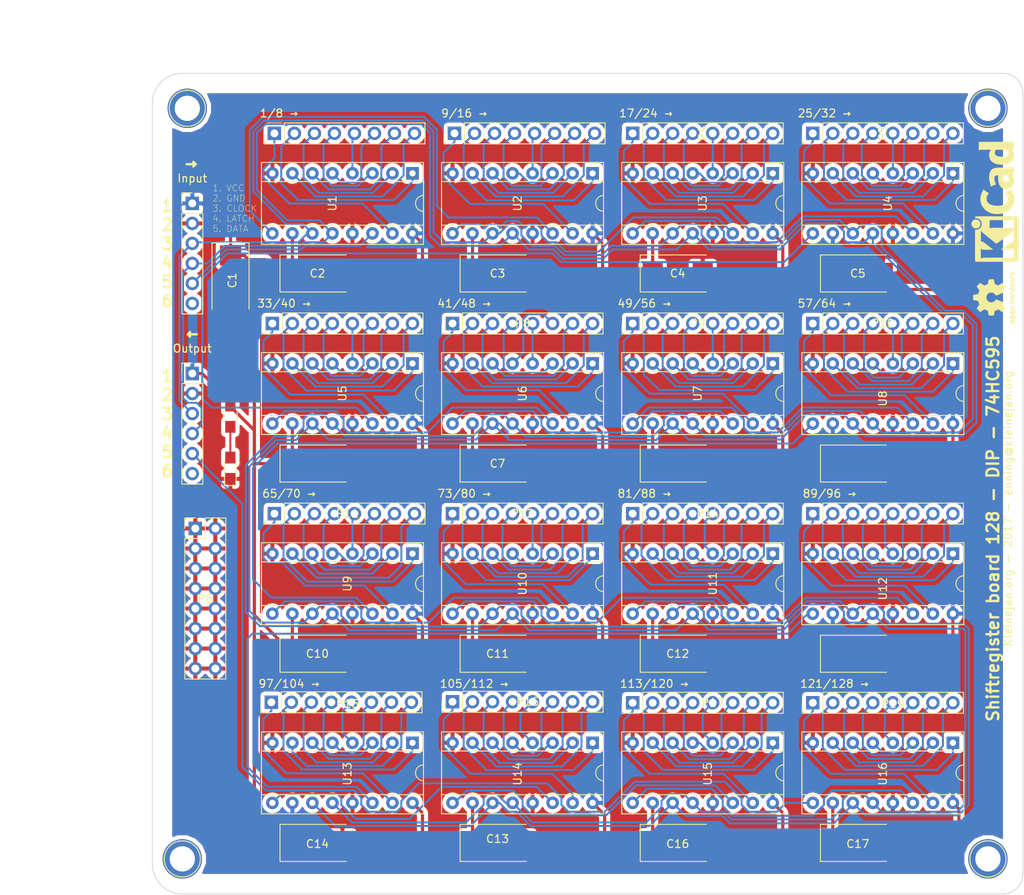
<source format=kicad_pcb>
(kicad_pcb (version 4) (host pcbnew 4.0.4-stable)
  (layers (0 F.Cu signal) (31 B.Cu signal) (34 B.Paste user) (35 F.Paste user) (36 B.SilkS user) (37 F.SilkS user) (38 B.Mask user) (39 F.Mask user) (44 Edge.Cuts user))
  (net 0 "")
  (net 1 VCC)
  (net 2 GND)
  (net 3 "Net-(D1-Pad2)")
  (net 4 LATCH)
  (net 5 CLOCK)
  (net 6 DATA)
  (net 7 Reg1)
  (net 8 Reg2)
  (net 9 Reg3)
  (net 10 Reg4)
  (net 11 Reg5)
  (net 12 Reg6)
  (net 13 Reg7)
  (net 14 Reg8)
  (net 15 Reg9)
  (net 16 Reg10)
  (net 17 Reg11)
  (net 18 Reg12)
  (net 19 Reg13)
  (net 20 Reg14)
  (net 21 Reg15)
  (net 22 Reg16)
  (net 23 Reg17)
  (net 24 Reg18)
  (net 25 Reg19)
  (net 26 Reg20)
  (net 27 Reg21)
  (net 28 Reg22)
  (net 29 Reg23)
  (net 30 Reg24)
  (net 31 Reg25)
  (net 32 Reg26)
  (net 33 Reg27)
  (net 34 Reg28)
  (net 35 Reg29)
  (net 36 Reg30)
  (net 37 Reg31)
  (net 38 Reg32)
  (net 39 Reg33)
  (net 40 Reg34)
  (net 41 Reg35)
  (net 42 Reg36)
  (net 43 Reg37)
  (net 44 Reg38)
  (net 45 Reg39)
  (net 46 Reg40)
  (net 47 Reg41)
  (net 48 Reg42)
  (net 49 Reg43)
  (net 50 Reg44)
  (net 51 Reg45)
  (net 52 Reg46)
  (net 53 Reg47)
  (net 54 Reg48)
  (net 55 Reg49)
  (net 56 Reg50)
  (net 57 Reg51)
  (net 58 Reg52)
  (net 59 Reg53)
  (net 60 Reg54)
  (net 61 Reg55)
  (net 62 Reg56)
  (net 63 Reg57)
  (net 64 Reg58)
  (net 65 Reg59)
  (net 66 Reg60)
  (net 67 Reg61)
  (net 68 Reg62)
  (net 69 Reg63)
  (net 70 Reg64)
  (net 71 Reg65)
  (net 72 Reg66)
  (net 73 Reg67)
  (net 74 Reg68)
  (net 75 Reg69)
  (net 76 Reg70)
  (net 77 Reg71)
  (net 78 Reg72)
  (net 79 Reg73)
  (net 80 Reg74)
  (net 81 Reg75)
  (net 82 Reg76)
  (net 83 Reg77)
  (net 84 Reg78)
  (net 85 Reg79)
  (net 86 Reg80)
  (net 87 Reg81)
  (net 88 Reg82)
  (net 89 Reg83)
  (net 90 Reg84)
  (net 91 Reg85)
  (net 92 Reg86)
  (net 93 Reg87)
  (net 94 Reg88)
  (net 95 Reg89)
  (net 96 Reg90)
  (net 97 Reg91)
  (net 98 Reg92)
  (net 99 Reg93)
  (net 100 Reg94)
  (net 101 Reg95)
  (net 102 Reg96)
  (net 103 Reg97)
  (net 104 Reg98)
  (net 105 Reg99)
  (net 106 Reg100)
  (net 107 Reg101)
  (net 108 Reg102)
  (net 109 Reg103)
  (net 110 Reg104)
  (net 111 Reg105)
  (net 112 Reg106)
  (net 113 Reg107)
  (net 114 Reg108)
  (net 115 Reg109)
  (net 116 Reg110)
  (net 117 Reg111)
  (net 118 Reg112)
  (net 119 Reg113)
  (net 120 Reg114)
  (net 121 Reg115)
  (net 122 Reg116)
  (net 123 Reg117)
  (net 124 Reg118)
  (net 125 Reg119)
  (net 126 Reg120)
  (net 127 outReg16)
  (net 128 outReg1)
  (net 129 outReg2)
  (net 130 outReg3)
  (net 131 outReg4)
  (net 132 outReg5)
  (net 133 outReg6)
  (net 134 outReg7)
  (net 135 outReg8)
  (net 136 outReg9)
  (net 137 outReg10)
  (net 138 outReg11)
  (net 139 outReg12)
  (net 140 outReg13)
  (net 141 outReg14)
  (net 142 outReg15)
  (net 143 Reg121)
  (net 144 Reg122)
  (net 145 Reg123)
  (net 146 Reg124)
  (net 147 Reg125)
  (net 148 Reg126)
  (net 149 Reg127)
  (net 150 Reg128)
  (module Capacitors_Tantalum_SMD:CP_Tantalum_Case-X_EIA-7343-43_Reflow (layer F.Cu) (at 118.745 96.52)
    (fp_text reference C15 hide)
    (fp_text value CP1)
    (pad 1 smd rect (at -3.175 0) (size 2.55 2.7) (layers F.Cu F.Paste F.Mask) (net 1 VCC))
    (pad 2 smd rect (at 3.175 0) (size 2.55 2.7) (layers F.Cu F.Paste F.Mask) (net 2 GND))
  )
  (module Housings_DIP:DIP-16_W7.62mm_Socket (layer F.Cu) (at 85.09 59.69 270)
    (fp_text reference U6 (at 3.81 8.89 270) (layer F.SilkS))
    (fp_text value 74HC595)
    (pad 1 thru_hole rect (at 0 0 270) (size 1.6 1.6) (drill 0.8) (layers *.Cu *.Mask) (net 48 Reg42))
    (pad 9 thru_hole oval (at 7.62 17.78 270) (size 1.6 1.6) (drill 0.8) (layers *.Cu *.Mask) (net 133 outReg6))
    (pad 2 thru_hole oval (at 0 2.54 270) (size 1.6 1.6) (drill 0.8) (layers *.Cu *.Mask) (net 49 Reg43))
    (pad 10 thru_hole oval (at 7.62 15.24 270) (size 1.6 1.6) (drill 0.8) (layers *.Cu *.Mask) (net 1 VCC))
    (pad 3 thru_hole oval (at 0 5.08 270) (size 1.6 1.6) (drill 0.8) (layers *.Cu *.Mask) (net 50 Reg44))
    (pad 11 thru_hole oval (at 7.62 12.7 270) (size 1.6 1.6) (drill 0.8) (layers *.Cu *.Mask) (net 5 CLOCK))
    (pad 4 thru_hole oval (at 0 7.62 270) (size 1.6 1.6) (drill 0.8) (layers *.Cu *.Mask) (net 51 Reg45))
    (pad 12 thru_hole oval (at 7.62 10.16 270) (size 1.6 1.6) (drill 0.8) (layers *.Cu *.Mask) (net 4 LATCH))
    (pad 5 thru_hole oval (at 0 10.16 270) (size 1.6 1.6) (drill 0.8) (layers *.Cu *.Mask) (net 52 Reg46))
    (pad 13 thru_hole oval (at 7.62 7.62 270) (size 1.6 1.6) (drill 0.8) (layers *.Cu *.Mask) (net 2 GND))
    (pad 6 thru_hole oval (at 0 12.7 270) (size 1.6 1.6) (drill 0.8) (layers *.Cu *.Mask) (net 53 Reg47))
    (pad 14 thru_hole oval (at 7.62 5.08 270) (size 1.6 1.6) (drill 0.8) (layers *.Cu *.Mask) (net 132 outReg5))
    (pad 7 thru_hole oval (at 0 15.24 270) (size 1.6 1.6) (drill 0.8) (layers *.Cu *.Mask) (net 54 Reg48))
    (pad 15 thru_hole oval (at 7.62 2.54 270) (size 1.6 1.6) (drill 0.8) (layers *.Cu *.Mask) (net 47 Reg41))
    (pad 8 thru_hole oval (at 0 17.78 270) (size 1.6 1.6) (drill 0.8) (layers *.Cu *.Mask) (net 2 GND))
    (pad 16 thru_hole oval (at 7.62 0 270) (size 1.6 1.6) (drill 0.8) (layers *.Cu *.Mask) (net 1 VCC))
  )
  (module Pin_Headers:Pin_Header_Straight_1x06_Pitch2.54mm (layer F.Cu) (at 34.29 39.37)
    (fp_text reference Input (at 0 -3.175) (layer F.SilkS))
    (fp_text value CONN_01X06)
    (pad 1 thru_hole rect (at 0 0) (size 1.7 1.7) (drill 1) (layers *.Cu *.Mask) (net 1 VCC))
    (pad 2 thru_hole oval (at 0 2.54) (size 1.7 1.7) (drill 1) (layers *.Cu *.Mask) (net 2 GND))
    (pad 3 thru_hole oval (at 0 5.08) (size 1.7 1.7) (drill 1) (layers *.Cu *.Mask) (net 5 CLOCK))
    (pad 4 thru_hole oval (at 0 7.62) (size 1.7 1.7) (drill 1) (layers *.Cu *.Mask) (net 4 LATCH))
    (pad 5 thru_hole oval (at 0 10.16) (size 1.7 1.7) (drill 1) (layers *.Cu *.Mask) (net 6 DATA))
    (pad 6 thru_hole oval (at 0 12.7) (size 1.7 1.7) (drill 1) (layers *.Cu *.Mask))
  )
  (module Pin_Headers:Pin_Header_Straight_1x08_Pitch2.54mm (layer F.Cu) (at 44.45 54.61 90)
    (fp_text reference P7 hide)
    (fp_text value CONN_01X08)
    (pad 1 thru_hole rect (at 0 0 90) (size 1.7 1.7) (drill 1) (layers *.Cu *.Mask) (net 39 Reg33))
    (pad 2 thru_hole oval (at 0 2.54 90) (size 1.7 1.7) (drill 1) (layers *.Cu *.Mask) (net 40 Reg34))
    (pad 3 thru_hole oval (at 0 5.08 90) (size 1.7 1.7) (drill 1) (layers *.Cu *.Mask) (net 41 Reg35))
    (pad 4 thru_hole oval (at 0 7.62 90) (size 1.7 1.7) (drill 1) (layers *.Cu *.Mask) (net 42 Reg36))
    (pad 5 thru_hole oval (at 0 10.16 90) (size 1.7 1.7) (drill 1) (layers *.Cu *.Mask) (net 43 Reg37))
    (pad 6 thru_hole oval (at 0 12.7 90) (size 1.7 1.7) (drill 1) (layers *.Cu *.Mask) (net 44 Reg38))
    (pad 7 thru_hole oval (at 0 15.24 90) (size 1.7 1.7) (drill 1) (layers *.Cu *.Mask) (net 45 Reg39))
    (pad 8 thru_hole oval (at 0 17.78 90) (size 1.7 1.7) (drill 1) (layers *.Cu *.Mask) (net 46 Reg40))
  )
  (module Capacitors_Tantalum_SMD:CP_Tantalum_Case-X_EIA-7343-43_Reflow (layer F.Cu) (at 39.1414 49.149 270)
    (fp_text reference C1 (at 0 -0.2286 270) (layer F.SilkS))
    (fp_text value CP1)
    (pad 1 smd rect (at -3.175 0 270) (size 2.55 2.7) (layers F.Cu F.Paste F.Mask) (net 1 VCC))
    (pad 2 smd rect (at 3.175 0 270) (size 2.55 2.7) (layers F.Cu F.Paste F.Mask) (net 2 GND))
  )
  (module Capacitors_Tantalum_SMD:CP_Tantalum_Case-X_EIA-7343-43_Reflow (layer F.Cu) (at 50.165 48.26)
    (fp_text reference C2 (at 0 0) (layer F.SilkS))
    (fp_text value CP1)
    (pad 1 smd rect (at -3.175 0) (size 2.55 2.7) (layers F.Cu F.Paste F.Mask) (net 1 VCC))
    (pad 2 smd rect (at 3.175 0) (size 2.55 2.7) (layers F.Cu F.Paste F.Mask) (net 2 GND))
  )
  (module Housings_DIP:DIP-16_W7.62mm_Socket (layer F.Cu) (at 85.09 35.56 270)
    (fp_text reference U2 (at 3.81 9.525 270) (layer F.SilkS))
    (fp_text value 74HC595)
    (pad 1 thru_hole rect (at 0 0 270) (size 1.6 1.6) (drill 0.8) (layers *.Cu *.Mask) (net 16 Reg10))
    (pad 9 thru_hole oval (at 7.62 17.78 270) (size 1.6 1.6) (drill 0.8) (layers *.Cu *.Mask) (net 129 outReg2))
    (pad 2 thru_hole oval (at 0 2.54 270) (size 1.6 1.6) (drill 0.8) (layers *.Cu *.Mask) (net 17 Reg11))
    (pad 10 thru_hole oval (at 7.62 15.24 270) (size 1.6 1.6) (drill 0.8) (layers *.Cu *.Mask) (net 1 VCC))
    (pad 3 thru_hole oval (at 0 5.08 270) (size 1.6 1.6) (drill 0.8) (layers *.Cu *.Mask) (net 18 Reg12))
    (pad 11 thru_hole oval (at 7.62 12.7 270) (size 1.6 1.6) (drill 0.8) (layers *.Cu *.Mask) (net 5 CLOCK))
    (pad 4 thru_hole oval (at 0 7.62 270) (size 1.6 1.6) (drill 0.8) (layers *.Cu *.Mask) (net 19 Reg13))
    (pad 12 thru_hole oval (at 7.62 10.16 270) (size 1.6 1.6) (drill 0.8) (layers *.Cu *.Mask) (net 4 LATCH))
    (pad 5 thru_hole oval (at 0 10.16 270) (size 1.6 1.6) (drill 0.8) (layers *.Cu *.Mask) (net 20 Reg14))
    (pad 13 thru_hole oval (at 7.62 7.62 270) (size 1.6 1.6) (drill 0.8) (layers *.Cu *.Mask) (net 2 GND))
    (pad 6 thru_hole oval (at 0 12.7 270) (size 1.6 1.6) (drill 0.8) (layers *.Cu *.Mask) (net 21 Reg15))
    (pad 14 thru_hole oval (at 7.62 5.08 270) (size 1.6 1.6) (drill 0.8) (layers *.Cu *.Mask) (net 128 outReg1))
    (pad 7 thru_hole oval (at 0 15.24 270) (size 1.6 1.6) (drill 0.8) (layers *.Cu *.Mask) (net 22 Reg16))
    (pad 15 thru_hole oval (at 7.62 2.54 270) (size 1.6 1.6) (drill 0.8) (layers *.Cu *.Mask) (net 15 Reg9))
    (pad 8 thru_hole oval (at 0 17.78 270) (size 1.6 1.6) (drill 0.8) (layers *.Cu *.Mask) (net 2 GND))
    (pad 16 thru_hole oval (at 7.62 0 270) (size 1.6 1.6) (drill 0.8) (layers *.Cu *.Mask) (net 1 VCC))
  )
  (module Capacitors_Tantalum_SMD:CP_Tantalum_Case-X_EIA-7343-43_Reflow (layer F.Cu) (at 73.025 48.26)
    (fp_text reference C3 (at 0 0) (layer F.SilkS))
    (fp_text value CP1)
    (pad 1 smd rect (at -3.175 0) (size 2.55 2.7) (layers F.Cu F.Paste F.Mask) (net 1 VCC))
    (pad 2 smd rect (at 3.175 0) (size 2.55 2.7) (layers F.Cu F.Paste F.Mask) (net 2 GND))
  )
  (module Capacitors_Tantalum_SMD:CP_Tantalum_Case-X_EIA-7343-43_Reflow (layer F.Cu) (at 95.885 48.26)
    (fp_text reference C4 (at 0 0) (layer F.SilkS))
    (fp_text value CP1)
    (pad 1 smd rect (at -3.175 0) (size 2.55 2.7) (layers F.Cu F.Paste F.Mask) (net 1 VCC))
    (pad 2 smd rect (at 3.175 0) (size 2.55 2.7) (layers F.Cu F.Paste F.Mask) (net 2 GND))
  )
  (module Capacitors_Tantalum_SMD:CP_Tantalum_Case-X_EIA-7343-43_Reflow (layer F.Cu) (at 118.745 48.26)
    (fp_text reference C5 (at 0 0) (layer F.SilkS))
    (fp_text value CP1)
    (pad 1 smd rect (at -3.175 0) (size 2.55 2.7) (layers F.Cu F.Paste F.Mask) (net 1 VCC))
    (pad 2 smd rect (at 3.175 0) (size 2.55 2.7) (layers F.Cu F.Paste F.Mask) (net 2 GND))
  )
  (module Capacitors_Tantalum_SMD:CP_Tantalum_Case-X_EIA-7343-43_Reflow (layer F.Cu) (at 50.165 72.39)
    (fp_text reference C6 hide)
    (fp_text value CP1)
    (pad 1 smd rect (at -3.175 0) (size 2.55 2.7) (layers F.Cu F.Paste F.Mask) (net 1 VCC))
    (pad 2 smd rect (at 3.175 0) (size 2.55 2.7) (layers F.Cu F.Paste F.Mask) (net 2 GND))
  )
  (module Capacitors_Tantalum_SMD:CP_Tantalum_Case-X_EIA-7343-43_Reflow (layer F.Cu) (at 73.025 72.39)
    (fp_text reference C7 (at 0 0) (layer F.SilkS))
    (fp_text value CP1)
    (pad 1 smd rect (at -3.175 0) (size 2.55 2.7) (layers F.Cu F.Paste F.Mask) (net 1 VCC))
    (pad 2 smd rect (at 3.175 0) (size 2.55 2.7) (layers F.Cu F.Paste F.Mask) (net 2 GND))
  )
  (module Capacitors_Tantalum_SMD:CP_Tantalum_Case-X_EIA-7343-43_Reflow (layer F.Cu) (at 118.745 72.39)
    (fp_text reference C9 hide)
    (fp_text value CP1)
    (pad 1 smd rect (at -3.175 0) (size 2.55 2.7) (layers F.Cu F.Paste F.Mask) (net 1 VCC))
    (pad 2 smd rect (at 3.175 0) (size 2.55 2.7) (layers F.Cu F.Paste F.Mask) (net 2 GND))
  )
  (module Capacitors_Tantalum_SMD:CP_Tantalum_Case-X_EIA-7343-43_Reflow (layer F.Cu) (at 50.165 96.52)
    (fp_text reference C10 (at 0 0) (layer F.SilkS))
    (fp_text value CP1)
    (pad 1 smd rect (at -3.175 0) (size 2.55 2.7) (layers F.Cu F.Paste F.Mask) (net 1 VCC))
    (pad 2 smd rect (at 3.175 0) (size 2.55 2.7) (layers F.Cu F.Paste F.Mask) (net 2 GND))
  )
  (module Capacitors_Tantalum_SMD:CP_Tantalum_Case-X_EIA-7343-43_Reflow (layer F.Cu) (at 73.025 96.52)
    (fp_text reference C11 (at 0 0) (layer F.SilkS))
    (fp_text value CP1)
    (pad 1 smd rect (at -3.175 0) (size 2.55 2.7) (layers F.Cu F.Paste F.Mask) (net 1 VCC))
    (pad 2 smd rect (at 3.175 0) (size 2.55 2.7) (layers F.Cu F.Paste F.Mask) (net 2 GND))
  )
  (module Capacitors_Tantalum_SMD:CP_Tantalum_Case-X_EIA-7343-43_Reflow (layer F.Cu) (at 95.885 96.52)
    (fp_text reference C12 (at 0 0) (layer F.SilkS))
    (fp_text value CP1)
    (pad 1 smd rect (at -3.175 0) (size 2.55 2.7) (layers F.Cu F.Paste F.Mask) (net 1 VCC))
    (pad 2 smd rect (at 3.175 0) (size 2.55 2.7) (layers F.Cu F.Paste F.Mask) (net 2 GND))
  )
  (module Capacitors_Tantalum_SMD:CP_Tantalum_Case-X_EIA-7343-43_Reflow (layer F.Cu) (at 73.025 120.523)
    (fp_text reference C13 (at 0 -0.508) (layer F.SilkS))
    (fp_text value CP1)
    (pad 1 smd rect (at -3.175 0) (size 2.55 2.7) (layers F.Cu F.Paste F.Mask) (net 1 VCC))
    (pad 2 smd rect (at 3.175 0) (size 2.55 2.7) (layers F.Cu F.Paste F.Mask) (net 2 GND))
  )
  (module Capacitors_Tantalum_SMD:CP_Tantalum_Case-X_EIA-7343-43_Reflow (layer F.Cu) (at 50.165 120.523)
    (fp_text reference C14 (at 0 0.127) (layer F.SilkS))
    (fp_text value CP1)
    (pad 1 smd rect (at -3.175 0) (size 2.55 2.7) (layers F.Cu F.Paste F.Mask) (net 1 VCC))
    (pad 2 smd rect (at 3.175 0) (size 2.55 2.7) (layers F.Cu F.Paste F.Mask) (net 2 GND))
  )
  (module Capacitors_Tantalum_SMD:CP_Tantalum_Case-X_EIA-7343-43_Reflow (layer F.Cu) (at 95.885 120.523)
    (fp_text reference C16 (at 0 0.127) (layer F.SilkS))
    (fp_text value CP1)
    (pad 1 smd rect (at -3.175 0) (size 2.55 2.7) (layers F.Cu F.Paste F.Mask) (net 1 VCC))
    (pad 2 smd rect (at 3.175 0) (size 2.55 2.7) (layers F.Cu F.Paste F.Mask) (net 2 GND))
  )
  (module Capacitors_Tantalum_SMD:CP_Tantalum_Case-X_EIA-7343-43_Reflow (layer F.Cu) (at 118.745 120.523)
    (fp_text reference C17 (at 0 0.127) (layer F.SilkS))
    (fp_text value CP1)
    (pad 1 smd rect (at -3.175 0) (size 2.55 2.7) (layers F.Cu F.Paste F.Mask) (net 1 VCC))
    (pad 2 smd rect (at 3.175 0) (size 2.55 2.7) (layers F.Cu F.Paste F.Mask) (net 2 GND))
  )
  (module LEDs:LED_0805_HandSoldering (layer F.Cu) (at 39.116 72.978 90)
    (fp_text reference D1 hide)
    (fp_text value Led_Small)
    (pad 1 smd rect (at -1.35 0 90) (size 1.5 1.3) (layers F.Cu F.Paste F.Mask) (net 2 GND))
    (pad 2 smd rect (at 1.35 0 90) (size 1.5 1.3) (layers F.Cu F.Paste F.Mask) (net 3 "Net-(D1-Pad2)"))
  )
  (module Pin_Headers:Pin_Header_Straight_1x08_Pitch2.54mm (layer F.Cu) (at 44.704 30.48 90)
    (fp_text reference P2 hide)
    (fp_text value CONN_01X08)
    (pad 1 thru_hole rect (at 0 0 90) (size 1.7 1.7) (drill 1) (layers *.Cu *.Mask) (net 7 Reg1))
    (pad 2 thru_hole oval (at 0 2.54 90) (size 1.7 1.7) (drill 1) (layers *.Cu *.Mask) (net 8 Reg2))
    (pad 3 thru_hole oval (at 0 5.08 90) (size 1.7 1.7) (drill 1) (layers *.Cu *.Mask) (net 9 Reg3))
    (pad 4 thru_hole oval (at 0 7.62 90) (size 1.7 1.7) (drill 1) (layers *.Cu *.Mask) (net 10 Reg4))
    (pad 5 thru_hole oval (at 0 10.16 90) (size 1.7 1.7) (drill 1) (layers *.Cu *.Mask) (net 11 Reg5))
    (pad 6 thru_hole oval (at 0 12.7 90) (size 1.7 1.7) (drill 1) (layers *.Cu *.Mask) (net 12 Reg6))
    (pad 7 thru_hole oval (at 0 15.24 90) (size 1.7 1.7) (drill 1) (layers *.Cu *.Mask) (net 13 Reg7))
    (pad 8 thru_hole oval (at 0 17.78 90) (size 1.7 1.7) (drill 1) (layers *.Cu *.Mask) (net 14 Reg8))
  )
  (module Pin_Headers:Pin_Header_Straight_1x08_Pitch2.54mm (layer F.Cu) (at 67.564 30.48 90)
    (fp_text reference P3 hide)
    (fp_text value CONN_01X08)
    (pad 1 thru_hole rect (at 0 0 90) (size 1.7 1.7) (drill 1) (layers *.Cu *.Mask) (net 15 Reg9))
    (pad 2 thru_hole oval (at 0 2.54 90) (size 1.7 1.7) (drill 1) (layers *.Cu *.Mask) (net 16 Reg10))
    (pad 3 thru_hole oval (at 0 5.08 90) (size 1.7 1.7) (drill 1) (layers *.Cu *.Mask) (net 17 Reg11))
    (pad 4 thru_hole oval (at 0 7.62 90) (size 1.7 1.7) (drill 1) (layers *.Cu *.Mask) (net 18 Reg12))
    (pad 5 thru_hole oval (at 0 10.16 90) (size 1.7 1.7) (drill 1) (layers *.Cu *.Mask) (net 19 Reg13))
    (pad 6 thru_hole oval (at 0 12.7 90) (size 1.7 1.7) (drill 1) (layers *.Cu *.Mask) (net 20 Reg14))
    (pad 7 thru_hole oval (at 0 15.24 90) (size 1.7 1.7) (drill 1) (layers *.Cu *.Mask) (net 21 Reg15))
    (pad 8 thru_hole oval (at 0 17.78 90) (size 1.7 1.7) (drill 1) (layers *.Cu *.Mask) (net 22 Reg16))
  )
  (module Pin_Headers:Pin_Header_Straight_1x08_Pitch2.54mm (layer F.Cu) (at 90.17 30.48 90)
    (fp_text reference P4 (at 0 8.89 90) (layer F.SilkS))
    (fp_text value CONN_01X08)
    (pad 1 thru_hole rect (at 0 0 90) (size 1.7 1.7) (drill 1) (layers *.Cu *.Mask) (net 23 Reg17))
    (pad 2 thru_hole oval (at 0 2.54 90) (size 1.7 1.7) (drill 1) (layers *.Cu *.Mask) (net 24 Reg18))
    (pad 3 thru_hole oval (at 0 5.08 90) (size 1.7 1.7) (drill 1) (layers *.Cu *.Mask) (net 25 Reg19))
    (pad 4 thru_hole oval (at 0 7.62 90) (size 1.7 1.7) (drill 1) (layers *.Cu *.Mask) (net 26 Reg20))
    (pad 5 thru_hole oval (at 0 10.16 90) (size 1.7 1.7) (drill 1) (layers *.Cu *.Mask) (net 27 Reg21))
    (pad 6 thru_hole oval (at 0 12.7 90) (size 1.7 1.7) (drill 1) (layers *.Cu *.Mask) (net 28 Reg22))
    (pad 7 thru_hole oval (at 0 15.24 90) (size 1.7 1.7) (drill 1) (layers *.Cu *.Mask) (net 29 Reg23))
    (pad 8 thru_hole oval (at 0 17.78 90) (size 1.7 1.7) (drill 1) (layers *.Cu *.Mask) (net 30 Reg24))
  )
  (module Pin_Headers:Pin_Header_Straight_1x08_Pitch2.54mm (layer F.Cu) (at 113.03 30.48 90)
    (fp_text reference P5 (at 0 8.89 90) (layer F.SilkS))
    (fp_text value CONN_01X08)
    (pad 1 thru_hole rect (at 0 0 90) (size 1.7 1.7) (drill 1) (layers *.Cu *.Mask) (net 31 Reg25))
    (pad 2 thru_hole oval (at 0 2.54 90) (size 1.7 1.7) (drill 1) (layers *.Cu *.Mask) (net 32 Reg26))
    (pad 3 thru_hole oval (at 0 5.08 90) (size 1.7 1.7) (drill 1) (layers *.Cu *.Mask) (net 33 Reg27))
    (pad 4 thru_hole oval (at 0 7.62 90) (size 1.7 1.7) (drill 1) (layers *.Cu *.Mask) (net 34 Reg28))
    (pad 5 thru_hole oval (at 0 10.16 90) (size 1.7 1.7) (drill 1) (layers *.Cu *.Mask) (net 35 Reg29))
    (pad 6 thru_hole oval (at 0 12.7 90) (size 1.7 1.7) (drill 1) (layers *.Cu *.Mask) (net 36 Reg30))
    (pad 7 thru_hole oval (at 0 15.24 90) (size 1.7 1.7) (drill 1) (layers *.Cu *.Mask) (net 37 Reg31))
    (pad 8 thru_hole oval (at 0 17.78 90) (size 1.7 1.7) (drill 1) (layers *.Cu *.Mask) (net 38 Reg32))
  )
  (module Pin_Headers:Pin_Header_Straight_1x08_Pitch2.54mm (layer F.Cu) (at 67.31 54.61 90)
    (fp_text reference P8 (at 0 8.89 180) (layer F.SilkS))
    (fp_text value CONN_01X08)
    (pad 1 thru_hole rect (at 0 0 90) (size 1.7 1.7) (drill 1) (layers *.Cu *.Mask) (net 47 Reg41))
    (pad 2 thru_hole oval (at 0 2.54 90) (size 1.7 1.7) (drill 1) (layers *.Cu *.Mask) (net 48 Reg42))
    (pad 3 thru_hole oval (at 0 5.08 90) (size 1.7 1.7) (drill 1) (layers *.Cu *.Mask) (net 49 Reg43))
    (pad 4 thru_hole oval (at 0 7.62 90) (size 1.7 1.7) (drill 1) (layers *.Cu *.Mask) (net 50 Reg44))
    (pad 5 thru_hole oval (at 0 10.16 90) (size 1.7 1.7) (drill 1) (layers *.Cu *.Mask) (net 51 Reg45))
    (pad 6 thru_hole oval (at 0 12.7 90) (size 1.7 1.7) (drill 1) (layers *.Cu *.Mask) (net 52 Reg46))
    (pad 7 thru_hole oval (at 0 15.24 90) (size 1.7 1.7) (drill 1) (layers *.Cu *.Mask) (net 53 Reg47))
    (pad 8 thru_hole oval (at 0 17.78 90) (size 1.7 1.7) (drill 1) (layers *.Cu *.Mask) (net 54 Reg48))
  )
  (module Pin_Headers:Pin_Header_Straight_1x08_Pitch2.54mm (layer F.Cu) (at 90.17 54.61 90)
    (fp_text reference P9 (at 0 8.255 180) (layer F.SilkS))
    (fp_text value CONN_01X08)
    (pad 1 thru_hole rect (at 0 0 90) (size 1.7 1.7) (drill 1) (layers *.Cu *.Mask) (net 55 Reg49))
    (pad 2 thru_hole oval (at 0 2.54 90) (size 1.7 1.7) (drill 1) (layers *.Cu *.Mask) (net 56 Reg50))
    (pad 3 thru_hole oval (at 0 5.08 90) (size 1.7 1.7) (drill 1) (layers *.Cu *.Mask) (net 57 Reg51))
    (pad 4 thru_hole oval (at 0 7.62 90) (size 1.7 1.7) (drill 1) (layers *.Cu *.Mask) (net 58 Reg52))
    (pad 5 thru_hole oval (at 0 10.16 90) (size 1.7 1.7) (drill 1) (layers *.Cu *.Mask) (net 59 Reg53))
    (pad 6 thru_hole oval (at 0 12.7 90) (size 1.7 1.7) (drill 1) (layers *.Cu *.Mask) (net 60 Reg54))
    (pad 7 thru_hole oval (at 0 15.24 90) (size 1.7 1.7) (drill 1) (layers *.Cu *.Mask) (net 61 Reg55))
    (pad 8 thru_hole oval (at 0 17.78 90) (size 1.7 1.7) (drill 1) (layers *.Cu *.Mask) (net 62 Reg56))
  )
  (module Pin_Headers:Pin_Header_Straight_1x08_Pitch2.54mm (layer F.Cu) (at 113.03 54.61 90)
    (fp_text reference P10 (at 0 8.89 180) (layer F.SilkS))
    (fp_text value CONN_01X08)
    (pad 1 thru_hole rect (at 0 0 90) (size 1.7 1.7) (drill 1) (layers *.Cu *.Mask) (net 63 Reg57))
    (pad 2 thru_hole oval (at 0 2.54 90) (size 1.7 1.7) (drill 1) (layers *.Cu *.Mask) (net 64 Reg58))
    (pad 3 thru_hole oval (at 0 5.08 90) (size 1.7 1.7) (drill 1) (layers *.Cu *.Mask) (net 65 Reg59))
    (pad 4 thru_hole oval (at 0 7.62 90) (size 1.7 1.7) (drill 1) (layers *.Cu *.Mask) (net 66 Reg60))
    (pad 5 thru_hole oval (at 0 10.16 90) (size 1.7 1.7) (drill 1) (layers *.Cu *.Mask) (net 67 Reg61))
    (pad 6 thru_hole oval (at 0 12.7 90) (size 1.7 1.7) (drill 1) (layers *.Cu *.Mask) (net 68 Reg62))
    (pad 7 thru_hole oval (at 0 15.24 90) (size 1.7 1.7) (drill 1) (layers *.Cu *.Mask) (net 69 Reg63))
    (pad 8 thru_hole oval (at 0 17.78 90) (size 1.7 1.7) (drill 1) (layers *.Cu *.Mask) (net 70 Reg64))
  )
  (module Pin_Headers:Pin_Header_Straight_1x08_Pitch2.54mm (layer F.Cu) (at 44.704 78.74 90)
    (fp_text reference P11 (at 0 9.271 180) (layer F.SilkS))
    (fp_text value CONN_01X08)
    (pad 1 thru_hole rect (at 0 0 90) (size 1.7 1.7) (drill 1) (layers *.Cu *.Mask) (net 71 Reg65))
    (pad 2 thru_hole oval (at 0 2.54 90) (size 1.7 1.7) (drill 1) (layers *.Cu *.Mask) (net 72 Reg66))
    (pad 3 thru_hole oval (at 0 5.08 90) (size 1.7 1.7) (drill 1) (layers *.Cu *.Mask) (net 73 Reg67))
    (pad 4 thru_hole oval (at 0 7.62 90) (size 1.7 1.7) (drill 1) (layers *.Cu *.Mask) (net 74 Reg68))
    (pad 5 thru_hole oval (at 0 10.16 90) (size 1.7 1.7) (drill 1) (layers *.Cu *.Mask) (net 75 Reg69))
    (pad 6 thru_hole oval (at 0 12.7 90) (size 1.7 1.7) (drill 1) (layers *.Cu *.Mask) (net 76 Reg70))
    (pad 7 thru_hole oval (at 0 15.24 90) (size 1.7 1.7) (drill 1) (layers *.Cu *.Mask) (net 77 Reg71))
    (pad 8 thru_hole oval (at 0 17.78 90) (size 1.7 1.7) (drill 1) (layers *.Cu *.Mask) (net 78 Reg72))
  )
  (module Pin_Headers:Pin_Header_Straight_1x08_Pitch2.54mm (layer F.Cu) (at 67.31 78.74 90)
    (fp_text reference P12 (at 0 8.89 180) (layer F.SilkS))
    (fp_text value CONN_01X08)
    (pad 1 thru_hole rect (at 0 0 90) (size 1.7 1.7) (drill 1) (layers *.Cu *.Mask) (net 79 Reg73))
    (pad 2 thru_hole oval (at 0 2.54 90) (size 1.7 1.7) (drill 1) (layers *.Cu *.Mask) (net 80 Reg74))
    (pad 3 thru_hole oval (at 0 5.08 90) (size 1.7 1.7) (drill 1) (layers *.Cu *.Mask) (net 81 Reg75))
    (pad 4 thru_hole oval (at 0 7.62 90) (size 1.7 1.7) (drill 1) (layers *.Cu *.Mask) (net 82 Reg76))
    (pad 5 thru_hole oval (at 0 10.16 90) (size 1.7 1.7) (drill 1) (layers *.Cu *.Mask) (net 83 Reg77))
    (pad 6 thru_hole oval (at 0 12.7 90) (size 1.7 1.7) (drill 1) (layers *.Cu *.Mask) (net 84 Reg78))
    (pad 7 thru_hole oval (at 0 15.24 90) (size 1.7 1.7) (drill 1) (layers *.Cu *.Mask) (net 85 Reg79))
    (pad 8 thru_hole oval (at 0 17.78 90) (size 1.7 1.7) (drill 1) (layers *.Cu *.Mask) (net 86 Reg80))
  )
  (module Pin_Headers:Pin_Header_Straight_1x08_Pitch2.54mm (layer F.Cu) (at 113.03 78.74 90)
    (fp_text reference P13 hide)
    (fp_text value CONN_01X08)
    (pad 1 thru_hole rect (at 0 0 90) (size 1.7 1.7) (drill 1) (layers *.Cu *.Mask) (net 95 Reg89))
    (pad 2 thru_hole oval (at 0 2.54 90) (size 1.7 1.7) (drill 1) (layers *.Cu *.Mask) (net 96 Reg90))
    (pad 3 thru_hole oval (at 0 5.08 90) (size 1.7 1.7) (drill 1) (layers *.Cu *.Mask) (net 97 Reg91))
    (pad 4 thru_hole oval (at 0 7.62 90) (size 1.7 1.7) (drill 1) (layers *.Cu *.Mask) (net 98 Reg92))
    (pad 5 thru_hole oval (at 0 10.16 90) (size 1.7 1.7) (drill 1) (layers *.Cu *.Mask) (net 99 Reg93))
    (pad 6 thru_hole oval (at 0 12.7 90) (size 1.7 1.7) (drill 1) (layers *.Cu *.Mask) (net 100 Reg94))
    (pad 7 thru_hole oval (at 0 15.24 90) (size 1.7 1.7) (drill 1) (layers *.Cu *.Mask) (net 101 Reg95))
    (pad 8 thru_hole oval (at 0 17.78 90) (size 1.7 1.7) (drill 1) (layers *.Cu *.Mask) (net 102 Reg96))
  )
  (module Pin_Headers:Pin_Header_Straight_1x08_Pitch2.54mm (layer F.Cu) (at 90.17 78.74 90)
    (fp_text reference P14 (at 0 9.525 180) (layer F.SilkS))
    (fp_text value CONN_01X08)
    (pad 1 thru_hole rect (at 0 0 90) (size 1.7 1.7) (drill 1) (layers *.Cu *.Mask) (net 87 Reg81))
    (pad 2 thru_hole oval (at 0 2.54 90) (size 1.7 1.7) (drill 1) (layers *.Cu *.Mask) (net 88 Reg82))
    (pad 3 thru_hole oval (at 0 5.08 90) (size 1.7 1.7) (drill 1) (layers *.Cu *.Mask) (net 89 Reg83))
    (pad 4 thru_hole oval (at 0 7.62 90) (size 1.7 1.7) (drill 1) (layers *.Cu *.Mask) (net 90 Reg84))
    (pad 5 thru_hole oval (at 0 10.16 90) (size 1.7 1.7) (drill 1) (layers *.Cu *.Mask) (net 91 Reg85))
    (pad 6 thru_hole oval (at 0 12.7 90) (size 1.7 1.7) (drill 1) (layers *.Cu *.Mask) (net 92 Reg86))
    (pad 7 thru_hole oval (at 0 15.24 90) (size 1.7 1.7) (drill 1) (layers *.Cu *.Mask) (net 93 Reg87))
    (pad 8 thru_hole oval (at 0 17.78 90) (size 1.7 1.7) (drill 1) (layers *.Cu *.Mask) (net 94 Reg88))
  )
  (module Pin_Headers:Pin_Header_Straight_1x08_Pitch2.54mm (layer F.Cu) (at 44.323 102.6795 90)
    (fp_text reference P15 (at -0.1905 9.652 180) (layer F.SilkS))
    (fp_text value CONN_01X08)
    (pad 1 thru_hole rect (at 0 0 90) (size 1.7 1.7) (drill 1) (layers *.Cu *.Mask) (net 103 Reg97))
    (pad 2 thru_hole oval (at 0 2.54 90) (size 1.7 1.7) (drill 1) (layers *.Cu *.Mask) (net 104 Reg98))
    (pad 3 thru_hole oval (at 0 5.08 90) (size 1.7 1.7) (drill 1) (layers *.Cu *.Mask) (net 105 Reg99))
    (pad 4 thru_hole oval (at 0 7.62 90) (size 1.7 1.7) (drill 1) (layers *.Cu *.Mask) (net 106 Reg100))
    (pad 5 thru_hole oval (at 0 10.16 90) (size 1.7 1.7) (drill 1) (layers *.Cu *.Mask) (net 107 Reg101))
    (pad 6 thru_hole oval (at 0 12.7 90) (size 1.7 1.7) (drill 1) (layers *.Cu *.Mask) (net 108 Reg102))
    (pad 7 thru_hole oval (at 0 15.24 90) (size 1.7 1.7) (drill 1) (layers *.Cu *.Mask) (net 109 Reg103))
    (pad 8 thru_hole oval (at 0 17.78 90) (size 1.7 1.7) (drill 1) (layers *.Cu *.Mask) (net 110 Reg104))
  )
  (module Pin_Headers:Pin_Header_Straight_1x08_Pitch2.54mm (layer F.Cu) (at 67.31 102.616 90)
    (fp_text reference P16 (at 0 9.525 180) (layer F.SilkS))
    (fp_text value CONN_01X08)
    (pad 1 thru_hole rect (at 0 0 90) (size 1.7 1.7) (drill 1) (layers *.Cu *.Mask) (net 111 Reg105))
    (pad 2 thru_hole oval (at 0 2.54 90) (size 1.7 1.7) (drill 1) (layers *.Cu *.Mask) (net 112 Reg106))
    (pad 3 thru_hole oval (at 0 5.08 90) (size 1.7 1.7) (drill 1) (layers *.Cu *.Mask) (net 113 Reg107))
    (pad 4 thru_hole oval (at 0 7.62 90) (size 1.7 1.7) (drill 1) (layers *.Cu *.Mask) (net 114 Reg108))
    (pad 5 thru_hole oval (at 0 10.16 90) (size 1.7 1.7) (drill 1) (layers *.Cu *.Mask) (net 115 Reg109))
    (pad 6 thru_hole oval (at 0 12.7 90) (size 1.7 1.7) (drill 1) (layers *.Cu *.Mask) (net 116 Reg110))
    (pad 7 thru_hole oval (at 0 15.24 90) (size 1.7 1.7) (drill 1) (layers *.Cu *.Mask) (net 117 Reg111))
    (pad 8 thru_hole oval (at 0 17.78 90) (size 1.7 1.7) (drill 1) (layers *.Cu *.Mask) (net 118 Reg112))
  )
  (module Pin_Headers:Pin_Header_Straight_1x08_Pitch2.54mm (layer F.Cu) (at 90.17 102.743 90)
    (fp_text reference P17 (at 0 10.16 180) (layer F.SilkS))
    (fp_text value CONN_01X08)
    (pad 1 thru_hole rect (at 0 0 90) (size 1.7 1.7) (drill 1) (layers *.Cu *.Mask) (net 119 Reg113))
    (pad 2 thru_hole oval (at 0 2.54 90) (size 1.7 1.7) (drill 1) (layers *.Cu *.Mask) (net 120 Reg114))
    (pad 3 thru_hole oval (at 0 5.08 90) (size 1.7 1.7) (drill 1) (layers *.Cu *.Mask) (net 121 Reg115))
    (pad 4 thru_hole oval (at 0 7.62 90) (size 1.7 1.7) (drill 1) (layers *.Cu *.Mask) (net 122 Reg116))
    (pad 5 thru_hole oval (at 0 10.16 90) (size 1.7 1.7) (drill 1) (layers *.Cu *.Mask) (net 123 Reg117))
    (pad 6 thru_hole oval (at 0 12.7 90) (size 1.7 1.7) (drill 1) (layers *.Cu *.Mask) (net 124 Reg118))
    (pad 7 thru_hole oval (at 0 15.24 90) (size 1.7 1.7) (drill 1) (layers *.Cu *.Mask) (net 125 Reg119))
    (pad 8 thru_hole oval (at 0 17.78 90) (size 1.7 1.7) (drill 1) (layers *.Cu *.Mask) (net 126 Reg120))
  )
  (module Pin_Headers:Pin_Header_Straight_1x06_Pitch2.54mm (layer F.Cu) (at 34.29 60.96)
    (fp_text reference Output (at 0 -3.175) (layer F.SilkS))
    (fp_text value CONN_01X06)
    (pad 1 thru_hole rect (at 0 0) (size 1.7 1.7) (drill 1) (layers *.Cu *.Mask) (net 1 VCC))
    (pad 2 thru_hole oval (at 0 2.54) (size 1.7 1.7) (drill 1) (layers *.Cu *.Mask) (net 2 GND))
    (pad 3 thru_hole oval (at 0 5.08) (size 1.7 1.7) (drill 1) (layers *.Cu *.Mask) (net 5 CLOCK))
    (pad 4 thru_hole oval (at 0 7.62) (size 1.7 1.7) (drill 1) (layers *.Cu *.Mask) (net 4 LATCH))
    (pad 5 thru_hole oval (at 0 10.16) (size 1.7 1.7) (drill 1) (layers *.Cu *.Mask) (net 127 outReg16))
    (pad 6 thru_hole oval (at 0 12.7) (size 1.7 1.7) (drill 1) (layers *.Cu *.Mask))
  )
  (module Resistors_SMD:R_0805_HandSoldering (layer F.Cu) (at 39.116 66.374 270)
    (fp_text reference R1 hide)
    (fp_text value R)
    (pad 1 smd rect (at -1.35 0 270) (size 1.5 1.3) (layers F.Cu F.Paste F.Mask) (net 1 VCC))
    (pad 2 smd rect (at 1.35 0 270) (size 1.5 1.3) (layers F.Cu F.Paste F.Mask) (net 3 "Net-(D1-Pad2)"))
  )
  (module Housings_DIP:DIP-16_W7.62mm_Socket (layer F.Cu) (at 62.23 35.56 270)
    (fp_text reference U1 (at 3.81 10.16 270) (layer F.SilkS))
    (fp_text value 74HC595)
    (pad 1 thru_hole rect (at 0 0 270) (size 1.6 1.6) (drill 0.8) (layers *.Cu *.Mask) (net 8 Reg2))
    (pad 9 thru_hole oval (at 7.62 17.78 270) (size 1.6 1.6) (drill 0.8) (layers *.Cu *.Mask) (net 128 outReg1))
    (pad 2 thru_hole oval (at 0 2.54 270) (size 1.6 1.6) (drill 0.8) (layers *.Cu *.Mask) (net 9 Reg3))
    (pad 10 thru_hole oval (at 7.62 15.24 270) (size 1.6 1.6) (drill 0.8) (layers *.Cu *.Mask) (net 1 VCC))
    (pad 3 thru_hole oval (at 0 5.08 270) (size 1.6 1.6) (drill 0.8) (layers *.Cu *.Mask) (net 10 Reg4))
    (pad 11 thru_hole oval (at 7.62 12.7 270) (size 1.6 1.6) (drill 0.8) (layers *.Cu *.Mask) (net 5 CLOCK))
    (pad 4 thru_hole oval (at 0 7.62 270) (size 1.6 1.6) (drill 0.8) (layers *.Cu *.Mask) (net 11 Reg5))
    (pad 12 thru_hole oval (at 7.62 10.16 270) (size 1.6 1.6) (drill 0.8) (layers *.Cu *.Mask) (net 4 LATCH))
    (pad 5 thru_hole oval (at 0 10.16 270) (size 1.6 1.6) (drill 0.8) (layers *.Cu *.Mask) (net 12 Reg6))
    (pad 13 thru_hole oval (at 7.62 7.62 270) (size 1.6 1.6) (drill 0.8) (layers *.Cu *.Mask) (net 2 GND))
    (pad 6 thru_hole oval (at 0 12.7 270) (size 1.6 1.6) (drill 0.8) (layers *.Cu *.Mask) (net 13 Reg7))
    (pad 14 thru_hole oval (at 7.62 5.08 270) (size 1.6 1.6) (drill 0.8) (layers *.Cu *.Mask) (net 6 DATA))
    (pad 7 thru_hole oval (at 0 15.24 270) (size 1.6 1.6) (drill 0.8) (layers *.Cu *.Mask) (net 14 Reg8))
    (pad 15 thru_hole oval (at 7.62 2.54 270) (size 1.6 1.6) (drill 0.8) (layers *.Cu *.Mask) (net 7 Reg1))
    (pad 8 thru_hole oval (at 0 17.78 270) (size 1.6 1.6) (drill 0.8) (layers *.Cu *.Mask) (net 2 GND))
    (pad 16 thru_hole oval (at 7.62 0 270) (size 1.6 1.6) (drill 0.8) (layers *.Cu *.Mask) (net 1 VCC))
  )
  (module Housings_DIP:DIP-16_W7.62mm_Socket (layer F.Cu) (at 107.95 35.56 270)
    (fp_text reference U3 (at 3.81 8.89 270) (layer F.SilkS))
    (fp_text value 74HC595)
    (pad 1 thru_hole rect (at 0 0 270) (size 1.6 1.6) (drill 0.8) (layers *.Cu *.Mask) (net 24 Reg18))
    (pad 9 thru_hole oval (at 7.62 17.78 270) (size 1.6 1.6) (drill 0.8) (layers *.Cu *.Mask) (net 130 outReg3))
    (pad 2 thru_hole oval (at 0 2.54 270) (size 1.6 1.6) (drill 0.8) (layers *.Cu *.Mask) (net 25 Reg19))
    (pad 10 thru_hole oval (at 7.62 15.24 270) (size 1.6 1.6) (drill 0.8) (layers *.Cu *.Mask) (net 1 VCC))
    (pad 3 thru_hole oval (at 0 5.08 270) (size 1.6 1.6) (drill 0.8) (layers *.Cu *.Mask) (net 26 Reg20))
    (pad 11 thru_hole oval (at 7.62 12.7 270) (size 1.6 1.6) (drill 0.8) (layers *.Cu *.Mask) (net 5 CLOCK))
    (pad 4 thru_hole oval (at 0 7.62 270) (size 1.6 1.6) (drill 0.8) (layers *.Cu *.Mask) (net 27 Reg21))
    (pad 12 thru_hole oval (at 7.62 10.16 270) (size 1.6 1.6) (drill 0.8) (layers *.Cu *.Mask) (net 4 LATCH))
    (pad 5 thru_hole oval (at 0 10.16 270) (size 1.6 1.6) (drill 0.8) (layers *.Cu *.Mask) (net 28 Reg22))
    (pad 13 thru_hole oval (at 7.62 7.62 270) (size 1.6 1.6) (drill 0.8) (layers *.Cu *.Mask) (net 2 GND))
    (pad 6 thru_hole oval (at 0 12.7 270) (size 1.6 1.6) (drill 0.8) (layers *.Cu *.Mask) (net 29 Reg23))
    (pad 14 thru_hole oval (at 7.62 5.08 270) (size 1.6 1.6) (drill 0.8) (layers *.Cu *.Mask) (net 129 outReg2))
    (pad 7 thru_hole oval (at 0 15.24 270) (size 1.6 1.6) (drill 0.8) (layers *.Cu *.Mask) (net 30 Reg24))
    (pad 15 thru_hole oval (at 7.62 2.54 270) (size 1.6 1.6) (drill 0.8) (layers *.Cu *.Mask) (net 23 Reg17))
    (pad 8 thru_hole oval (at 0 17.78 270) (size 1.6 1.6) (drill 0.8) (layers *.Cu *.Mask) (net 2 GND))
    (pad 16 thru_hole oval (at 7.62 0 270) (size 1.6 1.6) (drill 0.8) (layers *.Cu *.Mask) (net 1 VCC))
  )
  (module Housings_DIP:DIP-16_W7.62mm_Socket (layer F.Cu) (at 130.81 35.56 270)
    (fp_text reference U4 (at 3.81 8.255 270) (layer F.SilkS))
    (fp_text value 74HC595)
    (pad 1 thru_hole rect (at 0 0 270) (size 1.6 1.6) (drill 0.8) (layers *.Cu *.Mask) (net 32 Reg26))
    (pad 9 thru_hole oval (at 7.62 17.78 270) (size 1.6 1.6) (drill 0.8) (layers *.Cu *.Mask) (net 131 outReg4))
    (pad 2 thru_hole oval (at 0 2.54 270) (size 1.6 1.6) (drill 0.8) (layers *.Cu *.Mask) (net 33 Reg27))
    (pad 10 thru_hole oval (at 7.62 15.24 270) (size 1.6 1.6) (drill 0.8) (layers *.Cu *.Mask) (net 1 VCC))
    (pad 3 thru_hole oval (at 0 5.08 270) (size 1.6 1.6) (drill 0.8) (layers *.Cu *.Mask) (net 34 Reg28))
    (pad 11 thru_hole oval (at 7.62 12.7 270) (size 1.6 1.6) (drill 0.8) (layers *.Cu *.Mask) (net 5 CLOCK))
    (pad 4 thru_hole oval (at 0 7.62 270) (size 1.6 1.6) (drill 0.8) (layers *.Cu *.Mask) (net 35 Reg29))
    (pad 12 thru_hole oval (at 7.62 10.16 270) (size 1.6 1.6) (drill 0.8) (layers *.Cu *.Mask) (net 4 LATCH))
    (pad 5 thru_hole oval (at 0 10.16 270) (size 1.6 1.6) (drill 0.8) (layers *.Cu *.Mask) (net 36 Reg30))
    (pad 13 thru_hole oval (at 7.62 7.62 270) (size 1.6 1.6) (drill 0.8) (layers *.Cu *.Mask) (net 2 GND))
    (pad 6 thru_hole oval (at 0 12.7 270) (size 1.6 1.6) (drill 0.8) (layers *.Cu *.Mask) (net 37 Reg31))
    (pad 14 thru_hole oval (at 7.62 5.08 270) (size 1.6 1.6) (drill 0.8) (layers *.Cu *.Mask) (net 130 outReg3))
    (pad 7 thru_hole oval (at 0 15.24 270) (size 1.6 1.6) (drill 0.8) (layers *.Cu *.Mask) (net 38 Reg32))
    (pad 15 thru_hole oval (at 7.62 2.54 270) (size 1.6 1.6) (drill 0.8) (layers *.Cu *.Mask) (net 31 Reg25))
    (pad 8 thru_hole oval (at 0 17.78 270) (size 1.6 1.6) (drill 0.8) (layers *.Cu *.Mask) (net 2 GND))
    (pad 16 thru_hole oval (at 7.62 0 270) (size 1.6 1.6) (drill 0.8) (layers *.Cu *.Mask) (net 1 VCC))
  )
  (module Housings_DIP:DIP-16_W7.62mm_Socket (layer F.Cu) (at 62.23 59.69 270)
    (fp_text reference U5 (at 3.81 8.89 270) (layer F.SilkS))
    (fp_text value 74HC595)
    (pad 1 thru_hole rect (at 0 0 270) (size 1.6 1.6) (drill 0.8) (layers *.Cu *.Mask) (net 40 Reg34))
    (pad 9 thru_hole oval (at 7.62 17.78 270) (size 1.6 1.6) (drill 0.8) (layers *.Cu *.Mask) (net 132 outReg5))
    (pad 2 thru_hole oval (at 0 2.54 270) (size 1.6 1.6) (drill 0.8) (layers *.Cu *.Mask) (net 41 Reg35))
    (pad 10 thru_hole oval (at 7.62 15.24 270) (size 1.6 1.6) (drill 0.8) (layers *.Cu *.Mask) (net 1 VCC))
    (pad 3 thru_hole oval (at 0 5.08 270) (size 1.6 1.6) (drill 0.8) (layers *.Cu *.Mask) (net 42 Reg36))
    (pad 11 thru_hole oval (at 7.62 12.7 270) (size 1.6 1.6) (drill 0.8) (layers *.Cu *.Mask) (net 5 CLOCK))
    (pad 4 thru_hole oval (at 0 7.62 270) (size 1.6 1.6) (drill 0.8) (layers *.Cu *.Mask) (net 43 Reg37))
    (pad 12 thru_hole oval (at 7.62 10.16 270) (size 1.6 1.6) (drill 0.8) (layers *.Cu *.Mask) (net 4 LATCH))
    (pad 5 thru_hole oval (at 0 10.16 270) (size 1.6 1.6) (drill 0.8) (layers *.Cu *.Mask) (net 44 Reg38))
    (pad 13 thru_hole oval (at 7.62 7.62 270) (size 1.6 1.6) (drill 0.8) (layers *.Cu *.Mask) (net 2 GND))
    (pad 6 thru_hole oval (at 0 12.7 270) (size 1.6 1.6) (drill 0.8) (layers *.Cu *.Mask) (net 45 Reg39))
    (pad 14 thru_hole oval (at 7.62 5.08 270) (size 1.6 1.6) (drill 0.8) (layers *.Cu *.Mask) (net 131 outReg4))
    (pad 7 thru_hole oval (at 0 15.24 270) (size 1.6 1.6) (drill 0.8) (layers *.Cu *.Mask) (net 46 Reg40))
    (pad 15 thru_hole oval (at 7.62 2.54 270) (size 1.6 1.6) (drill 0.8) (layers *.Cu *.Mask) (net 39 Reg33))
    (pad 8 thru_hole oval (at 0 17.78 270) (size 1.6 1.6) (drill 0.8) (layers *.Cu *.Mask) (net 2 GND))
    (pad 16 thru_hole oval (at 7.62 0 270) (size 1.6 1.6) (drill 0.8) (layers *.Cu *.Mask) (net 1 VCC))
  )
  (module Housings_DIP:DIP-16_W7.62mm_Socket (layer F.Cu) (at 107.95 59.69 270)
    (fp_text reference U7 (at 3.81 9.525 270) (layer F.SilkS))
    (fp_text value 74HC595)
    (pad 1 thru_hole rect (at 0 0 270) (size 1.6 1.6) (drill 0.8) (layers *.Cu *.Mask) (net 56 Reg50))
    (pad 9 thru_hole oval (at 7.62 17.78 270) (size 1.6 1.6) (drill 0.8) (layers *.Cu *.Mask) (net 134 outReg7))
    (pad 2 thru_hole oval (at 0 2.54 270) (size 1.6 1.6) (drill 0.8) (layers *.Cu *.Mask) (net 57 Reg51))
    (pad 10 thru_hole oval (at 7.62 15.24 270) (size 1.6 1.6) (drill 0.8) (layers *.Cu *.Mask) (net 1 VCC))
    (pad 3 thru_hole oval (at 0 5.08 270) (size 1.6 1.6) (drill 0.8) (layers *.Cu *.Mask) (net 58 Reg52))
    (pad 11 thru_hole oval (at 7.62 12.7 270) (size 1.6 1.6) (drill 0.8) (layers *.Cu *.Mask) (net 5 CLOCK))
    (pad 4 thru_hole oval (at 0 7.62 270) (size 1.6 1.6) (drill 0.8) (layers *.Cu *.Mask) (net 59 Reg53))
    (pad 12 thru_hole oval (at 7.62 10.16 270) (size 1.6 1.6) (drill 0.8) (layers *.Cu *.Mask) (net 4 LATCH))
    (pad 5 thru_hole oval (at 0 10.16 270) (size 1.6 1.6) (drill 0.8) (layers *.Cu *.Mask) (net 60 Reg54))
    (pad 13 thru_hole oval (at 7.62 7.62 270) (size 1.6 1.6) (drill 0.8) (layers *.Cu *.Mask) (net 2 GND))
    (pad 6 thru_hole oval (at 0 12.7 270) (size 1.6 1.6) (drill 0.8) (layers *.Cu *.Mask) (net 61 Reg55))
    (pad 14 thru_hole oval (at 7.62 5.08 270) (size 1.6 1.6) (drill 0.8) (layers *.Cu *.Mask) (net 133 outReg6))
    (pad 7 thru_hole oval (at 0 15.24 270) (size 1.6 1.6) (drill 0.8) (layers *.Cu *.Mask) (net 62 Reg56))
    (pad 15 thru_hole oval (at 7.62 2.54 270) (size 1.6 1.6) (drill 0.8) (layers *.Cu *.Mask) (net 55 Reg49))
    (pad 8 thru_hole oval (at 0 17.78 270) (size 1.6 1.6) (drill 0.8) (layers *.Cu *.Mask) (net 2 GND))
    (pad 16 thru_hole oval (at 7.62 0 270) (size 1.6 1.6) (drill 0.8) (layers *.Cu *.Mask) (net 1 VCC))
  )
  (module Housings_DIP:DIP-16_W7.62mm_Socket (layer F.Cu) (at 130.81 59.69 270)
    (fp_text reference U8 (at 4.445 8.89 270) (layer F.SilkS))
    (fp_text value 74HC595)
    (pad 1 thru_hole rect (at 0 0 270) (size 1.6 1.6) (drill 0.8) (layers *.Cu *.Mask) (net 64 Reg58))
    (pad 9 thru_hole oval (at 7.62 17.78 270) (size 1.6 1.6) (drill 0.8) (layers *.Cu *.Mask) (net 135 outReg8))
    (pad 2 thru_hole oval (at 0 2.54 270) (size 1.6 1.6) (drill 0.8) (layers *.Cu *.Mask) (net 65 Reg59))
    (pad 10 thru_hole oval (at 7.62 15.24 270) (size 1.6 1.6) (drill 0.8) (layers *.Cu *.Mask) (net 1 VCC))
    (pad 3 thru_hole oval (at 0 5.08 270) (size 1.6 1.6) (drill 0.8) (layers *.Cu *.Mask) (net 66 Reg60))
    (pad 11 thru_hole oval (at 7.62 12.7 270) (size 1.6 1.6) (drill 0.8) (layers *.Cu *.Mask) (net 5 CLOCK))
    (pad 4 thru_hole oval (at 0 7.62 270) (size 1.6 1.6) (drill 0.8) (layers *.Cu *.Mask) (net 67 Reg61))
    (pad 12 thru_hole oval (at 7.62 10.16 270) (size 1.6 1.6) (drill 0.8) (layers *.Cu *.Mask) (net 4 LATCH))
    (pad 5 thru_hole oval (at 0 10.16 270) (size 1.6 1.6) (drill 0.8) (layers *.Cu *.Mask) (net 68 Reg62))
    (pad 13 thru_hole oval (at 7.62 7.62 270) (size 1.6 1.6) (drill 0.8) (layers *.Cu *.Mask) (net 2 GND))
    (pad 6 thru_hole oval (at 0 12.7 270) (size 1.6 1.6) (drill 0.8) (layers *.Cu *.Mask) (net 69 Reg63))
    (pad 14 thru_hole oval (at 7.62 5.08 270) (size 1.6 1.6) (drill 0.8) (layers *.Cu *.Mask) (net 134 outReg7))
    (pad 7 thru_hole oval (at 0 15.24 270) (size 1.6 1.6) (drill 0.8) (layers *.Cu *.Mask) (net 70 Reg64))
    (pad 15 thru_hole oval (at 7.62 2.54 270) (size 1.6 1.6) (drill 0.8) (layers *.Cu *.Mask) (net 63 Reg57))
    (pad 8 thru_hole oval (at 0 17.78 270) (size 1.6 1.6) (drill 0.8) (layers *.Cu *.Mask) (net 2 GND))
    (pad 16 thru_hole oval (at 7.62 0 270) (size 1.6 1.6) (drill 0.8) (layers *.Cu *.Mask) (net 1 VCC))
  )
  (module Housings_DIP:DIP-16_W7.62mm_Socket (layer F.Cu) (at 62.23 83.82 270)
    (fp_text reference U9 (at 3.81 8.255 270) (layer F.SilkS))
    (fp_text value 74HC595)
    (pad 1 thru_hole rect (at 0 0 270) (size 1.6 1.6) (drill 0.8) (layers *.Cu *.Mask) (net 72 Reg66))
    (pad 9 thru_hole oval (at 7.62 17.78 270) (size 1.6 1.6) (drill 0.8) (layers *.Cu *.Mask) (net 136 outReg9))
    (pad 2 thru_hole oval (at 0 2.54 270) (size 1.6 1.6) (drill 0.8) (layers *.Cu *.Mask) (net 73 Reg67))
    (pad 10 thru_hole oval (at 7.62 15.24 270) (size 1.6 1.6) (drill 0.8) (layers *.Cu *.Mask) (net 1 VCC))
    (pad 3 thru_hole oval (at 0 5.08 270) (size 1.6 1.6) (drill 0.8) (layers *.Cu *.Mask) (net 74 Reg68))
    (pad 11 thru_hole oval (at 7.62 12.7 270) (size 1.6 1.6) (drill 0.8) (layers *.Cu *.Mask) (net 5 CLOCK))
    (pad 4 thru_hole oval (at 0 7.62 270) (size 1.6 1.6) (drill 0.8) (layers *.Cu *.Mask) (net 75 Reg69))
    (pad 12 thru_hole oval (at 7.62 10.16 270) (size 1.6 1.6) (drill 0.8) (layers *.Cu *.Mask) (net 4 LATCH))
    (pad 5 thru_hole oval (at 0 10.16 270) (size 1.6 1.6) (drill 0.8) (layers *.Cu *.Mask) (net 76 Reg70))
    (pad 13 thru_hole oval (at 7.62 7.62 270) (size 1.6 1.6) (drill 0.8) (layers *.Cu *.Mask) (net 2 GND))
    (pad 6 thru_hole oval (at 0 12.7 270) (size 1.6 1.6) (drill 0.8) (layers *.Cu *.Mask) (net 77 Reg71))
    (pad 14 thru_hole oval (at 7.62 5.08 270) (size 1.6 1.6) (drill 0.8) (layers *.Cu *.Mask) (net 135 outReg8))
    (pad 7 thru_hole oval (at 0 15.24 270) (size 1.6 1.6) (drill 0.8) (layers *.Cu *.Mask) (net 78 Reg72))
    (pad 15 thru_hole oval (at 7.62 2.54 270) (size 1.6 1.6) (drill 0.8) (layers *.Cu *.Mask) (net 71 Reg65))
    (pad 8 thru_hole oval (at 0 17.78 270) (size 1.6 1.6) (drill 0.8) (layers *.Cu *.Mask) (net 2 GND))
    (pad 16 thru_hole oval (at 7.62 0 270) (size 1.6 1.6) (drill 0.8) (layers *.Cu *.Mask) (net 1 VCC))
  )
  (module Housings_DIP:DIP-16_W7.62mm_Socket (layer F.Cu) (at 85.09 83.82 270)
    (fp_text reference U10 (at 3.81 8.89 270) (layer F.SilkS))
    (fp_text value 74HC595)
    (pad 1 thru_hole rect (at 0 0 270) (size 1.6 1.6) (drill 0.8) (layers *.Cu *.Mask) (net 80 Reg74))
    (pad 9 thru_hole oval (at 7.62 17.78 270) (size 1.6 1.6) (drill 0.8) (layers *.Cu *.Mask) (net 137 outReg10))
    (pad 2 thru_hole oval (at 0 2.54 270) (size 1.6 1.6) (drill 0.8) (layers *.Cu *.Mask) (net 81 Reg75))
    (pad 10 thru_hole oval (at 7.62 15.24 270) (size 1.6 1.6) (drill 0.8) (layers *.Cu *.Mask) (net 1 VCC))
    (pad 3 thru_hole oval (at 0 5.08 270) (size 1.6 1.6) (drill 0.8) (layers *.Cu *.Mask) (net 82 Reg76))
    (pad 11 thru_hole oval (at 7.62 12.7 270) (size 1.6 1.6) (drill 0.8) (layers *.Cu *.Mask) (net 5 CLOCK))
    (pad 4 thru_hole oval (at 0 7.62 270) (size 1.6 1.6) (drill 0.8) (layers *.Cu *.Mask) (net 83 Reg77))
    (pad 12 thru_hole oval (at 7.62 10.16 270) (size 1.6 1.6) (drill 0.8) (layers *.Cu *.Mask) (net 4 LATCH))
    (pad 5 thru_hole oval (at 0 10.16 270) (size 1.6 1.6) (drill 0.8) (layers *.Cu *.Mask) (net 84 Reg78))
    (pad 13 thru_hole oval (at 7.62 7.62 270) (size 1.6 1.6) (drill 0.8) (layers *.Cu *.Mask) (net 2 GND))
    (pad 6 thru_hole oval (at 0 12.7 270) (size 1.6 1.6) (drill 0.8) (layers *.Cu *.Mask) (net 85 Reg79))
    (pad 14 thru_hole oval (at 7.62 5.08 270) (size 1.6 1.6) (drill 0.8) (layers *.Cu *.Mask) (net 136 outReg9))
    (pad 7 thru_hole oval (at 0 15.24 270) (size 1.6 1.6) (drill 0.8) (layers *.Cu *.Mask) (net 86 Reg80))
    (pad 15 thru_hole oval (at 7.62 2.54 270) (size 1.6 1.6) (drill 0.8) (layers *.Cu *.Mask) (net 79 Reg73))
    (pad 8 thru_hole oval (at 0 17.78 270) (size 1.6 1.6) (drill 0.8) (layers *.Cu *.Mask) (net 2 GND))
    (pad 16 thru_hole oval (at 7.62 0 270) (size 1.6 1.6) (drill 0.8) (layers *.Cu *.Mask) (net 1 VCC))
  )
  (module Housings_DIP:DIP-16_W7.62mm_Socket (layer F.Cu) (at 107.95 83.82 270)
    (fp_text reference U11 (at 3.81 7.62 270) (layer F.SilkS))
    (fp_text value 74HC595)
    (pad 1 thru_hole rect (at 0 0 270) (size 1.6 1.6) (drill 0.8) (layers *.Cu *.Mask) (net 88 Reg82))
    (pad 9 thru_hole oval (at 7.62 17.78 270) (size 1.6 1.6) (drill 0.8) (layers *.Cu *.Mask) (net 138 outReg11))
    (pad 2 thru_hole oval (at 0 2.54 270) (size 1.6 1.6) (drill 0.8) (layers *.Cu *.Mask) (net 89 Reg83))
    (pad 10 thru_hole oval (at 7.62 15.24 270) (size 1.6 1.6) (drill 0.8) (layers *.Cu *.Mask) (net 1 VCC))
    (pad 3 thru_hole oval (at 0 5.08 270) (size 1.6 1.6) (drill 0.8) (layers *.Cu *.Mask) (net 90 Reg84))
    (pad 11 thru_hole oval (at 7.62 12.7 270) (size 1.6 1.6) (drill 0.8) (layers *.Cu *.Mask) (net 5 CLOCK))
    (pad 4 thru_hole oval (at 0 7.62 270) (size 1.6 1.6) (drill 0.8) (layers *.Cu *.Mask) (net 91 Reg85))
    (pad 12 thru_hole oval (at 7.62 10.16 270) (size 1.6 1.6) (drill 0.8) (layers *.Cu *.Mask) (net 4 LATCH))
    (pad 5 thru_hole oval (at 0 10.16 270) (size 1.6 1.6) (drill 0.8) (layers *.Cu *.Mask) (net 92 Reg86))
    (pad 13 thru_hole oval (at 7.62 7.62 270) (size 1.6 1.6) (drill 0.8) (layers *.Cu *.Mask) (net 2 GND))
    (pad 6 thru_hole oval (at 0 12.7 270) (size 1.6 1.6) (drill 0.8) (layers *.Cu *.Mask) (net 93 Reg87))
    (pad 14 thru_hole oval (at 7.62 5.08 270) (size 1.6 1.6) (drill 0.8) (layers *.Cu *.Mask) (net 137 outReg10))
    (pad 7 thru_hole oval (at 0 15.24 270) (size 1.6 1.6) (drill 0.8) (layers *.Cu *.Mask) (net 94 Reg88))
    (pad 15 thru_hole oval (at 7.62 2.54 270) (size 1.6 1.6) (drill 0.8) (layers *.Cu *.Mask) (net 87 Reg81))
    (pad 8 thru_hole oval (at 0 17.78 270) (size 1.6 1.6) (drill 0.8) (layers *.Cu *.Mask) (net 2 GND))
    (pad 16 thru_hole oval (at 7.62 0 270) (size 1.6 1.6) (drill 0.8) (layers *.Cu *.Mask) (net 1 VCC))
  )
  (module Housings_DIP:DIP-16_W7.62mm_Socket (layer F.Cu) (at 130.81 83.82 270)
    (fp_text reference U12 (at 4.445 8.89 270) (layer F.SilkS))
    (fp_text value 74HC595)
    (pad 1 thru_hole rect (at 0 0 270) (size 1.6 1.6) (drill 0.8) (layers *.Cu *.Mask) (net 96 Reg90))
    (pad 9 thru_hole oval (at 7.62 17.78 270) (size 1.6 1.6) (drill 0.8) (layers *.Cu *.Mask) (net 139 outReg12))
    (pad 2 thru_hole oval (at 0 2.54 270) (size 1.6 1.6) (drill 0.8) (layers *.Cu *.Mask) (net 97 Reg91))
    (pad 10 thru_hole oval (at 7.62 15.24 270) (size 1.6 1.6) (drill 0.8) (layers *.Cu *.Mask) (net 1 VCC))
    (pad 3 thru_hole oval (at 0 5.08 270) (size 1.6 1.6) (drill 0.8) (layers *.Cu *.Mask) (net 98 Reg92))
    (pad 11 thru_hole oval (at 7.62 12.7 270) (size 1.6 1.6) (drill 0.8) (layers *.Cu *.Mask) (net 5 CLOCK))
    (pad 4 thru_hole oval (at 0 7.62 270) (size 1.6 1.6) (drill 0.8) (layers *.Cu *.Mask) (net 99 Reg93))
    (pad 12 thru_hole oval (at 7.62 10.16 270) (size 1.6 1.6) (drill 0.8) (layers *.Cu *.Mask) (net 4 LATCH))
    (pad 5 thru_hole oval (at 0 10.16 270) (size 1.6 1.6) (drill 0.8) (layers *.Cu *.Mask) (net 100 Reg94))
    (pad 13 thru_hole oval (at 7.62 7.62 270) (size 1.6 1.6) (drill 0.8) (layers *.Cu *.Mask) (net 2 GND))
    (pad 6 thru_hole oval (at 0 12.7 270) (size 1.6 1.6) (drill 0.8) (layers *.Cu *.Mask) (net 101 Reg95))
    (pad 14 thru_hole oval (at 7.62 5.08 270) (size 1.6 1.6) (drill 0.8) (layers *.Cu *.Mask) (net 138 outReg11))
    (pad 7 thru_hole oval (at 0 15.24 270) (size 1.6 1.6) (drill 0.8) (layers *.Cu *.Mask) (net 102 Reg96))
    (pad 15 thru_hole oval (at 7.62 2.54 270) (size 1.6 1.6) (drill 0.8) (layers *.Cu *.Mask) (net 95 Reg89))
    (pad 8 thru_hole oval (at 0 17.78 270) (size 1.6 1.6) (drill 0.8) (layers *.Cu *.Mask) (net 2 GND))
    (pad 16 thru_hole oval (at 7.62 0 270) (size 1.6 1.6) (drill 0.8) (layers *.Cu *.Mask) (net 1 VCC))
  )
  (module Housings_DIP:DIP-16_W7.62mm_Socket (layer F.Cu) (at 62.23 107.823 270)
    (fp_text reference U13 (at 3.937 8.255 270) (layer F.SilkS))
    (fp_text value 74HC595)
    (pad 1 thru_hole rect (at 0 0 270) (size 1.6 1.6) (drill 0.8) (layers *.Cu *.Mask) (net 104 Reg98))
    (pad 9 thru_hole oval (at 7.62 17.78 270) (size 1.6 1.6) (drill 0.8) (layers *.Cu *.Mask) (net 140 outReg13))
    (pad 2 thru_hole oval (at 0 2.54 270) (size 1.6 1.6) (drill 0.8) (layers *.Cu *.Mask) (net 105 Reg99))
    (pad 10 thru_hole oval (at 7.62 15.24 270) (size 1.6 1.6) (drill 0.8) (layers *.Cu *.Mask) (net 1 VCC))
    (pad 3 thru_hole oval (at 0 5.08 270) (size 1.6 1.6) (drill 0.8) (layers *.Cu *.Mask) (net 106 Reg100))
    (pad 11 thru_hole oval (at 7.62 12.7 270) (size 1.6 1.6) (drill 0.8) (layers *.Cu *.Mask) (net 5 CLOCK))
    (pad 4 thru_hole oval (at 0 7.62 270) (size 1.6 1.6) (drill 0.8) (layers *.Cu *.Mask) (net 107 Reg101))
    (pad 12 thru_hole oval (at 7.62 10.16 270) (size 1.6 1.6) (drill 0.8) (layers *.Cu *.Mask) (net 4 LATCH))
    (pad 5 thru_hole oval (at 0 10.16 270) (size 1.6 1.6) (drill 0.8) (layers *.Cu *.Mask) (net 108 Reg102))
    (pad 13 thru_hole oval (at 7.62 7.62 270) (size 1.6 1.6) (drill 0.8) (layers *.Cu *.Mask) (net 2 GND))
    (pad 6 thru_hole oval (at 0 12.7 270) (size 1.6 1.6) (drill 0.8) (layers *.Cu *.Mask) (net 109 Reg103))
    (pad 14 thru_hole oval (at 7.62 5.08 270) (size 1.6 1.6) (drill 0.8) (layers *.Cu *.Mask) (net 139 outReg12))
    (pad 7 thru_hole oval (at 0 15.24 270) (size 1.6 1.6) (drill 0.8) (layers *.Cu *.Mask) (net 110 Reg104))
    (pad 15 thru_hole oval (at 7.62 2.54 270) (size 1.6 1.6) (drill 0.8) (layers *.Cu *.Mask) (net 103 Reg97))
    (pad 8 thru_hole oval (at 0 17.78 270) (size 1.6 1.6) (drill 0.8) (layers *.Cu *.Mask) (net 2 GND))
    (pad 16 thru_hole oval (at 7.62 0 270) (size 1.6 1.6) (drill 0.8) (layers *.Cu *.Mask) (net 1 VCC))
  )
  (module Housings_DIP:DIP-16_W7.62mm_Socket (layer F.Cu) (at 85.09 107.823 270)
    (fp_text reference U14 (at 3.937 9.525 270) (layer F.SilkS))
    (fp_text value 74HC595)
    (pad 1 thru_hole rect (at 0 0 270) (size 1.6 1.6) (drill 0.8) (layers *.Cu *.Mask) (net 112 Reg106))
    (pad 9 thru_hole oval (at 7.62 17.78 270) (size 1.6 1.6) (drill 0.8) (layers *.Cu *.Mask) (net 141 outReg14))
    (pad 2 thru_hole oval (at 0 2.54 270) (size 1.6 1.6) (drill 0.8) (layers *.Cu *.Mask) (net 113 Reg107))
    (pad 10 thru_hole oval (at 7.62 15.24 270) (size 1.6 1.6) (drill 0.8) (layers *.Cu *.Mask) (net 1 VCC))
    (pad 3 thru_hole oval (at 0 5.08 270) (size 1.6 1.6) (drill 0.8) (layers *.Cu *.Mask) (net 114 Reg108))
    (pad 11 thru_hole oval (at 7.62 12.7 270) (size 1.6 1.6) (drill 0.8) (layers *.Cu *.Mask) (net 5 CLOCK))
    (pad 4 thru_hole oval (at 0 7.62 270) (size 1.6 1.6) (drill 0.8) (layers *.Cu *.Mask) (net 115 Reg109))
    (pad 12 thru_hole oval (at 7.62 10.16 270) (size 1.6 1.6) (drill 0.8) (layers *.Cu *.Mask) (net 4 LATCH))
    (pad 5 thru_hole oval (at 0 10.16 270) (size 1.6 1.6) (drill 0.8) (layers *.Cu *.Mask) (net 116 Reg110))
    (pad 13 thru_hole oval (at 7.62 7.62 270) (size 1.6 1.6) (drill 0.8) (layers *.Cu *.Mask) (net 2 GND))
    (pad 6 thru_hole oval (at 0 12.7 270) (size 1.6 1.6) (drill 0.8) (layers *.Cu *.Mask) (net 117 Reg111))
    (pad 14 thru_hole oval (at 7.62 5.08 270) (size 1.6 1.6) (drill 0.8) (layers *.Cu *.Mask) (net 140 outReg13))
    (pad 7 thru_hole oval (at 0 15.24 270) (size 1.6 1.6) (drill 0.8) (layers *.Cu *.Mask) (net 118 Reg112))
    (pad 15 thru_hole oval (at 7.62 2.54 270) (size 1.6 1.6) (drill 0.8) (layers *.Cu *.Mask) (net 111 Reg105))
    (pad 8 thru_hole oval (at 0 17.78 270) (size 1.6 1.6) (drill 0.8) (layers *.Cu *.Mask) (net 2 GND))
    (pad 16 thru_hole oval (at 7.62 0 270) (size 1.6 1.6) (drill 0.8) (layers *.Cu *.Mask) (net 1 VCC))
  )
  (module Housings_DIP:DIP-16_W7.62mm_Socket (layer F.Cu) (at 107.95 107.823 270)
    (fp_text reference U15 (at 3.937 8.255 270) (layer F.SilkS))
    (fp_text value 74HC595)
    (pad 1 thru_hole rect (at 0 0 270) (size 1.6 1.6) (drill 0.8) (layers *.Cu *.Mask) (net 120 Reg114))
    (pad 9 thru_hole oval (at 7.62 17.78 270) (size 1.6 1.6) (drill 0.8) (layers *.Cu *.Mask) (net 142 outReg15))
    (pad 2 thru_hole oval (at 0 2.54 270) (size 1.6 1.6) (drill 0.8) (layers *.Cu *.Mask) (net 121 Reg115))
    (pad 10 thru_hole oval (at 7.62 15.24 270) (size 1.6 1.6) (drill 0.8) (layers *.Cu *.Mask) (net 1 VCC))
    (pad 3 thru_hole oval (at 0 5.08 270) (size 1.6 1.6) (drill 0.8) (layers *.Cu *.Mask) (net 122 Reg116))
    (pad 11 thru_hole oval (at 7.62 12.7 270) (size 1.6 1.6) (drill 0.8) (layers *.Cu *.Mask) (net 5 CLOCK))
    (pad 4 thru_hole oval (at 0 7.62 270) (size 1.6 1.6) (drill 0.8) (layers *.Cu *.Mask) (net 123 Reg117))
    (pad 12 thru_hole oval (at 7.62 10.16 270) (size 1.6 1.6) (drill 0.8) (layers *.Cu *.Mask) (net 4 LATCH))
    (pad 5 thru_hole oval (at 0 10.16 270) (size 1.6 1.6) (drill 0.8) (layers *.Cu *.Mask) (net 124 Reg118))
    (pad 13 thru_hole oval (at 7.62 7.62 270) (size 1.6 1.6) (drill 0.8) (layers *.Cu *.Mask) (net 2 GND))
    (pad 6 thru_hole oval (at 0 12.7 270) (size 1.6 1.6) (drill 0.8) (layers *.Cu *.Mask) (net 125 Reg119))
    (pad 14 thru_hole oval (at 7.62 5.08 270) (size 1.6 1.6) (drill 0.8) (layers *.Cu *.Mask) (net 141 outReg14))
    (pad 7 thru_hole oval (at 0 15.24 270) (size 1.6 1.6) (drill 0.8) (layers *.Cu *.Mask) (net 126 Reg120))
    (pad 15 thru_hole oval (at 7.62 2.54 270) (size 1.6 1.6) (drill 0.8) (layers *.Cu *.Mask) (net 119 Reg113))
    (pad 8 thru_hole oval (at 0 17.78 270) (size 1.6 1.6) (drill 0.8) (layers *.Cu *.Mask) (net 2 GND))
    (pad 16 thru_hole oval (at 7.62 0 270) (size 1.6 1.6) (drill 0.8) (layers *.Cu *.Mask) (net 1 VCC))
  )
  (module Housings_DIP:DIP-16_W7.62mm_Socket (layer F.Cu) (at 130.81 107.823 270)
    (fp_text reference U16 (at 3.937 8.89 270) (layer F.SilkS))
    (fp_text value 74HC595)
    (pad 1 thru_hole rect (at 0 0 270) (size 1.6 1.6) (drill 0.8) (layers *.Cu *.Mask) (net 144 Reg122))
    (pad 9 thru_hole oval (at 7.62 17.78 270) (size 1.6 1.6) (drill 0.8) (layers *.Cu *.Mask) (net 127 outReg16))
    (pad 2 thru_hole oval (at 0 2.54 270) (size 1.6 1.6) (drill 0.8) (layers *.Cu *.Mask) (net 145 Reg123))
    (pad 10 thru_hole oval (at 7.62 15.24 270) (size 1.6 1.6) (drill 0.8) (layers *.Cu *.Mask) (net 1 VCC))
    (pad 3 thru_hole oval (at 0 5.08 270) (size 1.6 1.6) (drill 0.8) (layers *.Cu *.Mask) (net 146 Reg124))
    (pad 11 thru_hole oval (at 7.62 12.7 270) (size 1.6 1.6) (drill 0.8) (layers *.Cu *.Mask) (net 5 CLOCK))
    (pad 4 thru_hole oval (at 0 7.62 270) (size 1.6 1.6) (drill 0.8) (layers *.Cu *.Mask) (net 147 Reg125))
    (pad 12 thru_hole oval (at 7.62 10.16 270) (size 1.6 1.6) (drill 0.8) (layers *.Cu *.Mask) (net 4 LATCH))
    (pad 5 thru_hole oval (at 0 10.16 270) (size 1.6 1.6) (drill 0.8) (layers *.Cu *.Mask) (net 148 Reg126))
    (pad 13 thru_hole oval (at 7.62 7.62 270) (size 1.6 1.6) (drill 0.8) (layers *.Cu *.Mask) (net 2 GND))
    (pad 6 thru_hole oval (at 0 12.7 270) (size 1.6 1.6) (drill 0.8) (layers *.Cu *.Mask) (net 149 Reg127))
    (pad 14 thru_hole oval (at 7.62 5.08 270) (size 1.6 1.6) (drill 0.8) (layers *.Cu *.Mask) (net 142 outReg15))
    (pad 7 thru_hole oval (at 0 15.24 270) (size 1.6 1.6) (drill 0.8) (layers *.Cu *.Mask) (net 150 Reg128))
    (pad 15 thru_hole oval (at 7.62 2.54 270) (size 1.6 1.6) (drill 0.8) (layers *.Cu *.Mask) (net 143 Reg121))
    (pad 8 thru_hole oval (at 0 17.78 270) (size 1.6 1.6) (drill 0.8) (layers *.Cu *.Mask) (net 2 GND))
    (pad 16 thru_hole oval (at 7.62 0 270) (size 1.6 1.6) (drill 0.8) (layers *.Cu *.Mask) (net 1 VCC))
  )
  (module Pin_Headers:Pin_Header_Straight_1x08_Pitch2.54mm (layer F.Cu) (at 113.03 102.743 90)
    (fp_text reference P19 (at -0.127 10.16 180) (layer F.SilkS))
    (fp_text value CONN_01X08)
    (pad 1 thru_hole rect (at 0 0 90) (size 1.7 1.7) (drill 1) (layers *.Cu *.Mask) (net 143 Reg121))
    (pad 2 thru_hole oval (at 0 2.54 90) (size 1.7 1.7) (drill 1) (layers *.Cu *.Mask) (net 144 Reg122))
    (pad 3 thru_hole oval (at 0 5.08 90) (size 1.7 1.7) (drill 1) (layers *.Cu *.Mask) (net 145 Reg123))
    (pad 4 thru_hole oval (at 0 7.62 90) (size 1.7 1.7) (drill 1) (layers *.Cu *.Mask) (net 146 Reg124))
    (pad 5 thru_hole oval (at 0 10.16 90) (size 1.7 1.7) (drill 1) (layers *.Cu *.Mask) (net 147 Reg125))
    (pad 6 thru_hole oval (at 0 12.7 90) (size 1.7 1.7) (drill 1) (layers *.Cu *.Mask) (net 148 Reg126))
    (pad 7 thru_hole oval (at 0 15.24 90) (size 1.7 1.7) (drill 1) (layers *.Cu *.Mask) (net 149 Reg127))
    (pad 8 thru_hole oval (at 0 17.78 90) (size 1.7 1.7) (drill 1) (layers *.Cu *.Mask) (net 150 Reg128))
  )
  (module Pin_Headers:Pin_Header_Straight_2x08_Pitch2.54mm (layer F.Cu) (at 34.671 80.6196)
    (fp_text reference P6 (at 1.27 8.9154) (layer F.SilkS))
    (fp_text value CONN_02X08)
    (pad 1 thru_hole rect (at 0 0) (size 1.7 1.7) (drill 1) (layers *.Cu *.Mask) (net 2 GND))
    (pad 2 thru_hole oval (at 2.54 0) (size 1.7 1.7) (drill 1) (layers *.Cu *.Mask) (net 2 GND))
    (pad 3 thru_hole oval (at 0 2.54) (size 1.7 1.7) (drill 1) (layers *.Cu *.Mask) (net 2 GND))
    (pad 4 thru_hole oval (at 2.54 2.54) (size 1.7 1.7) (drill 1) (layers *.Cu *.Mask) (net 2 GND))
    (pad 5 thru_hole oval (at 0 5.08) (size 1.7 1.7) (drill 1) (layers *.Cu *.Mask) (net 2 GND))
    (pad 6 thru_hole oval (at 2.54 5.08) (size 1.7 1.7) (drill 1) (layers *.Cu *.Mask) (net 2 GND))
    (pad 7 thru_hole oval (at 0 7.62) (size 1.7 1.7) (drill 1) (layers *.Cu *.Mask) (net 2 GND))
    (pad 8 thru_hole oval (at 2.54 7.62) (size 1.7 1.7) (drill 1) (layers *.Cu *.Mask) (net 2 GND))
    (pad 9 thru_hole oval (at 0 10.16) (size 1.7 1.7) (drill 1) (layers *.Cu *.Mask) (net 2 GND))
    (pad 10 thru_hole oval (at 2.54 10.16) (size 1.7 1.7) (drill 1) (layers *.Cu *.Mask) (net 2 GND))
    (pad 11 thru_hole oval (at 0 12.7) (size 1.7 1.7) (drill 1) (layers *.Cu *.Mask) (net 2 GND))
    (pad 12 thru_hole oval (at 2.54 12.7) (size 1.7 1.7) (drill 1) (layers *.Cu *.Mask) (net 2 GND))
    (pad 13 thru_hole oval (at 0 15.24) (size 1.7 1.7) (drill 1) (layers *.Cu *.Mask) (net 2 GND))
    (pad 14 thru_hole oval (at 2.54 15.24) (size 1.7 1.7) (drill 1) (layers *.Cu *.Mask) (net 2 GND))
    (pad 15 thru_hole oval (at 0 17.78) (size 1.7 1.7) (drill 1) (layers *.Cu *.Mask) (net 2 GND))
    (pad 16 thru_hole oval (at 2.54 17.78) (size 1.7 1.7) (drill 1) (layers *.Cu *.Mask) (net 2 GND))
  )
  (module Connect:1pin (layer F.Cu) (at 33.655 27.305)
    (fp_text reference REF** hide)
    (fp_text value 1pin)
    (pad 1 thru_hole circle (at 0 0) (size 5 5) (drill 3.2) (layers *.Cu *.Mask))
  )
  (module Connect:1pin (layer F.Cu) (at 135.255 27.305)
    (fp_text reference REF** hide)
    (fp_text value 1pin)
    (pad 1 thru_hole circle (at 0 0) (size 5 5) (drill 3.2) (layers *.Cu *.Mask))
  )
  (module Connect:1pin (layer F.Cu) (at 33.02 122.555)
    (fp_text reference REF** hide)
    (fp_text value 1pin)
    (pad 1 thru_hole circle (at 0 0) (size 5 5) (drill 3.2) (layers *.Cu *.Mask))
  )
  (module Connect:1pin (layer F.Cu) (at 135.255 122.555)
    (fp_text reference REF** hide)
    (fp_text value 1pin)
    (pad 1 thru_hole circle (at 0 0) (size 5 5) (drill 3.2) (layers *.Cu *.Mask))
  )
  (module Symbols:OSHW-Logo2_7.3x6mm_SilkScreen (layer F.Cu) (at 136.144 51.308 90)
    (fp_text reference REF*** hide)
    (fp_text value OSHW-Logo2_7.3x6mm_SilkScreen hide)
  )
  (module Capacitors_Tantalum_SMD:CP_Tantalum_Case-X_EIA-7343-43_Reflow (layer F.Cu) (at 95.885 72.39)
    (fp_text reference C8 hide)
    (fp_text value CP1)
    (pad 1 smd rect (at -3.175 0) (size 2.55 2.7) (layers F.Cu F.Paste F.Mask) (net 1 VCC))
    (pad 2 smd rect (at 3.175 0) (size 2.55 2.7) (layers F.Cu F.Paste F.Mask) (net 2 GND))
  )
  (module Symbols:KiCad-Logo_6mm_SilkScreen (layer F.Cu) (at 136.144 39.116 90)
    (fp_text reference REF*** hide)
    (fp_text value KiCad-Logo_6mm_SilkScreen hide)
  )
  (gr_text "Kleinejan.org - 2017 - enning@kleinejan.org" (at 137.795 78.105 90) (layer F.SilkS) (effects (font (size 1 1))))
  (gr_text "Shiftregister board 128 - DIP - 74HC595" (at 135.89 80.645 90) (layer F.SilkS) (effects (font (size 1.5 1.5) (thickness 0.3))))
  (gr_text "1\n2\n3\n4\n5\n6" (at 31.115 67.31) (layer F.SilkS) (effects (font (size 1.5 1.5) (thickness 0.3))))
  (gr_text "1\n2\n3\n4\n5\n6" (at 31.115 45.72) (layer F.SilkS) (effects (font (size 1.5 1.5) (thickness 0.3))))
  (gr_text "81/88 → \n" (at 92.075 76.2) (layer F.SilkS) (effects (font (size 1 1))))
  (gr_text "89/96 → \n" (at 115.57 76.2) (layer F.SilkS) (effects (font (size 1 1))))
  (gr_text "121/128 → \n" (at 116.205 100.33) (layer F.SilkS) (effects (font (size 1 1))))
  (gr_text "113/120 → \n" (at 93.345 100.33) (layer F.SilkS) (effects (font (size 1 1))))
  (gr_text "105/112 → \n" (at 70.485 100.33) (layer F.SilkS) (effects (font (size 1 1))))
  (gr_text "97/104 → \n" (at 46.99 100.33) (layer F.SilkS) (effects (font (size 1 1))))
  (gr_text "73/80 → \n" (at 69.215 76.2) (layer F.SilkS) (effects (font (size 1 1))))
  (gr_text "65/70 → \n" (at 46.99 76.2) (layer F.SilkS) (effects (font (size 1 1))))
  (gr_text "57/64 → " (at 114.935 52.07) (layer F.SilkS) (effects (font (size 1 1))))
  (gr_text "49/56 → " (at 92.075 52.07) (layer F.SilkS) (effects (font (size 1 1))))
  (gr_text "41/48 → " (at 69.215 52.07) (layer F.SilkS) (effects (font (size 1 1))))
  (gr_text "33/40 → \n" (at 46.355 52.07) (layer F.SilkS) (effects (font (size 1 1))))
  (gr_text "25/32 → \n" (at 114.934999 27.94) (layer F.SilkS) (effects (font (size 1 1))))
  (gr_text "17/24 → " (at 92.286666 27.94) (layer F.SilkS) (effects (font (size 1 1))))
  (gr_text "9/16 → \n" (at 69.215 27.94) (layer F.SilkS) (effects (font (size 1 1))))
  (gr_text ← (at 34.29 55.88) (layer F.SilkS) (effects (font (size 1.5 1.5) (thickness 0.3))))
  (gr_text → (at 34.1376 34.29) (layer F.SilkS) (effects (font (size 1.5 1.5) (thickness 0.3))))
  (gr_text "1/8 → \n" (at 45.72 27.94) (layer F.SilkS) (effects (font (size 1 1))))
  (gr_text "1. VCC\n2. GND\n3. CLOCK\n4. LATCH\n5. DATA\n" (at 36.83 40.005) (layer F.SilkS) (effects (font (size 0.8 0.8) (thickness 0.05)) (justify left)))
  (gr_line (start 139.7 25.4) (end 139.7 124.46) (angle 90) (layer Edge.Cuts) (width 0.1))
  (gr_line (start 137.16 127) (end 33.02 127) (angle 90) (layer Edge.Cuts) (width 0.1))
  (gr_line (start 29.21 26.67) (end 29.21 123.19) (angle 90) (layer Edge.Cuts) (width 0.1))
  (gr_line (start 137.16 22.86) (end 33.02 22.86) (angle 90) (layer Edge.Cuts) (width 0.1))
  (gr_arc (start 137.16 124.46) (end 139.7 124.46) (angle 90) (layer Edge.Cuts) (width 0.1))
  (gr_arc (start 137.16 25.4) (end 137.16 22.86) (angle 90) (layer Edge.Cuts) (width 0.1))
  (gr_arc (start 33.02 26.67) (end 29.21 26.67) (angle 90) (layer Edge.Cuts) (width 0.1))
  (gr_arc (start 33.02 123.19) (end 33.02 127) (angle 90) (layer Edge.Cuts) (width 0.1))
  (segment (start 42.164 91.619) (end 42.164 91.44) (width 0.4) (layer F.Cu) (net 1))
  (segment (start 42.164 91.44) (end 42.164 90.17) (width 0.4) (layer F.Cu) (net 1))
  (segment (start 46.99 120.448) (end 42.164 115.622) (width 0.4) (layer F.Cu) (net 1))
  (segment (start 46.99 120.523) (end 46.99 120.448) (width 0.4) (layer F.Cu) (net 1))
  (segment (start 42.164 115.622) (end 42.164 91.44) (width 0.4) (layer F.Cu) (net 1))
  (segment (start 42.164 90.17) (end 42.164 72.39) (width 0.4) (layer F.Cu) (net 1))
  (segment (start 46.99 48.26) (end 45.315 48.26) (width 0.4) (layer F.Cu) (net 1))
  (segment (start 45.315 48.26) (end 43.5624 46.5074) (width 0.4) (layer F.Cu) (net 1))
  (segment (start 43.5624 46.5074) (end 42.164 46.5074) (width 0.4) (layer F.Cu) (net 1))
  (segment (start 42.164 68.172) (end 42.164 46.5074) (width 0.4) (layer F.Cu) (net 1))
  (segment (start 39.1414 45.974) (end 40.8914 45.974) (width 0.4) (layer F.Cu) (net 1))
  (segment (start 40.8914 45.974) (end 41.4248 46.5074) (width 0.4) (layer F.Cu) (net 1))
  (segment (start 41.4248 46.5074) (end 42.164 46.5074) (width 0.4) (layer F.Cu) (net 1))
  (segment (start 34.29 39.37) (end 35.54 39.37) (width 0.4) (layer F.Cu) (net 1))
  (segment (start 35.54 39.37) (end 39.1414 42.9714) (width 0.4) (layer F.Cu) (net 1))
  (segment (start 39.1414 42.9714) (end 39.1414 44.299) (width 0.4) (layer F.Cu) (net 1))
  (segment (start 39.1414 44.299) (end 39.1414 45.974) (width 0.4) (layer F.Cu) (net 1))
  (segment (start 85.217 122.428) (end 74.168 122.428) (width 0.4) (layer F.Cu) (net 1))
  (segment (start 74.168 122.428) (end 72.263 120.523) (width 0.4) (layer F.Cu) (net 1))
  (segment (start 72.263 120.523) (end 70.993 120.523) (width 0.4) (layer F.Cu) (net 1))
  (segment (start 70.993 120.523) (end 69.85 120.523) (width 0.4) (layer F.Cu) (net 1))
  (segment (start 92.71 115.443) (end 92.71 120.523) (width 0.4) (layer F.Cu) (net 1))
  (segment (start 34.29 60.96) (end 35.54 60.96) (width 0.4) (layer F.Cu) (net 1))
  (segment (start 35.54 60.96) (end 39.116 64.536) (width 0.4) (layer F.Cu) (net 1))
  (segment (start 39.116 64.536) (end 39.116 65.024) (width 0.4) (layer F.Cu) (net 1))
  (segment (start 69.85 72.39) (end 69.85 70.64) (width 0.4) (layer F.Cu) (net 1))
  (segment (start 69.85 70.64) (end 69.85 67.31) (width 0.4) (layer F.Cu) (net 1))
  (segment (start 130.81 115.443) (end 131.572 116.205) (width 0.4) (layer F.Cu) (net 1))
  (segment (start 131.572 116.205) (end 131.572 120.65) (width 0.4) (layer F.Cu) (net 1))
  (segment (start 131.572 120.65) (end 129.794 122.428) (width 0.4) (layer F.Cu) (net 1))
  (segment (start 117.983 120.523) (end 115.57 120.523) (width 0.4) (layer F.Cu) (net 1))
  (segment (start 129.794 122.428) (end 119.888 122.428) (width 0.4) (layer F.Cu) (net 1))
  (segment (start 119.888 122.428) (end 117.983 120.523) (width 0.4) (layer F.Cu) (net 1))
  (segment (start 85.09 115.443) (end 86.614 116.967) (width 0.4) (layer F.Cu) (net 1))
  (segment (start 86.614 116.967) (end 86.614 121.031) (width 0.4) (layer F.Cu) (net 1))
  (segment (start 86.614 121.031) (end 85.217 122.428) (width 0.4) (layer F.Cu) (net 1))
  (segment (start 87.376 122.428) (end 85.217 122.428) (width 0.4) (layer F.Cu) (net 1))
  (segment (start 62.23 115.443) (end 63.5 116.713) (width 0.4) (layer F.Cu) (net 1))
  (segment (start 63.5 116.713) (end 63.5 120.396) (width 0.4) (layer F.Cu) (net 1))
  (segment (start 63.5 120.396) (end 61.468 122.428) (width 0.4) (layer F.Cu) (net 1))
  (segment (start 61.468 122.428) (end 65.024 122.428) (width 0.4) (layer F.Cu) (net 1))
  (segment (start 65.024 122.428) (end 66.929 120.523) (width 0.4) (layer F.Cu) (net 1))
  (segment (start 66.929 120.523) (end 69.85 120.523) (width 0.4) (layer F.Cu) (net 1))
  (segment (start 61.468 122.428) (end 51.308 122.428) (width 0.4) (layer F.Cu) (net 1))
  (segment (start 51.308 122.428) (end 49.403 120.523) (width 0.4) (layer F.Cu) (net 1))
  (segment (start 49.403 120.523) (end 46.99 120.523) (width 0.4) (layer F.Cu) (net 1))
  (segment (start 92.71 120.523) (end 89.281 120.523) (width 0.4) (layer F.Cu) (net 1))
  (segment (start 89.281 120.523) (end 87.376 122.428) (width 0.4) (layer F.Cu) (net 1))
  (segment (start 107.696 122.428) (end 110.744 122.428) (width 0.4) (layer F.Cu) (net 1))
  (segment (start 92.71 120.523) (end 94.385 120.523) (width 0.4) (layer F.Cu) (net 1))
  (segment (start 94.385 120.523) (end 96.29 122.428) (width 0.4) (layer F.Cu) (net 1))
  (segment (start 96.29 122.428) (end 107.696 122.428) (width 0.4) (layer F.Cu) (net 1))
  (segment (start 107.95 115.443) (end 109.22 116.713) (width 0.4) (layer F.Cu) (net 1))
  (segment (start 109.22 116.713) (end 109.22 120.904) (width 0.4) (layer F.Cu) (net 1))
  (segment (start 109.22 120.904) (end 107.696 122.428) (width 0.4) (layer F.Cu) (net 1))
  (segment (start 110.744 122.428) (end 112.649 120.523) (width 0.4) (layer F.Cu) (net 1))
  (segment (start 112.649 120.523) (end 115.57 120.523) (width 0.4) (layer F.Cu) (net 1))
  (segment (start 46.99 96.52) (end 49.784 96.52) (width 0.4) (layer F.Cu) (net 1))
  (segment (start 49.784 96.52) (end 51.816 98.552) (width 0.4) (layer F.Cu) (net 1))
  (segment (start 51.816 98.552) (end 61.694001 98.552) (width 0.4) (layer F.Cu) (net 1))
  (segment (start 107.696 74.140001) (end 110.771999 74.140001) (width 0.4) (layer F.Cu) (net 1))
  (segment (start 110.771999 74.140001) (end 112.522 72.39) (width 0.4) (layer F.Cu) (net 1))
  (segment (start 112.522 72.39) (end 115.57 72.39) (width 0.4) (layer F.Cu) (net 1))
  (segment (start 92.71 96.52) (end 94.385 96.52) (width 0.4) (layer F.Cu) (net 1))
  (segment (start 110.009999 98.270001) (end 111.76 96.52) (width 0.4) (layer F.Cu) (net 1))
  (segment (start 94.385 96.52) (end 96.135001 98.270001) (width 0.4) (layer F.Cu) (net 1))
  (segment (start 96.135001 98.270001) (end 110.009999 98.270001) (width 0.4) (layer F.Cu) (net 1))
  (segment (start 111.76 96.52) (end 115.57 96.52) (width 0.4) (layer F.Cu) (net 1))
  (segment (start 83.312 50.010001) (end 87.657999 50.010001) (width 0.4) (layer F.Cu) (net 1))
  (segment (start 87.657999 50.010001) (end 89.408 48.26) (width 0.4) (layer F.Cu) (net 1))
  (segment (start 89.408 48.26) (end 92.71 48.26) (width 0.4) (layer F.Cu) (net 1))
  (segment (start 84.836 74.140001) (end 87.403999 74.140001) (width 0.4) (layer F.Cu) (net 1))
  (segment (start 89.154 72.39) (end 92.71 72.39) (width 0.4) (layer F.Cu) (net 1))
  (segment (start 87.403999 74.140001) (end 89.154 72.39) (width 0.4) (layer F.Cu) (net 1))
  (segment (start 69.85 96.52) (end 71.525 96.52) (width 0.4) (layer F.Cu) (net 1))
  (segment (start 71.525 96.52) (end 73.557 98.552) (width 0.4) (layer F.Cu) (net 1))
  (segment (start 73.557 98.552) (end 87.376 98.552) (width 0.4) (layer F.Cu) (net 1))
  (segment (start 87.376 98.552) (end 89.408 96.52) (width 0.4) (layer F.Cu) (net 1))
  (segment (start 89.408 96.52) (end 92.71 96.52) (width 0.4) (layer F.Cu) (net 1))
  (segment (start 61.694001 98.552) (end 65.024 98.552) (width 0.4) (layer F.Cu) (net 1))
  (segment (start 65.024 98.552) (end 67.056 96.52) (width 0.4) (layer F.Cu) (net 1))
  (segment (start 67.056 96.52) (end 69.85 96.52) (width 0.4) (layer F.Cu) (net 1))
  (segment (start 107.696 50.010001) (end 110.517999 50.010001) (width 0.4) (layer F.Cu) (net 1))
  (segment (start 110.517999 50.010001) (end 112.268 48.26) (width 0.4) (layer F.Cu) (net 1))
  (segment (start 112.268 48.26) (end 115.57 48.26) (width 0.4) (layer F.Cu) (net 1))
  (segment (start 115.57 96.52) (end 118.364 96.52) (width 0.4) (layer F.Cu) (net 1))
  (segment (start 118.364 96.52) (end 120.114001 98.270001) (width 0.4) (layer F.Cu) (net 1))
  (segment (start 120.114001 98.270001) (end 128.297999 98.270001) (width 0.4) (layer F.Cu) (net 1))
  (segment (start 128.297999 98.270001) (end 130.81 95.758) (width 0.4) (layer F.Cu) (net 1))
  (segment (start 130.81 95.758) (end 130.81 91.44) (width 0.4) (layer F.Cu) (net 1))
  (segment (start 115.57 72.39) (end 117.602 72.39) (width 0.4) (layer F.Cu) (net 1))
  (segment (start 119.352001 74.140001) (end 129.059999 74.140001) (width 0.4) (layer F.Cu) (net 1))
  (segment (start 117.602 72.39) (end 119.352001 74.140001) (width 0.4) (layer F.Cu) (net 1))
  (segment (start 129.059999 74.140001) (end 130.81 72.39) (width 0.4) (layer F.Cu) (net 1))
  (segment (start 130.81 72.39) (end 130.81 67.31) (width 0.4) (layer F.Cu) (net 1))
  (segment (start 130.81 43.18) (end 130.81 48.514) (width 0.4) (layer F.Cu) (net 1))
  (segment (start 130.81 48.514) (end 129.032 50.292) (width 0.4) (layer F.Cu) (net 1))
  (segment (start 129.032 50.292) (end 119.888 50.292) (width 0.4) (layer F.Cu) (net 1))
  (segment (start 119.888 50.292) (end 117.856 48.26) (width 0.4) (layer F.Cu) (net 1))
  (segment (start 117.856 48.26) (end 115.57 48.26) (width 0.4) (layer F.Cu) (net 1))
  (segment (start 62.23 67.31) (end 63.5 68.58) (width 0.4) (layer F.Cu) (net 1))
  (segment (start 63.5 68.58) (end 63.5 72.644) (width 0.4) (layer F.Cu) (net 1))
  (segment (start 63.5 72.644) (end 61.976 74.168) (width 0.4) (layer F.Cu) (net 1))
  (segment (start 61.976 74.168) (end 61.468 74.168) (width 0.4) (layer F.Cu) (net 1))
  (segment (start 85.09 43.18) (end 86.36 44.45) (width 0.4) (layer F.Cu) (net 1))
  (segment (start 86.36 44.45) (end 86.36 48.26) (width 0.4) (layer F.Cu) (net 1))
  (segment (start 86.36 48.26) (end 84.609999 50.010001) (width 0.4) (layer F.Cu) (net 1))
  (segment (start 84.609999 50.010001) (end 83.312 50.010001) (width 0.4) (layer F.Cu) (net 1))
  (segment (start 73.886001 50.010001) (end 83.312 50.010001) (width 0.4) (layer F.Cu) (net 1))
  (segment (start 92.71 48.26) (end 94.996 48.26) (width 0.4) (layer F.Cu) (net 1))
  (segment (start 94.996 48.26) (end 96.746001 50.010001) (width 0.4) (layer F.Cu) (net 1))
  (segment (start 96.746001 50.010001) (end 107.696 50.010001) (width 0.4) (layer F.Cu) (net 1))
  (segment (start 92.71 72.39) (end 95.25 72.39) (width 0.4) (layer F.Cu) (net 1))
  (segment (start 95.25 72.39) (end 97.000001 74.140001) (width 0.4) (layer F.Cu) (net 1))
  (segment (start 97.000001 74.140001) (end 107.696 74.140001) (width 0.4) (layer F.Cu) (net 1))
  (segment (start 46.99 72.39) (end 49.022 72.39) (width 0.4) (layer F.Cu) (net 1))
  (segment (start 49.022 72.39) (end 50.772001 74.140001) (width 0.4) (layer F.Cu) (net 1))
  (segment (start 50.772001 74.140001) (end 62.484 74.140001) (width 0.4) (layer F.Cu) (net 1))
  (segment (start 69.85 72.39) (end 71.882 72.39) (width 0.4) (layer F.Cu) (net 1))
  (segment (start 71.882 72.39) (end 73.632001 74.140001) (width 0.4) (layer F.Cu) (net 1))
  (segment (start 73.632001 74.140001) (end 84.836 74.140001) (width 0.4) (layer F.Cu) (net 1))
  (segment (start 92.71 67.31) (end 92.71 68.44137) (width 0.4) (layer F.Cu) (net 1))
  (segment (start 92.71 68.44137) (end 92.71 72.39) (width 0.4) (layer F.Cu) (net 1))
  (segment (start 69.85 48.26) (end 72.136 48.26) (width 0.4) (layer F.Cu) (net 1))
  (segment (start 72.136 48.26) (end 73.886001 50.010001) (width 0.4) (layer F.Cu) (net 1))
  (segment (start 61.976 50.010001) (end 51.026001 50.010001) (width 0.4) (layer F.Cu) (net 1))
  (segment (start 51.026001 50.010001) (end 49.276 48.26) (width 0.4) (layer F.Cu) (net 1))
  (segment (start 49.276 48.26) (end 46.99 48.26) (width 0.4) (layer F.Cu) (net 1))
  (segment (start 69.85 48.26) (end 67.564 48.26) (width 0.4) (layer F.Cu) (net 1))
  (segment (start 67.564 48.26) (end 65.813999 50.010001) (width 0.4) (layer F.Cu) (net 1))
  (segment (start 65.813999 50.010001) (end 62.484 50.010001) (width 0.4) (layer F.Cu) (net 1))
  (segment (start 62.484 50.010001) (end 61.976 50.010001) (width 0.4) (layer F.Cu) (net 1))
  (segment (start 46.99 48.185) (end 46.99 48.26) (width 0.4) (layer F.Cu) (net 1))
  (segment (start 62.23 43.18) (end 63.5 44.45) (width 0.4) (layer F.Cu) (net 1))
  (segment (start 63.5 44.45) (end 63.5 48.768) (width 0.4) (layer F.Cu) (net 1))
  (segment (start 63.5 48.768) (end 62.257999 50.010001) (width 0.4) (layer F.Cu) (net 1))
  (segment (start 62.257999 50.010001) (end 61.976 50.010001) (width 0.4) (layer F.Cu) (net 1))
  (segment (start 107.95 43.18) (end 109.22 44.45) (width 0.4) (layer F.Cu) (net 1))
  (segment (start 109.22 44.45) (end 109.22 48.486001) (width 0.4) (layer F.Cu) (net 1))
  (segment (start 109.22 48.486001) (end 107.696 50.010001) (width 0.4) (layer F.Cu) (net 1))
  (segment (start 107.95 91.44) (end 109.22 92.71) (width 0.4) (layer F.Cu) (net 1))
  (segment (start 109.22 92.71) (end 109.22 96.012) (width 0.4) (layer F.Cu) (net 1))
  (segment (start 109.22 96.012) (end 107.188 98.044) (width 0.4) (layer F.Cu) (net 1))
  (segment (start 107.95 67.31) (end 109.22 68.58) (width 0.4) (layer F.Cu) (net 1))
  (segment (start 109.22 68.58) (end 109.22 72.616001) (width 0.4) (layer F.Cu) (net 1))
  (segment (start 109.22 72.616001) (end 107.696 74.140001) (width 0.4) (layer F.Cu) (net 1))
  (segment (start 85.09 67.31) (end 86.36 68.58) (width 0.4) (layer F.Cu) (net 1))
  (segment (start 86.36 72.616001) (end 84.836 74.140001) (width 0.4) (layer F.Cu) (net 1))
  (segment (start 86.36 68.58) (end 86.36 72.616001) (width 0.4) (layer F.Cu) (net 1))
  (segment (start 85.09 91.44) (end 86.36 92.71) (width 0.4) (layer F.Cu) (net 1))
  (segment (start 84.328 98.552) (end 82.296 98.552) (width 0.4) (layer F.Cu) (net 1))
  (segment (start 86.36 92.71) (end 86.36 96.52) (width 0.4) (layer F.Cu) (net 1))
  (segment (start 86.36 96.52) (end 84.328 98.552) (width 0.4) (layer F.Cu) (net 1))
  (segment (start 62.23 91.44) (end 63.5 92.71) (width 0.4) (layer F.Cu) (net 1))
  (segment (start 63.5 92.71) (end 63.5 96.746001) (width 0.4) (layer F.Cu) (net 1))
  (segment (start 63.5 96.746001) (end 61.976 98.270001) (width 0.4) (layer F.Cu) (net 1))
  (segment (start 61.976 98.270001) (end 61.694001 98.552) (width 0.4) (layer F.Cu) (net 1))
  (segment (start 62.484 74.140001) (end 65.559999 74.140001) (width 0.4) (layer F.Cu) (net 1))
  (segment (start 65.559999 74.140001) (end 67.31 72.39) (width 0.4) (layer F.Cu) (net 1))
  (segment (start 67.31 72.39) (end 69.85 72.39) (width 0.4) (layer F.Cu) (net 1))
  (segment (start 115.57 96.52) (end 115.57 91.44) (width 0.4) (layer F.Cu) (net 1))
  (segment (start 115.57 120.523) (end 115.57 115.443) (width 0.4) (layer F.Cu) (net 1))
  (segment (start 42.164 72.39) (end 42.164 68.172) (width 0.4) (layer F.Cu) (net 1))
  (segment (start 39.116 65.124) (end 39.116 65.024) (width 0.4) (layer F.Cu) (net 1))
  (segment (start 42.164 68.172) (end 39.116 65.124) (width 0.4) (layer F.Cu) (net 1))
  (segment (start 42.03 72.39) (end 42.164 72.39) (width 0.4) (layer F.Cu) (net 1))
  (segment (start 42.164 72.39) (end 45.315 72.39) (width 0.4) (layer F.Cu) (net 1))
  (segment (start 46.99 96.52) (end 46.99 96.445) (width 0.4) (layer F.Cu) (net 1))
  (segment (start 46.99 96.445) (end 42.164 91.619) (width 0.4) (layer F.Cu) (net 1))
  (segment (start 45.315 72.39) (end 46.99 72.39) (width 0.4) (layer F.Cu) (net 1))
  (segment (start 69.85 120.523) (end 69.85 115.443) (width 0.4) (layer F.Cu) (net 1))
  (segment (start 115.57 120.523) (end 115.57 118.773) (width 0.4) (layer F.Cu) (net 1))
  (segment (start 46.99 120.523) (end 46.99 118.773) (width 0.4) (layer F.Cu) (net 1))
  (segment (start 46.99 118.773) (end 46.99 115.443) (width 0.4) (layer F.Cu) (net 1))
  (segment (start 46.99 67.31) (end 46.99 72.39) (width 0.4) (layer F.Cu) (net 1))
  (segment (start 46.99 96.52) (end 46.99 91.44) (width 0.4) (layer F.Cu) (net 1))
  (segment (start 92.71 96.52) (end 92.71 91.44) (width 0.4) (layer F.Cu) (net 1))
  (segment (start 69.85 96.52) (end 69.85 91.44) (width 0.4) (layer F.Cu) (net 1))
  (segment (start 114.045 72.39) (end 115.57 72.39) (width 0.4) (layer F.Cu) (net 1))
  (segment (start 46.99 72.39) (end 45.465 72.39) (width 0.4) (layer F.Cu) (net 1))
  (segment (start 115.57 48.26) (end 115.57 46.66) (width 0.4) (layer F.Cu) (net 1))
  (segment (start 115.57 46.66) (end 115.57 43.18) (width 0.4) (layer F.Cu) (net 1))
  (segment (start 92.71 48.26) (end 92.71 46.66) (width 0.4) (layer F.Cu) (net 1))
  (segment (start 92.71 46.66) (end 92.71 43.18) (width 0.4) (layer F.Cu) (net 1))
  (segment (start 69.85 48.26) (end 69.85 43.18) (width 0.4) (layer F.Cu) (net 1))
  (segment (start 92.71 48.26) (end 92.71 48.335) (width 0.4) (layer F.Cu) (net 1))
  (segment (start 69.85 48.26) (end 69.85 48.335) (width 0.4) (layer F.Cu) (net 1))
  (segment (start 46.735 48.26) (end 46.99 48.26) (width 0.4) (layer F.Cu) (net 1))
  (segment (start 46.99 48.26) (end 46.99 43.18) (width 0.4) (layer F.Cu) (net 1))
  (segment (start 39.116 77.216) (end 37.211 79.121) (width 0.4) (layer F.Cu) (net 2))
  (segment (start 37.211 79.121) (end 37.211 80.6196) (width 0.4) (layer F.Cu) (net 2))
  (segment (start 39.116 74.328) (end 39.116 77.216) (width 0.4) (layer F.Cu) (net 2))
  (segment (start 39.116 67.724) (end 39.116 68.724) (width 0.25) (layer F.Cu) (net 3))
  (segment (start 39.116 68.724) (end 39.116 71.628) (width 0.25) (layer F.Cu) (net 3))
  (segment (start 64.435967 30.400965) (end 63.340001 29.304999) (width 0.25) (layer B.Cu) (net 4))
  (segment (start 63.340001 29.304999) (end 43.593999 29.304999) (width 0.25) (layer B.Cu) (net 4))
  (segment (start 64.4525 43.472524) (end 64.452499 40.071321) (width 0.25) (layer B.Cu) (net 4))
  (segment (start 42.4815 30.417498) (end 42.4815 37.6555) (width 0.25) (layer B.Cu) (net 4))
  (segment (start 42.4815 37.6555) (end 46.355 41.529) (width 0.25) (layer B.Cu) (net 4))
  (segment (start 46.355 41.529) (end 50.419 41.529) (width 0.25) (layer B.Cu) (net 4))
  (segment (start 50.419 41.529) (end 51.270001 42.380001) (width 0.25) (layer B.Cu) (net 4))
  (segment (start 74.93 43.18) (end 73.354988 44.755012) (width 0.25) (layer B.Cu) (net 4))
  (segment (start 73.354988 44.755012) (end 65.734988 44.755012) (width 0.25) (layer B.Cu) (net 4))
  (segment (start 65.734988 44.755012) (end 64.4525 43.472524) (width 0.25) (layer B.Cu) (net 4))
  (segment (start 64.452499 40.071321) (end 64.435967 40.054789) (width 0.25) (layer B.Cu) (net 4))
  (segment (start 64.435967 40.054789) (end 64.435967 30.400965) (width 0.25) (layer B.Cu) (net 4))
  (segment (start 43.593999 29.304999) (end 42.4815 30.417498) (width 0.25) (layer B.Cu) (net 4))
  (segment (start 51.270001 42.380001) (end 52.07 43.18) (width 0.25) (layer B.Cu) (net 4))
  (segment (start 120.65 91.44) (end 122.555 93.345) (width 0.25) (layer B.Cu) (net 4))
  (segment (start 122.555 93.345) (end 132.16999 93.345) (width 0.25) (layer B.Cu) (net 4))
  (segment (start 132.16999 93.345) (end 132.385012 93.560022) (width 0.25) (layer B.Cu) (net 4))
  (segment (start 132.385012 93.560022) (end 132.385012 115.53299) (width 0.25) (layer B.Cu) (net 4))
  (segment (start 132.385012 115.53299) (end 131.350001 116.568001) (width 0.25) (layer B.Cu) (net 4))
  (segment (start 131.350001 116.568001) (end 121.775001 116.568001) (width 0.25) (layer B.Cu) (net 4))
  (segment (start 121.775001 116.568001) (end 121.449999 116.242999) (width 0.25) (layer B.Cu) (net 4))
  (segment (start 121.449999 116.242999) (end 120.65 115.443) (width 0.25) (layer B.Cu) (net 4))
  (segment (start 47.252199 68.949978) (end 48.404999 67.797179) (width 0.25) (layer B.Cu) (net 4))
  (segment (start 48.989999 66.184999) (end 50.944999 66.184999) (width 0.25) (layer B.Cu) (net 4))
  (segment (start 41.090011 72.572167) (end 44.7122 68.949978) (width 0.25) (layer B.Cu) (net 4))
  (segment (start 44.7122 68.949978) (end 47.252199 68.949978) (width 0.25) (layer B.Cu) (net 4))
  (segment (start 48.404999 66.769999) (end 48.989999 66.184999) (width 0.25) (layer B.Cu) (net 4))
  (segment (start 52.07 91.44) (end 50.494988 93.015012) (width 0.25) (layer B.Cu) (net 4))
  (segment (start 50.494988 93.015012) (end 42.848601 93.015012) (width 0.25) (layer B.Cu) (net 4))
  (segment (start 42.848601 93.015012) (end 41.090011 91.256422) (width 0.25) (layer B.Cu) (net 4))
  (segment (start 41.090011 91.256422) (end 41.090011 72.572167) (width 0.25) (layer B.Cu) (net 4))
  (segment (start 48.404999 67.797179) (end 48.404999 66.769999) (width 0.25) (layer B.Cu) (net 4))
  (segment (start 50.944999 66.184999) (end 51.270001 66.510001) (width 0.25) (layer B.Cu) (net 4))
  (segment (start 51.270001 66.510001) (end 52.07 67.31) (width 0.25) (layer B.Cu) (net 4))
  (segment (start 99.365012 68.885012) (end 108.786578 68.885012) (width 0.25) (layer B.Cu) (net 4))
  (segment (start 97.79 67.31) (end 99.365012 68.885012) (width 0.25) (layer B.Cu) (net 4))
  (segment (start 108.786578 68.885012) (end 111.943579 65.728011) (width 0.25) (layer B.Cu) (net 4))
  (segment (start 111.943579 65.728011) (end 119.068011 65.728011) (width 0.25) (layer B.Cu) (net 4))
  (segment (start 119.068011 65.728011) (end 119.850001 66.510001) (width 0.25) (layer B.Cu) (net 4))
  (segment (start 119.850001 66.510001) (end 120.65 67.31) (width 0.25) (layer B.Cu) (net 4))
  (segment (start 116.984999 42.929997) (end 116.984999 43.959999) (width 0.25) (layer B.Cu) (net 4))
  (segment (start 116.984999 43.959999) (end 117.330001 44.305001) (width 0.25) (layer B.Cu) (net 4))
  (segment (start 117.330001 44.305001) (end 119.524999 44.305001) (width 0.25) (layer B.Cu) (net 4))
  (segment (start 97.79 43.18) (end 99.816489 45.206489) (width 0.25) (layer B.Cu) (net 4))
  (segment (start 99.816489 45.206489) (end 108.844511 45.206489) (width 0.25) (layer B.Cu) (net 4))
  (segment (start 108.844511 45.206489) (end 112.129978 41.921022) (width 0.25) (layer B.Cu) (net 4))
  (segment (start 112.129978 41.921022) (end 115.976024 41.921022) (width 0.25) (layer B.Cu) (net 4))
  (segment (start 115.976024 41.921022) (end 116.984999 42.929997) (width 0.25) (layer B.Cu) (net 4))
  (segment (start 87.639744 45.206489) (end 95.763511 45.206489) (width 0.25) (layer B.Cu) (net 4))
  (segment (start 86.4747 46.371533) (end 87.639744 45.206489) (width 0.25) (layer B.Cu) (net 4))
  (segment (start 81.292301 46.371533) (end 86.4747 46.371533) (width 0.25) (layer B.Cu) (net 4))
  (segment (start 80.127257 45.206489) (end 81.292301 46.371533) (width 0.25) (layer B.Cu) (net 4))
  (segment (start 76.956489 45.206489) (end 80.127257 45.206489) (width 0.25) (layer B.Cu) (net 4))
  (segment (start 74.93 43.18) (end 76.956489 45.206489) (width 0.25) (layer B.Cu) (net 4))
  (segment (start 95.763511 45.206489) (end 96.990001 43.979999) (width 0.25) (layer B.Cu) (net 4))
  (segment (start 96.990001 43.979999) (end 97.79 43.18) (width 0.25) (layer B.Cu) (net 4))
  (segment (start 97.79 115.443) (end 98.915001 116.568001) (width 0.25) (layer B.Cu) (net 4))
  (segment (start 98.915001 116.568001) (end 101.693589 116.568001) (width 0.25) (layer B.Cu) (net 4))
  (segment (start 101.693589 116.568001) (end 102.669598 117.544011) (width 0.25) (layer B.Cu) (net 4))
  (segment (start 115.372579 117.544011) (end 116.84 116.07659) (width 0.25) (layer B.Cu) (net 4))
  (segment (start 116.84 116.07659) (end 116.84 115.047998) (width 0.25) (layer B.Cu) (net 4))
  (segment (start 116.84 115.047998) (end 117.569999 114.317999) (width 0.25) (layer B.Cu) (net 4))
  (segment (start 102.669598 117.544011) (end 115.372579 117.544011) (width 0.25) (layer B.Cu) (net 4))
  (segment (start 117.569999 114.317999) (end 119.524999 114.317999) (width 0.25) (layer B.Cu) (net 4))
  (segment (start 119.524999 114.317999) (end 119.850001 114.643001) (width 0.25) (layer B.Cu) (net 4))
  (segment (start 119.850001 114.643001) (end 120.65 115.443) (width 0.25) (layer B.Cu) (net 4))
  (segment (start 38.4216 44.761989) (end 38.09859 45.085) (width 0.25) (layer B.Cu) (net 4))
  (segment (start 38.09859 45.085) (end 36.19359 46.99) (width 0.25) (layer B.Cu) (net 4))
  (segment (start 36.19359 46.99) (end 35.492081 46.99) (width 0.25) (layer B.Cu) (net 4))
  (segment (start 35.492081 46.99) (end 34.29 46.99) (width 0.25) (layer B.Cu) (net 4))
  (segment (start 50.944999 44.305001) (end 48.402177 44.305001) (width 0.25) (layer B.Cu) (net 4))
  (segment (start 52.07 43.18) (end 50.944999 44.305001) (width 0.25) (layer B.Cu) (net 4))
  (segment (start 48.402177 44.305001) (end 47.945189 44.761989) (width 0.25) (layer B.Cu) (net 4))
  (segment (start 47.945189 44.761989) (end 38.4216 44.761989) (width 0.25) (layer B.Cu) (net 4))
  (segment (start 120.65 67.31) (end 121.775001 68.435001) (width 0.25) (layer B.Cu) (net 4))
  (segment (start 121.775001 68.435001) (end 131.589999 68.435001) (width 0.25) (layer B.Cu) (net 4))
  (segment (start 131.589999 68.435001) (end 133.35 66.675) (width 0.25) (layer B.Cu) (net 4))
  (segment (start 133.35 66.675) (end 133.35 54.864997) (width 0.25) (layer B.Cu) (net 4))
  (segment (start 133.35 54.864997) (end 131.920002 53.434999) (width 0.25) (layer B.Cu) (net 4))
  (segment (start 131.920002 53.434999) (end 129.633588 53.434999) (width 0.25) (layer B.Cu) (net 4))
  (segment (start 129.633588 53.434999) (end 120.65 44.451411) (width 0.25) (layer B.Cu) (net 4))
  (segment (start 120.65 44.451411) (end 120.65 44.31137) (width 0.25) (layer B.Cu) (net 4))
  (segment (start 120.65 44.31137) (end 120.65 43.18) (width 0.25) (layer B.Cu) (net 4))
  (segment (start 74.93 91.44) (end 72.840011 93.529989) (width 0.25) (layer B.Cu) (net 4))
  (segment (start 95.700011 93.529989) (end 77.019989 93.529989) (width 0.25) (layer B.Cu) (net 4))
  (segment (start 77.019989 93.529989) (end 75.729999 92.239999) (width 0.25) (layer B.Cu) (net 4))
  (segment (start 75.729999 92.239999) (end 74.93 91.44) (width 0.25) (layer B.Cu) (net 4))
  (segment (start 54.159989 93.529989) (end 52.869999 92.239999) (width 0.25) (layer B.Cu) (net 4))
  (segment (start 72.840011 93.529989) (end 54.159989 93.529989) (width 0.25) (layer B.Cu) (net 4))
  (segment (start 97.79 91.44) (end 95.700011 93.529989) (width 0.25) (layer B.Cu) (net 4))
  (segment (start 52.869999 92.239999) (end 52.07 91.44) (width 0.25) (layer B.Cu) (net 4))
  (segment (start 96.664999 66.184999) (end 96.990001 66.510001) (width 0.25) (layer B.Cu) (net 4))
  (segment (start 96.990001 66.510001) (end 97.79 67.31) (width 0.25) (layer B.Cu) (net 4))
  (segment (start 94.124999 66.769999) (end 94.709999 66.184999) (width 0.25) (layer B.Cu) (net 4))
  (segment (start 94.709999 66.184999) (end 96.664999 66.184999) (width 0.25) (layer B.Cu) (net 4))
  (segment (start 74.93 67.31) (end 76.569978 68.949978) (width 0.25) (layer B.Cu) (net 4))
  (segment (start 76.569978 68.949978) (end 92.735024 68.949978) (width 0.25) (layer B.Cu) (net 4))
  (segment (start 92.735024 68.949978) (end 94.124999 67.560003) (width 0.25) (layer B.Cu) (net 4))
  (segment (start 94.124999 67.560003) (end 94.124999 66.769999) (width 0.25) (layer B.Cu) (net 4))
  (segment (start 52.07 115.443) (end 54.552011 117.925011) (width 0.25) (layer B.Cu) (net 4))
  (segment (start 54.552011 117.925011) (end 69.032991 117.925011) (width 0.25) (layer B.Cu) (net 4))
  (segment (start 69.032991 117.925011) (end 71.264999 115.693003) (width 0.25) (layer B.Cu) (net 4))
  (segment (start 71.264999 115.693003) (end 71.264999 114.808) (width 0.25) (layer B.Cu) (net 4))
  (segment (start 71.264999 114.808) (end 71.755 114.317999) (width 0.25) (layer B.Cu) (net 4))
  (segment (start 71.755 114.317999) (end 72.930001 114.317999) (width 0.25) (layer B.Cu) (net 4))
  (segment (start 72.930001 114.317999) (end 74.055002 115.443) (width 0.25) (layer B.Cu) (net 4))
  (segment (start 74.055002 115.443) (end 74.93 115.443) (width 0.25) (layer B.Cu) (net 4))
  (segment (start 52.07 67.31) (end 53.645012 68.885012) (width 0.25) (layer B.Cu) (net 4))
  (segment (start 53.645012 68.885012) (end 69.93999 68.885012) (width 0.25) (layer B.Cu) (net 4))
  (segment (start 69.93999 68.885012) (end 71.12 67.705002) (width 0.25) (layer B.Cu) (net 4))
  (segment (start 71.12 67.705002) (end 71.12 66.914998) (width 0.25) (layer B.Cu) (net 4))
  (segment (start 71.12 66.914998) (end 71.849999 66.184999) (width 0.25) (layer B.Cu) (net 4))
  (segment (start 71.849999 66.184999) (end 73.804999 66.184999) (width 0.25) (layer B.Cu) (net 4))
  (segment (start 73.804999 66.184999) (end 74.93 67.31) (width 0.25) (layer B.Cu) (net 4))
  (segment (start 94.709999 114.317999) (end 93.835001 115.192997) (width 0.25) (layer B.Cu) (net 4))
  (segment (start 96.664999 114.317999) (end 94.709999 114.317999) (width 0.25) (layer B.Cu) (net 4))
  (segment (start 97.79 115.443) (end 96.664999 114.317999) (width 0.25) (layer B.Cu) (net 4))
  (segment (start 93.835001 115.192997) (end 93.835001 115.983001) (width 0.25) (layer B.Cu) (net 4))
  (segment (start 77.412009 117.925009) (end 75.729999 116.242999) (width 0.25) (layer B.Cu) (net 4))
  (segment (start 75.729999 116.242999) (end 74.93 115.443) (width 0.25) (layer B.Cu) (net 4))
  (segment (start 91.892993 117.925009) (end 77.412009 117.925009) (width 0.25) (layer B.Cu) (net 4))
  (segment (start 93.835001 115.983001) (end 91.892993 117.925009) (width 0.25) (layer B.Cu) (net 4))
  (segment (start 97.79 91.44) (end 99.815023 93.465023) (width 0.25) (layer B.Cu) (net 4))
  (segment (start 112.489999 90.314999) (end 116.110001 90.314999) (width 0.25) (layer B.Cu) (net 4))
  (segment (start 99.815023 93.465023) (end 109.339975 93.465023) (width 0.25) (layer B.Cu) (net 4))
  (segment (start 109.339975 93.465023) (end 112.489999 90.314999) (width 0.25) (layer B.Cu) (net 4))
  (segment (start 116.110001 90.314999) (end 116.984999 91.189997) (width 0.25) (layer B.Cu) (net 4))
  (segment (start 116.984999 91.189997) (end 116.984999 91.980001) (width 0.25) (layer B.Cu) (net 4))
  (segment (start 116.984999 91.980001) (end 117.569999 92.565001) (width 0.25) (layer B.Cu) (net 4))
  (segment (start 117.569999 92.565001) (end 119.524999 92.565001) (width 0.25) (layer B.Cu) (net 4))
  (segment (start 119.524999 92.565001) (end 120.65 91.44) (width 0.25) (layer B.Cu) (net 4))
  (segment (start 119.524999 44.305001) (end 119.850001 43.979999) (width 0.25) (layer B.Cu) (net 4))
  (segment (start 119.850001 43.979999) (end 120.65 43.18) (width 0.25) (layer B.Cu) (net 4))
  (segment (start 34.29 68.58) (end 35.465001 67.404999) (width 0.25) (layer B.Cu) (net 4))
  (segment (start 35.465001 67.404999) (end 35.465001 65.310001) (width 0.25) (layer B.Cu) (net 4))
  (segment (start 35.465001 65.310001) (end 34.830001 64.675001) (width 0.25) (layer B.Cu) (net 4))
  (segment (start 33.725999 64.675001) (end 33.114999 64.064001) (width 0.25) (layer B.Cu) (net 4))
  (segment (start 33.114999 64.064001) (end 33.114999 48.165001) (width 0.25) (layer B.Cu) (net 4))
  (segment (start 33.114999 48.165001) (end 34.29 46.99) (width 0.25) (layer B.Cu) (net 4))
  (segment (start 34.830001 64.675001) (end 33.725999 64.675001) (width 0.25) (layer B.Cu) (net 4))
  (segment (start 120.65 43.18) (end 119.524999 44.305001) (width 0.25) (layer B.Cu) (net 4))
  (segment (start 64.885978 39.868389) (end 64.90251 39.884921) (width 0.25) (layer B.Cu) (net 5))
  (segment (start 64.90251 43.022512) (end 66.184999 44.305001) (width 0.25) (layer B.Cu) (net 5))
  (segment (start 63.526401 28.854988) (end 64.885978 30.214565) (width 0.25) (layer B.Cu) (net 5))
  (segment (start 71.590001 43.979999) (end 72.39 43.18) (width 0.25) (layer B.Cu) (net 5))
  (segment (start 42.031489 30.231098) (end 43.407599 28.854988) (width 0.25) (layer B.Cu) (net 5))
  (segment (start 42.031489 37.8419) (end 42.031489 30.231098) (width 0.25) (layer B.Cu) (net 5))
  (segment (start 66.184999 44.305001) (end 71.264999 44.305001) (width 0.25) (layer B.Cu) (net 5))
  (segment (start 46.1686 41.979011) (end 42.031489 37.8419) (width 0.25) (layer B.Cu) (net 5))
  (segment (start 71.264999 44.305001) (end 71.590001 43.979999) (width 0.25) (layer B.Cu) (net 5))
  (segment (start 48.329011 41.979011) (end 46.1686 41.979011) (width 0.25) (layer B.Cu) (net 5))
  (segment (start 64.90251 39.884921) (end 64.90251 43.022512) (width 0.25) (layer B.Cu) (net 5))
  (segment (start 43.407599 28.854988) (end 63.526401 28.854988) (width 0.25) (layer B.Cu) (net 5))
  (segment (start 64.885978 30.214565) (end 64.885978 39.868389) (width 0.25) (layer B.Cu) (net 5))
  (segment (start 49.53 43.18) (end 48.329011 41.979011) (width 0.25) (layer B.Cu) (net 5))
  (segment (start 72.39 67.31) (end 72.3392 67.31) (width 0.25) (layer B.Cu) (net 5))
  (segment (start 50.329999 68.109999) (end 49.53 67.31) (width 0.25) (layer B.Cu) (net 5))
  (segment (start 72.3392 67.31) (end 70.314177 69.335023) (width 0.25) (layer B.Cu) (net 5))
  (segment (start 70.314177 69.335023) (end 51.555023 69.335023) (width 0.25) (layer B.Cu) (net 5))
  (segment (start 51.555023 69.335023) (end 50.329999 68.109999) (width 0.25) (layer B.Cu) (net 5))
  (segment (start 72.39 67.31) (end 73.3044 67.31) (width 0.25) (layer B.Cu) (net 5))
  (segment (start 73.3044 67.31) (end 74.295 68.3006) (width 0.25) (layer B.Cu) (net 5))
  (segment (start 74.295 68.3006) (end 74.295 69.215) (width 0.25) (layer B.Cu) (net 5))
  (segment (start 118.11 115.443) (end 119.703011 117.036011) (width 0.25) (layer B.Cu) (net 5))
  (segment (start 131.518402 117.036011) (end 132.835023 115.71939) (width 0.25) (layer B.Cu) (net 5))
  (segment (start 119.703011 117.036011) (end 131.518402 117.036011) (width 0.25) (layer B.Cu) (net 5))
  (segment (start 132.835023 115.71939) (end 132.835023 93.373622) (width 0.25) (layer B.Cu) (net 5))
  (segment (start 122.064999 91.980001) (end 122.064999 91.189997) (width 0.25) (layer B.Cu) (net 5))
  (segment (start 132.835023 93.373622) (end 132.171401 92.71) (width 0.25) (layer B.Cu) (net 5))
  (segment (start 122.064999 91.189997) (end 121.190001 90.314999) (width 0.25) (layer B.Cu) (net 5))
  (segment (start 121.190001 90.314999) (end 119.235001 90.314999) (width 0.25) (layer B.Cu) (net 5))
  (segment (start 132.171401 92.71) (end 122.794998 92.71) (width 0.25) (layer B.Cu) (net 5))
  (segment (start 122.794998 92.71) (end 122.064999 91.980001) (width 0.25) (layer B.Cu) (net 5))
  (segment (start 119.235001 90.314999) (end 118.909999 90.640001) (width 0.25) (layer B.Cu) (net 5))
  (segment (start 118.909999 90.640001) (end 118.11 91.44) (width 0.25) (layer B.Cu) (net 5))
  (segment (start 49.53 67.31) (end 47.440011 69.399989) (width 0.25) (layer B.Cu) (net 5))
  (segment (start 41.540022 91.070022) (end 43.035001 92.565001) (width 0.25) (layer B.Cu) (net 5))
  (segment (start 43.035001 92.565001) (end 48.404999 92.565001) (width 0.25) (layer B.Cu) (net 5))
  (segment (start 48.404999 92.565001) (end 48.730001 92.239999) (width 0.25) (layer B.Cu) (net 5))
  (segment (start 44.8986 69.399989) (end 41.540022 72.758567) (width 0.25) (layer B.Cu) (net 5))
  (segment (start 48.730001 92.239999) (end 49.53 91.44) (width 0.25) (layer B.Cu) (net 5))
  (segment (start 41.540022 72.758567) (end 41.540022 91.070022) (width 0.25) (layer B.Cu) (net 5))
  (segment (start 47.440011 69.399989) (end 44.8986 69.399989) (width 0.25) (layer B.Cu) (net 5))
  (segment (start 97.275023 69.335023) (end 108.972978 69.335023) (width 0.25) (layer B.Cu) (net 5))
  (segment (start 95.25 67.31) (end 97.275023 69.335023) (width 0.25) (layer B.Cu) (net 5))
  (segment (start 108.972978 69.335023) (end 112.129979 66.178022) (width 0.25) (layer B.Cu) (net 5))
  (segment (start 112.129979 66.178022) (end 116.978022 66.178022) (width 0.25) (layer B.Cu) (net 5))
  (segment (start 116.978022 66.178022) (end 117.310001 66.510001) (width 0.25) (layer B.Cu) (net 5))
  (segment (start 117.310001 66.510001) (end 118.11 67.31) (width 0.25) (layer B.Cu) (net 5))
  (segment (start 118.11 43.18) (end 119.235001 42.054999) (width 0.25) (layer B.Cu) (net 5))
  (segment (start 121.775001 42.639999) (end 121.775001 44.940001) (width 0.25) (layer B.Cu) (net 5))
  (segment (start 121.775001 44.940001) (end 129.819988 52.984988) (width 0.25) (layer B.Cu) (net 5))
  (segment (start 129.819988 52.984988) (end 132.106402 52.984988) (width 0.25) (layer B.Cu) (net 5))
  (segment (start 132.106402 52.984988) (end 133.800011 54.678597) (width 0.25) (layer B.Cu) (net 5))
  (segment (start 133.800011 54.678597) (end 133.800011 67.165001) (width 0.25) (layer B.Cu) (net 5))
  (segment (start 119.235001 42.054999) (end 121.190001 42.054999) (width 0.25) (layer B.Cu) (net 5))
  (segment (start 121.190001 42.054999) (end 121.775001 42.639999) (width 0.25) (layer B.Cu) (net 5))
  (segment (start 133.800011 67.165001) (end 132.08 68.885012) (width 0.25) (layer B.Cu) (net 5))
  (segment (start 132.08 68.885012) (end 119.685012 68.885012) (width 0.25) (layer B.Cu) (net 5))
  (segment (start 119.685012 68.885012) (end 118.909999 68.109999) (width 0.25) (layer B.Cu) (net 5))
  (segment (start 118.909999 68.109999) (end 118.11 67.31) (width 0.25) (layer B.Cu) (net 5))
  (segment (start 111.943578 41.471011) (end 108.658112 44.756478) (width 0.25) (layer B.Cu) (net 5))
  (segment (start 98.915001 42.639999) (end 98.330001 42.054999) (width 0.25) (layer B.Cu) (net 5))
  (segment (start 96.049999 42.380001) (end 95.25 43.18) (width 0.25) (layer B.Cu) (net 5))
  (segment (start 108.658112 44.756478) (end 100.256888 44.756478) (width 0.25) (layer B.Cu) (net 5))
  (segment (start 98.915001 43.414591) (end 98.915001 42.639999) (width 0.25) (layer B.Cu) (net 5))
  (segment (start 100.256888 44.756478) (end 98.915001 43.414591) (width 0.25) (layer B.Cu) (net 5))
  (segment (start 116.401011 41.471011) (end 111.943578 41.471011) (width 0.25) (layer B.Cu) (net 5))
  (segment (start 98.330001 42.054999) (end 96.375001 42.054999) (width 0.25) (layer B.Cu) (net 5))
  (segment (start 118.11 43.18) (end 116.401011 41.471011) (width 0.25) (layer B.Cu) (net 5))
  (segment (start 96.375001 42.054999) (end 96.049999 42.380001) (width 0.25) (layer B.Cu) (net 5))
  (segment (start 81.478701 45.921522) (end 86.2883 45.921522) (width 0.25) (layer B.Cu) (net 5))
  (segment (start 72.39 43.18) (end 73.264998 43.18) (width 0.25) (layer B.Cu) (net 5))
  (segment (start 75.470001 42.054999) (end 76.055001 42.639999) (width 0.25) (layer B.Cu) (net 5))
  (segment (start 94.450001 43.979999) (end 95.25 43.18) (width 0.25) (layer B.Cu) (net 5))
  (segment (start 87.453344 44.756478) (end 93.673522 44.756478) (width 0.25) (layer B.Cu) (net 5))
  (segment (start 74.389999 42.054999) (end 75.470001 42.054999) (width 0.25) (layer B.Cu) (net 5))
  (segment (start 73.264998 43.18) (end 74.389999 42.054999) (width 0.25) (layer B.Cu) (net 5))
  (segment (start 80.313657 44.756478) (end 81.478701 45.921522) (width 0.25) (layer B.Cu) (net 5))
  (segment (start 86.2883 45.921522) (end 87.453344 44.756478) (width 0.25) (layer B.Cu) (net 5))
  (segment (start 76.055001 42.639999) (end 76.055001 43.430003) (width 0.25) (layer B.Cu) (net 5))
  (segment (start 93.673522 44.756478) (end 94.450001 43.979999) (width 0.25) (layer B.Cu) (net 5))
  (segment (start 76.055001 43.430003) (end 77.381476 44.756478) (width 0.25) (layer B.Cu) (net 5))
  (segment (start 77.381476 44.756478) (end 80.313657 44.756478) (width 0.25) (layer B.Cu) (net 5))
  (segment (start 118.11 115.443) (end 118.11 115.6335) (width 0.25) (layer B.Cu) (net 5))
  (segment (start 118.11 115.6335) (end 115.697 118.0465) (width 0.25) (layer B.Cu) (net 5))
  (segment (start 115.697 118.0465) (end 102.535677 118.0465) (width 0.25) (layer B.Cu) (net 5))
  (segment (start 102.535677 118.0465) (end 101.583177 117.094) (width 0.25) (layer B.Cu) (net 5))
  (segment (start 101.583177 117.094) (end 96.901 117.094) (width 0.25) (layer B.Cu) (net 5))
  (segment (start 96.901 117.094) (end 96.049999 116.242999) (width 0.25) (layer B.Cu) (net 5))
  (segment (start 96.049999 116.242999) (end 95.25 115.443) (width 0.25) (layer B.Cu) (net 5))
  (segment (start 38.2352 44.311978) (end 47.758789 44.311978) (width 0.25) (layer B.Cu) (net 5))
  (segment (start 47.758789 44.311978) (end 48.890767 43.18) (width 0.25) (layer B.Cu) (net 5))
  (segment (start 48.890767 43.18) (end 49.53 43.18) (width 0.25) (layer B.Cu) (net 5))
  (segment (start 34.428022 44.311978) (end 38.2352 44.311978) (width 0.25) (layer B.Cu) (net 5))
  (segment (start 72.39 115.443) (end 72.39 115.57) (width 0.25) (layer B.Cu) (net 5))
  (segment (start 72.39 115.57) (end 69.584978 118.375022) (width 0.25) (layer B.Cu) (net 5))
  (segment (start 52.462022 118.375022) (end 50.329999 116.242999) (width 0.25) (layer B.Cu) (net 5))
  (segment (start 50.329999 116.242999) (end 49.53 115.443) (width 0.25) (layer B.Cu) (net 5))
  (segment (start 69.584978 118.375022) (end 52.462022 118.375022) (width 0.25) (layer B.Cu) (net 5))
  (segment (start 72.39 115.443) (end 73.279 115.443) (width 0.25) (layer B.Cu) (net 5))
  (segment (start 73.279 115.443) (end 73.66 115.824) (width 0.25) (layer B.Cu) (net 5))
  (segment (start 73.66 115.824) (end 73.66 115.838002) (width 0.25) (layer B.Cu) (net 5))
  (segment (start 73.66 115.838002) (end 74.389999 116.568001) (width 0.25) (layer B.Cu) (net 5))
  (segment (start 74.389999 116.568001) (end 75.418591 116.568001) (width 0.25) (layer B.Cu) (net 5))
  (segment (start 75.418591 116.568001) (end 77.225608 118.375018) (width 0.25) (layer B.Cu) (net 5))
  (segment (start 77.225608 118.375018) (end 77.227018 118.375018) (width 0.25) (layer B.Cu) (net 5))
  (segment (start 77.227018 118.375018) (end 77.22702 118.37502) (width 0.25) (layer B.Cu) (net 5))
  (segment (start 77.22702 118.37502) (end 92.31798 118.37502) (width 0.25) (layer B.Cu) (net 5))
  (segment (start 92.31798 118.37502) (end 94.450001 116.242999) (width 0.25) (layer B.Cu) (net 5))
  (segment (start 94.450001 116.242999) (end 95.25 115.443) (width 0.25) (layer B.Cu) (net 5))
  (segment (start 94.450001 92.239999) (end 95.25 91.44) (width 0.25) (layer B.Cu) (net 5))
  (segment (start 76.055001 91.690003) (end 77.444976 93.079978) (width 0.25) (layer B.Cu) (net 5))
  (segment (start 77.444976 93.079978) (end 93.610022 93.079978) (width 0.25) (layer B.Cu) (net 5))
  (segment (start 93.610022 93.079978) (end 94.450001 92.239999) (width 0.25) (layer B.Cu) (net 5))
  (segment (start 73.515001 90.314999) (end 75.470001 90.314999) (width 0.25) (layer B.Cu) (net 5))
  (segment (start 71.590001 92.239999) (end 72.39 91.44) (width 0.25) (layer B.Cu) (net 5))
  (segment (start 70.750022 93.079978) (end 71.590001 92.239999) (width 0.25) (layer B.Cu) (net 5))
  (segment (start 54.584976 93.079978) (end 70.750022 93.079978) (width 0.25) (layer B.Cu) (net 5))
  (segment (start 52.610001 90.314999) (end 53.195001 90.899999) (width 0.25) (layer B.Cu) (net 5))
  (segment (start 53.195001 90.899999) (end 53.195001 91.690003) (width 0.25) (layer B.Cu) (net 5))
  (segment (start 53.195001 91.690003) (end 54.584976 93.079978) (width 0.25) (layer B.Cu) (net 5))
  (segment (start 50.655001 90.314999) (end 52.610001 90.314999) (width 0.25) (layer B.Cu) (net 5))
  (segment (start 75.470001 90.314999) (end 76.055001 90.899999) (width 0.25) (layer B.Cu) (net 5))
  (segment (start 76.055001 90.899999) (end 76.055001 91.690003) (width 0.25) (layer B.Cu) (net 5))
  (segment (start 49.53 91.44) (end 50.655001 90.314999) (width 0.25) (layer B.Cu) (net 5))
  (segment (start 72.39 91.44) (end 73.515001 90.314999) (width 0.25) (layer B.Cu) (net 5))
  (segment (start 94.450001 68.109999) (end 95.25 67.31) (width 0.25) (layer B.Cu) (net 5))
  (segment (start 74.479989 69.399989) (end 93.160011 69.399989) (width 0.25) (layer B.Cu) (net 5))
  (segment (start 93.160011 69.399989) (end 94.450001 68.109999) (width 0.25) (layer B.Cu) (net 5))
  (segment (start 72.39 67.31) (end 74.479989 69.399989) (width 0.25) (layer B.Cu) (net 5))
  (segment (start 95.25 91.44) (end 96.375001 90.314999) (width 0.25) (layer B.Cu) (net 5))
  (segment (start 96.375001 90.314999) (end 98.330001 90.314999) (width 0.25) (layer B.Cu) (net 5))
  (segment (start 98.330001 90.314999) (end 99.204999 91.189997) (width 0.25) (layer B.Cu) (net 5))
  (segment (start 99.204999 91.980001) (end 100.24001 93.015012) (width 0.25) (layer B.Cu) (net 5))
  (segment (start 99.204999 91.189997) (end 99.204999 91.980001) (width 0.25) (layer B.Cu) (net 5))
  (segment (start 100.24001 93.015012) (end 109.153575 93.015012) (width 0.25) (layer B.Cu) (net 5))
  (segment (start 109.153575 93.015012) (end 112.303599 89.864988) (width 0.25) (layer B.Cu) (net 5))
  (segment (start 112.303599 89.864988) (end 116.534988 89.864988) (width 0.25) (layer B.Cu) (net 5))
  (segment (start 116.534988 89.864988) (end 118.11 91.44) (width 0.25) (layer B.Cu) (net 5))
  (segment (start 33.440001 45.299999) (end 34.29 44.45) (width 0.25) (layer B.Cu) (net 5))
  (segment (start 32.664988 46.075012) (end 33.440001 45.299999) (width 0.25) (layer B.Cu) (net 5))
  (segment (start 32.664988 64.414988) (end 32.664988 46.075012) (width 0.25) (layer B.Cu) (net 5))
  (segment (start 34.29 66.04) (end 32.664988 64.414988) (width 0.25) (layer B.Cu) (net 5))
  (segment (start 55.574988 44.755012) (end 48.588577 44.755012) (width 0.25) (layer B.Cu) (net 6))
  (segment (start 48.588577 44.755012) (end 48.131589 45.212) (width 0.25) (layer B.Cu) (net 6))
  (segment (start 48.131589 45.212) (end 38.608 45.212) (width 0.25) (layer B.Cu) (net 6))
  (segment (start 38.608 45.212) (end 35.139999 48.680001) (width 0.25) (layer B.Cu) (net 6))
  (segment (start 35.139999 48.680001) (end 34.29 49.53) (width 0.25) (layer B.Cu) (net 6))
  (segment (start 55.574988 44.755012) (end 53.34 44.755012) (width 0.25) (layer B.Cu) (net 6))
  (segment (start 57.15 43.18) (end 55.574988 44.755012) (width 0.25) (layer B.Cu) (net 6))
  (segment (start 44.704 31.58) (end 44.704 30.48) (width 0.25) (layer B.Cu) (net 7))
  (segment (start 44.704 33.640999) (end 44.704 31.58) (width 0.25) (layer B.Cu) (net 7))
  (segment (start 46.610062 39.385064) (end 43.324999 36.100001) (width 0.25) (layer B.Cu) (net 7))
  (segment (start 55.895064 39.385064) (end 46.610062 39.385064) (width 0.25) (layer B.Cu) (net 7))
  (segment (start 59.69 43.18) (end 55.895064 39.385064) (width 0.25) (layer B.Cu) (net 7))
  (segment (start 43.324999 35.02) (end 44.704 33.640999) (width 0.25) (layer B.Cu) (net 7))
  (segment (start 43.324999 36.100001) (end 43.324999 35.02) (width 0.25) (layer B.Cu) (net 7))
  (segment (start 59.69 43.18) (end 58.564999 42.054999) (width 0.25) (layer B.Cu) (net 7))
  (segment (start 46.394001 31.329999) (end 47.244 30.48) (width 0.25) (layer B.Cu) (net 8))
  (segment (start 62.23 36.61) (end 59.904944 38.935056) (width 0.25) (layer B.Cu) (net 8))
  (segment (start 45.575001 32.148999) (end 46.394001 31.329999) (width 0.25) (layer B.Cu) (net 8))
  (segment (start 45.575001 36.809059) (end 45.575001 32.148999) (width 0.25) (layer B.Cu) (net 8))
  (segment (start 59.904944 38.935056) (end 47.700998 38.935056) (width 0.25) (layer B.Cu) (net 8))
  (segment (start 47.700998 38.935056) (end 45.575001 36.809059) (width 0.25) (layer B.Cu) (net 8))
  (segment (start 62.23 35.56) (end 62.23 36.61) (width 0.25) (layer B.Cu) (net 8))
  (segment (start 59.69 35.56) (end 57.214966 38.035034) (width 0.25) (layer B.Cu) (net 9))
  (segment (start 48.934001 31.329999) (end 49.784 30.48) (width 0.25) (layer B.Cu) (net 9))
  (segment (start 48.404999 31.859001) (end 48.934001 31.329999) (width 0.25) (layer B.Cu) (net 9))
  (segment (start 48.404999 36.100001) (end 48.404999 31.859001) (width 0.25) (layer B.Cu) (net 9))
  (segment (start 50.340032 38.035034) (end 48.404999 36.100001) (width 0.25) (layer B.Cu) (net 9))
  (segment (start 57.214966 38.035034) (end 50.340032 38.035034) (width 0.25) (layer B.Cu) (net 9))
  (segment (start 57.15 35.56) (end 56.911413 35.56) (width 0.25) (layer B.Cu) (net 10))
  (segment (start 56.911413 35.56) (end 55.336401 37.135012) (width 0.25) (layer B.Cu) (net 10))
  (segment (start 55.336401 37.135012) (end 51.98001 37.135012) (width 0.25) (layer B.Cu) (net 10))
  (segment (start 51.98001 37.135012) (end 50.944999 36.100001) (width 0.25) (layer B.Cu) (net 10))
  (segment (start 50.944999 36.100001) (end 50.944999 31.859001) (width 0.25) (layer B.Cu) (net 10))
  (segment (start 50.944999 31.859001) (end 51.474001 31.329999) (width 0.25) (layer B.Cu) (net 10))
  (segment (start 51.474001 31.329999) (end 52.324 30.48) (width 0.25) (layer B.Cu) (net 10))
  (segment (start 54.61 35.56) (end 54.61 30.734) (width 0.25) (layer B.Cu) (net 11))
  (segment (start 54.61 30.734) (end 54.864 30.48) (width 0.25) (layer B.Cu) (net 11))
  (segment (start 55.735001 36.084589) (end 55.735001 32.148999) (width 0.25) (layer B.Cu) (net 12))
  (segment (start 55.134589 36.685001) (end 55.735001 36.084589) (width 0.25) (layer B.Cu) (net 12))
  (segment (start 53.195001 36.685001) (end 55.134589 36.685001) (width 0.25) (layer B.Cu) (net 12))
  (segment (start 52.07 35.56) (end 53.195001 36.685001) (width 0.25) (layer B.Cu) (net 12))
  (segment (start 55.735001 32.148999) (end 56.554001 31.329999) (width 0.25) (layer B.Cu) (net 12))
  (segment (start 56.554001 31.329999) (end 57.404 30.48) (width 0.25) (layer B.Cu) (net 12))
  (segment (start 49.53 35.56) (end 51.555023 37.585023) (width 0.25) (layer B.Cu) (net 13))
  (segment (start 59.094001 31.329999) (end 59.944 30.48) (width 0.25) (layer B.Cu) (net 13))
  (segment (start 51.555023 37.585023) (end 56.789979 37.585023) (width 0.25) (layer B.Cu) (net 13))
  (segment (start 56.789979 37.585023) (end 58.275001 36.100001) (width 0.25) (layer B.Cu) (net 13))
  (segment (start 58.275001 36.100001) (end 58.275001 32.148999) (width 0.25) (layer B.Cu) (net 13))
  (segment (start 58.275001 32.148999) (end 59.094001 31.329999) (width 0.25) (layer B.Cu) (net 13))
  (segment (start 58.429957 38.485045) (end 61.104999 35.810003) (width 0.25) (layer B.Cu) (net 14))
  (segment (start 49.915045 38.485045) (end 58.429957 38.485045) (width 0.25) (layer B.Cu) (net 14))
  (segment (start 46.99 35.56) (end 49.915045 38.485045) (width 0.25) (layer B.Cu) (net 14))
  (segment (start 61.634001 31.329999) (end 62.484 30.48) (width 0.25) (layer B.Cu) (net 14))
  (segment (start 61.104999 31.859001) (end 61.634001 31.329999) (width 0.25) (layer B.Cu) (net 14))
  (segment (start 61.104999 35.810003) (end 61.104999 31.859001) (width 0.25) (layer B.Cu) (net 14))
  (segment (start 82.55 43.18) (end 78.809011 39.439011) (width 0.25) (layer B.Cu) (net 15))
  (segment (start 78.809011 39.439011) (end 69.524009 39.439011) (width 0.25) (layer B.Cu) (net 15))
  (segment (start 69.524009 39.439011) (end 66.167 36.082002) (width 0.25) (layer B.Cu) (net 15))
  (segment (start 66.167 36.082002) (end 66.167 32.977) (width 0.25) (layer B.Cu) (net 15))
  (segment (start 66.167 32.977) (end 67.564 31.58) (width 0.25) (layer B.Cu) (net 15))
  (segment (start 67.564 31.58) (end 67.564 30.48) (width 0.25) (layer B.Cu) (net 15))
  (segment (start 85.09 36.61) (end 82.711 38.989) (width 0.25) (layer B.Cu) (net 16))
  (segment (start 71.613998 38.989) (end 68.724999 36.100001) (width 0.25) (layer B.Cu) (net 16))
  (segment (start 69.254001 31.329999) (end 70.104 30.48) (width 0.25) (layer B.Cu) (net 16))
  (segment (start 82.711 38.989) (end 71.613998 38.989) (width 0.25) (layer B.Cu) (net 16))
  (segment (start 85.09 35.56) (end 85.09 36.61) (width 0.25) (layer B.Cu) (net 16))
  (segment (start 68.724999 36.100001) (end 68.724999 31.859001) (width 0.25) (layer B.Cu) (net 16))
  (segment (start 68.724999 31.859001) (end 69.254001 31.329999) (width 0.25) (layer B.Cu) (net 16))
  (segment (start 71.264999 31.859001) (end 71.794001 31.329999) (width 0.25) (layer B.Cu) (net 17))
  (segment (start 71.794001 31.329999) (end 72.644 30.48) (width 0.25) (layer B.Cu) (net 17))
  (segment (start 71.264999 36.100001) (end 71.264999 31.859001) (width 0.25) (layer B.Cu) (net 17))
  (segment (start 73.200032 38.035034) (end 71.264999 36.100001) (width 0.25) (layer B.Cu) (net 17))
  (segment (start 82.55 35.56) (end 80.074966 38.035034) (width 0.25) (layer B.Cu) (net 17))
  (segment (start 80.074966 38.035034) (end 73.200032 38.035034) (width 0.25) (layer B.Cu) (net 17))
  (segment (start 80.01 35.56) (end 78.434988 37.135012) (width 0.25) (layer B.Cu) (net 18))
  (segment (start 78.434988 37.135012) (end 74.84001 37.135012) (width 0.25) (layer B.Cu) (net 18))
  (segment (start 74.84001 37.135012) (end 73.787 36.082002) (width 0.25) (layer B.Cu) (net 18))
  (segment (start 73.787 36.082002) (end 73.787 31.877) (width 0.25) (layer B.Cu) (net 18))
  (segment (start 73.787 31.877) (end 74.334001 31.329999) (width 0.25) (layer B.Cu) (net 18))
  (segment (start 74.334001 31.329999) (end 75.184 30.48) (width 0.25) (layer B.Cu) (net 18))
  (segment (start 77.47 35.56) (end 77.47 30.734) (width 0.25) (layer B.Cu) (net 19))
  (segment (start 77.47 30.734) (end 77.724 30.48) (width 0.25) (layer B.Cu) (net 19))
  (segment (start 74.93 35.56) (end 75.804998 35.56) (width 0.25) (layer B.Cu) (net 20))
  (segment (start 75.804998 35.56) (end 76.929999 36.685001) (width 0.25) (layer B.Cu) (net 20))
  (segment (start 76.929999 36.685001) (end 78.010001 36.685001) (width 0.25) (layer B.Cu) (net 20))
  (segment (start 78.595001 36.100001) (end 78.595001 32.148999) (width 0.25) (layer B.Cu) (net 20))
  (segment (start 78.010001 36.685001) (end 78.595001 36.100001) (width 0.25) (layer B.Cu) (net 20))
  (segment (start 79.414001 31.329999) (end 80.264 30.48) (width 0.25) (layer B.Cu) (net 20))
  (segment (start 78.595001 32.148999) (end 79.414001 31.329999) (width 0.25) (layer B.Cu) (net 20))
  (segment (start 81.424999 35.794591) (end 81.424999 31.859001) (width 0.25) (layer B.Cu) (net 21))
  (segment (start 74.415023 37.585023) (end 79.634567 37.585023) (width 0.25) (layer B.Cu) (net 21))
  (segment (start 72.39 35.56) (end 74.415023 37.585023) (width 0.25) (layer B.Cu) (net 21))
  (segment (start 79.634567 37.585023) (end 81.424999 35.794591) (width 0.25) (layer B.Cu) (net 21))
  (segment (start 81.424999 31.859001) (end 81.954001 31.329999) (width 0.25) (layer B.Cu) (net 21))
  (segment (start 81.954001 31.329999) (end 82.804 30.48) (width 0.25) (layer B.Cu) (net 21))
  (segment (start 83.964999 35.810003) (end 83.964999 31.859001) (width 0.25) (layer B.Cu) (net 22))
  (segment (start 83.964999 31.859001) (end 84.494001 31.329999) (width 0.25) (layer B.Cu) (net 22))
  (segment (start 72.775045 38.485045) (end 81.289957 38.485045) (width 0.25) (layer B.Cu) (net 22))
  (segment (start 84.494001 31.329999) (end 85.344 30.48) (width 0.25) (layer B.Cu) (net 22))
  (segment (start 81.289957 38.485045) (end 83.964999 35.810003) (width 0.25) (layer B.Cu) (net 22))
  (segment (start 69.85 35.56) (end 72.775045 38.485045) (width 0.25) (layer B.Cu) (net 22))
  (segment (start 105.41 43.18) (end 101.6635 39.4335) (width 0.25) (layer B.Cu) (net 23))
  (segment (start 101.6635 39.4335) (end 92.378498 39.4335) (width 0.25) (layer B.Cu) (net 23))
  (segment (start 90.17 31.58) (end 90.17 30.48) (width 0.25) (layer B.Cu) (net 23))
  (segment (start 92.378498 39.4335) (end 89.044999 36.100001) (width 0.25) (layer B.Cu) (net 23))
  (segment (start 89.044999 36.100001) (end 89.044999 32.705001) (width 0.25) (layer B.Cu) (net 23))
  (segment (start 89.044999 32.705001) (end 90.17 31.58) (width 0.25) (layer B.Cu) (net 23))
  (segment (start 91.860001 31.329999) (end 92.71 30.48) (width 0.25) (layer B.Cu) (net 24))
  (segment (start 91.584999 36.100001) (end 91.584999 31.605001) (width 0.25) (layer B.Cu) (net 24))
  (segment (start 94.420054 38.935056) (end 91.584999 36.100001) (width 0.25) (layer B.Cu) (net 24))
  (segment (start 105.624944 38.935056) (end 94.420054 38.935056) (width 0.25) (layer B.Cu) (net 24))
  (segment (start 107.95 36.61) (end 105.624944 38.935056) (width 0.25) (layer B.Cu) (net 24))
  (segment (start 91.584999 31.605001) (end 91.860001 31.329999) (width 0.25) (layer B.Cu) (net 24))
  (segment (start 107.95 35.56) (end 107.95 36.61) (width 0.25) (layer B.Cu) (net 24))
  (segment (start 105.41 35.56) (end 102.934966 38.035034) (width 0.25) (layer B.Cu) (net 25))
  (segment (start 94.400001 31.329999) (end 95.25 30.48) (width 0.25) (layer B.Cu) (net 25))
  (segment (start 102.934966 38.035034) (end 96.060032 38.035034) (width 0.25) (layer B.Cu) (net 25))
  (segment (start 94.124999 31.605001) (end 94.400001 31.329999) (width 0.25) (layer B.Cu) (net 25))
  (segment (start 94.124999 36.100001) (end 94.124999 31.605001) (width 0.25) (layer B.Cu) (net 25))
  (segment (start 96.060032 38.035034) (end 94.124999 36.100001) (width 0.25) (layer B.Cu) (net 25))
  (segment (start 102.87 35.56) (end 102.631413 35.56) (width 0.25) (layer B.Cu) (net 26))
  (segment (start 102.631413 35.56) (end 101.056401 37.135012) (width 0.25) (layer B.Cu) (net 26))
  (segment (start 101.056401 37.135012) (end 97.70001 37.135012) (width 0.25) (layer B.Cu) (net 26))
  (segment (start 97.70001 37.135012) (end 96.664999 36.100001) (width 0.25) (layer B.Cu) (net 26))
  (segment (start 96.664999 36.100001) (end 96.664999 31.605001) (width 0.25) (layer B.Cu) (net 26))
  (segment (start 96.664999 31.605001) (end 96.940001 31.329999) (width 0.25) (layer B.Cu) (net 26))
  (segment (start 96.940001 31.329999) (end 97.79 30.48) (width 0.25) (layer B.Cu) (net 26))
  (segment (start 100.33 35.56) (end 100.33 30.48) (width 0.25) (layer B.Cu) (net 27))
  (segment (start 101.744999 35.810003) (end 101.744999 31.605001) (width 0.25) (layer B.Cu) (net 28))
  (segment (start 97.79 35.56) (end 98.664998 35.56) (width 0.25) (layer B.Cu) (net 28))
  (segment (start 98.664998 35.56) (end 99.789999 36.685001) (width 0.25) (layer B.Cu) (net 28))
  (segment (start 99.789999 36.685001) (end 100.870001 36.685001) (width 0.25) (layer B.Cu) (net 28))
  (segment (start 100.870001 36.685001) (end 101.744999 35.810003) (width 0.25) (layer B.Cu) (net 28))
  (segment (start 101.744999 31.605001) (end 102.020001 31.329999) (width 0.25) (layer B.Cu) (net 28))
  (segment (start 102.020001 31.329999) (end 102.87 30.48) (width 0.25) (layer B.Cu) (net 28))
  (segment (start 97.275023 37.585023) (end 102.509979 37.585023) (width 0.25) (layer B.Cu) (net 29))
  (segment (start 103.995001 31.894999) (end 104.560001 31.329999) (width 0.25) (layer B.Cu) (net 29))
  (segment (start 103.995001 36.100001) (end 103.995001 31.894999) (width 0.25) (layer B.Cu) (net 29))
  (segment (start 95.25 35.56) (end 97.275023 37.585023) (width 0.25) (layer B.Cu) (net 29))
  (segment (start 102.509979 37.585023) (end 103.995001 36.100001) (width 0.25) (layer B.Cu) (net 29))
  (segment (start 104.560001 31.329999) (end 105.41 30.48) (width 0.25) (layer B.Cu) (net 29))
  (segment (start 92.71 35.56) (end 95.635045 38.485045) (width 0.25) (layer B.Cu) (net 30))
  (segment (start 106.824999 31.605001) (end 107.100001 31.329999) (width 0.25) (layer B.Cu) (net 30))
  (segment (start 107.100001 31.329999) (end 107.95 30.48) (width 0.25) (layer B.Cu) (net 30))
  (segment (start 104.149957 38.485045) (end 106.824999 35.810003) (width 0.25) (layer B.Cu) (net 30))
  (segment (start 106.824999 35.810003) (end 106.824999 31.605001) (width 0.25) (layer B.Cu) (net 30))
  (segment (start 95.635045 38.485045) (end 104.149957 38.485045) (width 0.25) (layer B.Cu) (net 30))
  (segment (start 113.03 31.58) (end 113.03 30.48) (width 0.25) (layer B.Cu) (net 31))
  (segment (start 111.904999 36.100001) (end 111.904999 32.705001) (width 0.25) (layer B.Cu) (net 31))
  (segment (start 115.190065 39.385067) (end 111.904999 36.100001) (width 0.25) (layer B.Cu) (net 31))
  (segment (start 124.475067 39.385067) (end 115.190065 39.385067) (width 0.25) (layer B.Cu) (net 31))
  (segment (start 128.27 43.18) (end 124.475067 39.385067) (width 0.25) (layer B.Cu) (net 31))
  (segment (start 111.904999 32.705001) (end 113.03 31.58) (width 0.25) (layer B.Cu) (net 31))
  (segment (start 130.81 35.56) (end 130.81 36.61) (width 0.25) (layer B.Cu) (net 32))
  (segment (start 117.280054 38.935056) (end 114.444999 36.100001) (width 0.25) (layer B.Cu) (net 32))
  (segment (start 130.81 36.61) (end 128.484944 38.935056) (width 0.25) (layer B.Cu) (net 32))
  (segment (start 128.484944 38.935056) (end 117.280054 38.935056) (width 0.25) (layer B.Cu) (net 32))
  (segment (start 114.444999 36.100001) (end 114.444999 31.605001) (width 0.25) (layer B.Cu) (net 32))
  (segment (start 114.444999 31.605001) (end 114.720001 31.329999) (width 0.25) (layer B.Cu) (net 32))
  (segment (start 114.720001 31.329999) (end 115.57 30.48) (width 0.25) (layer B.Cu) (net 32))
  (segment (start 117.260001 31.329999) (end 118.11 30.48) (width 0.25) (layer B.Cu) (net 33))
  (segment (start 116.9035 31.6865) (end 117.260001 31.329999) (width 0.25) (layer B.Cu) (net 33))
  (segment (start 118.920032 38.035034) (end 116.9035 36.018502) (width 0.25) (layer B.Cu) (net 33))
  (segment (start 125.794966 38.035034) (end 118.920032 38.035034) (width 0.25) (layer B.Cu) (net 33))
  (segment (start 116.9035 36.018502) (end 116.9035 31.6865) (width 0.25) (layer B.Cu) (net 33))
  (segment (start 128.27 35.56) (end 125.794966 38.035034) (width 0.25) (layer B.Cu) (net 33))
  (segment (start 119.253 35.828002) (end 119.253 31.877) (width 0.25) (layer B.Cu) (net 34))
  (segment (start 119.253 31.877) (end 120.65 30.48) (width 0.25) (layer B.Cu) (net 34))
  (segment (start 120.56001 37.135012) (end 119.253 35.828002) (width 0.25) (layer B.Cu) (net 34))
  (segment (start 125.73 35.56) (end 124.154988 37.135012) (width 0.25) (layer B.Cu) (net 34))
  (segment (start 124.154988 37.135012) (end 120.56001 37.135012) (width 0.25) (layer B.Cu) (net 34))
  (segment (start 123.19 35.56) (end 123.19 30.48) (width 0.25) (layer B.Cu) (net 35))
  (segment (start 120.65 35.56) (end 121.775001 36.685001) (width 0.25) (layer B.Cu) (net 36))
  (segment (start 124.880001 31.329999) (end 125.73 30.48) (width 0.25) (layer B.Cu) (net 36))
  (segment (start 124.604999 31.605001) (end 124.880001 31.329999) (width 0.25) (layer B.Cu) (net 36))
  (segment (start 124.604999 35.794591) (end 124.604999 31.605001) (width 0.25) (layer B.Cu) (net 36))
  (segment (start 123.714589 36.685001) (end 124.604999 35.794591) (width 0.25) (layer B.Cu) (net 36))
  (segment (start 121.775001 36.685001) (end 123.714589 36.685001) (width 0.25) (layer B.Cu) (net 36))
  (segment (start 127.144999 35.794566) (end 127.144999 31.605001) (width 0.25) (layer B.Cu) (net 37))
  (segment (start 120.135023 37.585023) (end 125.354542 37.585023) (width 0.25) (layer B.Cu) (net 37))
  (segment (start 127.144999 31.605001) (end 127.420001 31.329999) (width 0.25) (layer B.Cu) (net 37))
  (segment (start 127.420001 31.329999) (end 128.27 30.48) (width 0.25) (layer B.Cu) (net 37))
  (segment (start 118.11 35.56) (end 120.135023 37.585023) (width 0.25) (layer B.Cu) (net 37))
  (segment (start 125.354542 37.585023) (end 127.144999 35.794566) (width 0.25) (layer B.Cu) (net 37))
  (segment (start 129.684999 35.810003) (end 129.684999 31.605001) (width 0.25) (layer B.Cu) (net 38))
  (segment (start 129.684999 31.605001) (end 129.960001 31.329999) (width 0.25) (layer B.Cu) (net 38))
  (segment (start 129.960001 31.329999) (end 130.81 30.48) (width 0.25) (layer B.Cu) (net 38))
  (segment (start 127.009957 38.485045) (end 129.684999 35.810003) (width 0.25) (layer B.Cu) (net 38))
  (segment (start 118.495045 38.485045) (end 127.009957 38.485045) (width 0.25) (layer B.Cu) (net 38))
  (segment (start 115.57 35.56) (end 118.495045 38.485045) (width 0.25) (layer B.Cu) (net 38))
  (segment (start 59.69 67.31) (end 56.007 63.627) (width 0.25) (layer B.Cu) (net 39))
  (segment (start 56.007 63.627) (end 46.721998 63.627) (width 0.25) (layer B.Cu) (net 39))
  (segment (start 46.721998 63.627) (end 43.324999 60.230001) (width 0.25) (layer B.Cu) (net 39))
  (segment (start 43.324999 60.230001) (end 43.324999 56.835001) (width 0.25) (layer B.Cu) (net 39))
  (segment (start 43.324999 56.835001) (end 44.45 55.71) (width 0.25) (layer B.Cu) (net 39))
  (segment (start 44.45 55.71) (end 44.45 54.61) (width 0.25) (layer B.Cu) (net 39))
  (segment (start 48.753998 63.119) (end 45.864999 60.230001) (width 0.25) (layer B.Cu) (net 40))
  (segment (start 59.904944 63.065056) (end 59.904944 63.079944) (width 0.25) (layer B.Cu) (net 40))
  (segment (start 59.904944 63.079944) (end 59.944 63.119) (width 0.25) (layer B.Cu) (net 40))
  (segment (start 62.23 60.74) (end 59.904944 63.065056) (width 0.25) (layer B.Cu) (net 40))
  (segment (start 62.23 59.69) (end 62.23 60.74) (width 0.25) (layer B.Cu) (net 40))
  (segment (start 59.944 63.119) (end 48.753998 63.119) (width 0.25) (layer B.Cu) (net 40))
  (segment (start 45.864999 60.230001) (end 45.864999 55.735001) (width 0.25) (layer B.Cu) (net 40))
  (segment (start 45.864999 55.735001) (end 46.140001 55.459999) (width 0.25) (layer B.Cu) (net 40))
  (segment (start 46.140001 55.459999) (end 46.99 54.61) (width 0.25) (layer B.Cu) (net 40))
  (segment (start 48.404999 55.735001) (end 48.680001 55.459999) (width 0.25) (layer B.Cu) (net 41))
  (segment (start 48.404999 60.342999) (end 48.404999 55.735001) (width 0.25) (layer B.Cu) (net 41))
  (segment (start 48.680001 55.459999) (end 49.53 54.61) (width 0.25) (layer B.Cu) (net 41))
  (segment (start 50.227034 62.165034) (end 48.404999 60.342999) (width 0.25) (layer B.Cu) (net 41))
  (segment (start 57.214966 62.165034) (end 50.227034 62.165034) (width 0.25) (layer B.Cu) (net 41))
  (segment (start 59.69 59.69) (end 57.214966 62.165034) (width 0.25) (layer B.Cu) (net 41))
  (segment (start 50.944999 55.735001) (end 51.220001 55.459999) (width 0.25) (layer B.Cu) (net 42))
  (segment (start 51.220001 55.459999) (end 52.07 54.61) (width 0.25) (layer B.Cu) (net 42))
  (segment (start 51.98001 61.265012) (end 50.944999 60.230001) (width 0.25) (layer B.Cu) (net 42))
  (segment (start 55.574988 61.265012) (end 51.98001 61.265012) (width 0.25) (layer B.Cu) (net 42))
  (segment (start 57.15 59.69) (end 55.574988 61.265012) (width 0.25) (layer B.Cu) (net 42))
  (segment (start 50.944999 60.230001) (end 50.944999 55.735001) (width 0.25) (layer B.Cu) (net 42))
  (segment (start 54.61 59.69) (end 54.61 54.61) (width 0.25) (layer B.Cu) (net 43))
  (segment (start 55.134589 60.815001) (end 56.024999 59.924591) (width 0.25) (layer B.Cu) (net 44))
  (segment (start 53.195001 60.815001) (end 55.134589 60.815001) (width 0.25) (layer B.Cu) (net 44))
  (segment (start 52.07 59.69) (end 53.195001 60.815001) (width 0.25) (layer B.Cu) (net 44))
  (segment (start 56.300001 55.459999) (end 57.15 54.61) (width 0.25) (layer B.Cu) (net 44))
  (segment (start 56.024999 55.735001) (end 56.300001 55.459999) (width 0.25) (layer B.Cu) (net 44))
  (segment (start 56.024999 59.924591) (end 56.024999 55.735001) (width 0.25) (layer B.Cu) (net 44))
  (segment (start 58.840001 55.459999) (end 59.69 54.61) (width 0.25) (layer B.Cu) (net 45))
  (segment (start 56.789979 61.715023) (end 58.275001 60.230001) (width 0.25) (layer B.Cu) (net 45))
  (segment (start 58.275001 60.230001) (end 58.275001 56.024999) (width 0.25) (layer B.Cu) (net 45))
  (segment (start 58.275001 56.024999) (end 58.840001 55.459999) (width 0.25) (layer B.Cu) (net 45))
  (segment (start 51.555023 61.715023) (end 56.789979 61.715023) (width 0.25) (layer B.Cu) (net 45))
  (segment (start 49.53 59.69) (end 51.555023 61.715023) (width 0.25) (layer B.Cu) (net 45))
  (segment (start 46.99 59.69) (end 49.915045 62.615045) (width 0.25) (layer B.Cu) (net 46))
  (segment (start 49.915045 62.615045) (end 58.429957 62.615045) (width 0.25) (layer B.Cu) (net 46))
  (segment (start 58.429957 62.615045) (end 61.104999 59.940003) (width 0.25) (layer B.Cu) (net 46))
  (segment (start 61.104999 59.940003) (end 61.104999 55.735001) (width 0.25) (layer B.Cu) (net 46))
  (segment (start 61.104999 55.735001) (end 61.380001 55.459999) (width 0.25) (layer B.Cu) (net 46))
  (segment (start 61.380001 55.459999) (end 62.23 54.61) (width 0.25) (layer B.Cu) (net 46))
  (segment (start 82.55 67.31) (end 78.3082 63.0682) (width 0.25) (layer B.Cu) (net 47))
  (segment (start 67.31 55.71) (end 67.31 54.61) (width 0.25) (layer B.Cu) (net 47))
  (segment (start 78.3082 63.0682) (end 69.023198 63.0682) (width 0.25) (layer B.Cu) (net 47))
  (segment (start 69.023198 63.0682) (end 66.184999 60.230001) (width 0.25) (layer B.Cu) (net 47))
  (segment (start 66.184999 60.230001) (end 66.184999 56.835001) (width 0.25) (layer B.Cu) (net 47))
  (segment (start 66.184999 56.835001) (end 67.31 55.71) (width 0.25) (layer B.Cu) (net 47))
  (segment (start 85.09 59.69) (end 85.09 60.74) (width 0.25) (layer B.Cu) (net 48))
  (segment (start 85.09 60.74) (end 83.214955 62.615045) (width 0.25) (layer B.Cu) (net 48))
  (segment (start 83.214955 62.615045) (end 71.110043 62.615045) (width 0.25) (layer B.Cu) (net 48))
  (segment (start 71.110043 62.615045) (end 68.724999 60.230001) (width 0.25) (layer B.Cu) (net 48))
  (segment (start 68.724999 60.230001) (end 68.724999 55.735001) (width 0.25) (layer B.Cu) (net 48))
  (segment (start 68.724999 55.735001) (end 69.000001 55.459999) (width 0.25) (layer B.Cu) (net 48))
  (segment (start 69.000001 55.459999) (end 69.85 54.61) (width 0.25) (layer B.Cu) (net 48))
  (segment (start 82.55 59.69) (end 80.524977 61.715023) (width 0.25) (layer B.Cu) (net 49))
  (segment (start 80.524977 61.715023) (end 72.750021 61.715023) (width 0.25) (layer B.Cu) (net 49))
  (segment (start 72.750021 61.715023) (end 71.12 60.085002) (width 0.25) (layer B.Cu) (net 49))
  (segment (start 71.12 60.085002) (end 71.12 55.88) (width 0.25) (layer B.Cu) (net 49))
  (segment (start 71.12 55.88) (end 71.540001 55.459999) (width 0.25) (layer B.Cu) (net 49))
  (segment (start 71.540001 55.459999) (end 72.39 54.61) (width 0.25) (layer B.Cu) (net 49))
  (segment (start 78.884999 60.815001) (end 74.389999 60.815001) (width 0.25) (layer B.Cu) (net 50))
  (segment (start 80.01 59.69) (end 78.884999 60.815001) (width 0.25) (layer B.Cu) (net 50))
  (segment (start 74.389999 60.815001) (end 73.804999 60.230001) (width 0.25) (layer B.Cu) (net 50))
  (segment (start 73.804999 60.230001) (end 73.804999 55.735001) (width 0.25) (layer B.Cu) (net 50))
  (segment (start 73.804999 55.735001) (end 74.080001 55.459999) (width 0.25) (layer B.Cu) (net 50))
  (segment (start 74.080001 55.459999) (end 74.93 54.61) (width 0.25) (layer B.Cu) (net 50))
  (segment (start 77.47 59.69) (end 77.47 54.61) (width 0.25) (layer B.Cu) (net 51))
  (segment (start 76.294999 58.325001) (end 76.294999 54.045999) (width 0.25) (layer B.Cu) (net 52))
  (segment (start 74.93 59.69) (end 76.294999 58.325001) (width 0.25) (layer B.Cu) (net 52))
  (segment (start 78.834999 53.434999) (end 79.160001 53.760001) (width 0.25) (layer B.Cu) (net 52))
  (segment (start 79.160001 53.760001) (end 80.01 54.61) (width 0.25) (layer B.Cu) (net 52))
  (segment (start 76.294999 54.045999) (end 76.905999 53.434999) (width 0.25) (layer B.Cu) (net 52))
  (segment (start 76.905999 53.434999) (end 78.834999 53.434999) (width 0.25) (layer B.Cu) (net 52))
  (segment (start 81.424999 59.940003) (end 81.424999 55.735001) (width 0.25) (layer B.Cu) (net 53))
  (segment (start 80.09999 61.265012) (end 81.424999 59.940003) (width 0.25) (layer B.Cu) (net 53))
  (segment (start 72.39 59.69) (end 73.965012 61.265012) (width 0.25) (layer B.Cu) (net 53))
  (segment (start 81.700001 55.459999) (end 82.55 54.61) (width 0.25) (layer B.Cu) (net 53))
  (segment (start 81.424999 55.735001) (end 81.700001 55.459999) (width 0.25) (layer B.Cu) (net 53))
  (segment (start 73.965012 61.265012) (end 80.09999 61.265012) (width 0.25) (layer B.Cu) (net 53))
  (segment (start 69.85 59.69) (end 72.325034 62.165034) (width 0.25) (layer B.Cu) (net 54))
  (segment (start 72.325034 62.165034) (end 81.739968 62.165034) (width 0.25) (layer B.Cu) (net 54))
  (segment (start 81.739968 62.165034) (end 83.964999 59.940003) (width 0.25) (layer B.Cu) (net 54))
  (segment (start 83.964999 59.940003) (end 83.964999 55.735001) (width 0.25) (layer B.Cu) (net 54))
  (segment (start 83.964999 55.735001) (end 84.240001 55.459999) (width 0.25) (layer B.Cu) (net 54))
  (segment (start 84.240001 55.459999) (end 85.09 54.61) (width 0.25) (layer B.Cu) (net 54))
  (segment (start 89.044999 60.230001) (end 89.044999 56.835001) (width 0.25) (layer B.Cu) (net 55))
  (segment (start 89.044999 56.835001) (end 90.17 55.71) (width 0.25) (layer B.Cu) (net 55))
  (segment (start 90.17 55.71) (end 90.17 54.61) (width 0.25) (layer B.Cu) (net 55))
  (segment (start 105.41 67.31) (end 101.615067 63.515067) (width 0.25) (layer B.Cu) (net 55))
  (segment (start 101.615067 63.515067) (end 92.330065 63.515067) (width 0.25) (layer B.Cu) (net 55))
  (segment (start 92.330065 63.515067) (end 89.044999 60.230001) (width 0.25) (layer B.Cu) (net 55))
  (segment (start 107.95 59.69) (end 107.95 60.74) (width 0.25) (layer B.Cu) (net 56))
  (segment (start 107.95 60.74) (end 105.624944 63.065056) (width 0.25) (layer B.Cu) (net 56))
  (segment (start 105.624944 63.065056) (end 93.545056 63.065056) (width 0.25) (layer B.Cu) (net 56))
  (segment (start 91.584999 55.735001) (end 91.860001 55.459999) (width 0.25) (layer B.Cu) (net 56))
  (segment (start 91.860001 55.459999) (end 92.71 54.61) (width 0.25) (layer B.Cu) (net 56))
  (segment (start 93.545056 63.065056) (end 91.584999 61.104999) (width 0.25) (layer B.Cu) (net 56))
  (segment (start 91.584999 61.104999) (end 91.584999 55.735001) (width 0.25) (layer B.Cu) (net 56))
  (segment (start 105.41 59.69) (end 102.934966 62.165034) (width 0.25) (layer B.Cu) (net 57))
  (segment (start 102.934966 62.165034) (end 96.075444 62.165034) (width 0.25) (layer B.Cu) (net 57))
  (segment (start 96.075444 62.165034) (end 93.98 60.069589) (width 0.25) (layer B.Cu) (net 57))
  (segment (start 94.400001 55.459999) (end 95.25 54.61) (width 0.25) (layer B.Cu) (net 57))
  (segment (start 93.98 55.88) (end 94.400001 55.459999) (width 0.25) (layer B.Cu) (net 57))
  (segment (start 93.98 60.069589) (end 93.98 55.88) (width 0.25) (layer B.Cu) (net 57))
  (segment (start 102.87 59.69) (end 101.294988 61.265012) (width 0.25) (layer B.Cu) (net 58))
  (segment (start 101.294988 61.265012) (end 97.70001 61.265012) (width 0.25) (layer B.Cu) (net 58))
  (segment (start 97.70001 61.265012) (end 96.664999 60.230001) (width 0.25) (layer B.Cu) (net 58))
  (segment (start 96.664999 60.230001) (end 96.664999 55.735001) (width 0.25) (layer B.Cu) (net 58))
  (segment (start 96.664999 55.735001) (end 96.940001 55.459999) (width 0.25) (layer B.Cu) (net 58))
  (segment (start 96.940001 55.459999) (end 97.79 54.61) (width 0.25) (layer B.Cu) (net 58))
  (segment (start 100.33 59.69) (end 100.33 58.55863) (width 0.25) (layer B.Cu) (net 59))
  (segment (start 100.33 58.55863) (end 100.33 54.61) (width 0.25) (layer B.Cu) (net 59))
  (segment (start 101.744999 55.735001) (end 102.020001 55.459999) (width 0.25) (layer B.Cu) (net 60))
  (segment (start 102.020001 55.459999) (end 102.87 54.61) (width 0.25) (layer B.Cu) (net 60))
  (segment (start 97.79 59.69) (end 98.915001 60.815001) (width 0.25) (layer B.Cu) (net 60))
  (segment (start 101.744999 59.940003) (end 101.744999 55.735001) (width 0.25) (layer B.Cu) (net 60))
  (segment (start 98.915001 60.815001) (end 100.870001 60.815001) (width 0.25) (layer B.Cu) (net 60))
  (segment (start 100.870001 60.815001) (end 101.744999 59.940003) (width 0.25) (layer B.Cu) (net 60))
  (segment (start 95.25 59.69) (end 97.275023 61.715023) (width 0.25) (layer B.Cu) (net 61))
  (segment (start 97.275023 61.715023) (end 102.509979 61.715023) (width 0.25) (layer B.Cu) (net 61))
  (segment (start 102.509979 61.715023) (end 103.995001 60.230001) (width 0.25) (layer B.Cu) (net 61))
  (segment (start 103.995001 60.230001) (end 103.995001 56.024999) (width 0.25) (layer B.Cu) (net 61))
  (segment (start 103.995001 56.024999) (end 104.560001 55.459999) (width 0.25) (layer B.Cu) (net 61))
  (segment (start 104.560001 55.459999) (end 105.41 54.61) (width 0.25) (layer B.Cu) (net 61))
  (segment (start 92.71 59.69) (end 95.635045 62.615045) (width 0.25) (layer B.Cu) (net 62))
  (segment (start 95.635045 62.615045) (end 104.149957 62.615045) (width 0.25) (layer B.Cu) (net 62))
  (segment (start 104.149957 62.615045) (end 106.824999 59.940003) (width 0.25) (layer B.Cu) (net 62))
  (segment (start 106.824999 55.735001) (end 107.100001 55.459999) (width 0.25) (layer B.Cu) (net 62))
  (segment (start 107.100001 55.459999) (end 107.95 54.61) (width 0.25) (layer B.Cu) (net 62))
  (segment (start 106.824999 59.940003) (end 106.824999 55.735001) (width 0.25) (layer B.Cu) (net 62))
  (segment (start 113.03 55.71) (end 113.03 54.61) (width 0.25) (layer B.Cu) (net 63))
  (segment (start 115.393053 63.718055) (end 111.904999 60.230001) (width 0.25) (layer B.Cu) (net 63))
  (segment (start 124.678055 63.718055) (end 115.393053 63.718055) (width 0.25) (layer B.Cu) (net 63))
  (segment (start 128.27 67.31) (end 124.678055 63.718055) (width 0.25) (layer B.Cu) (net 63))
  (segment (start 111.904999 56.835001) (end 113.03 55.71) (width 0.25) (layer B.Cu) (net 63))
  (segment (start 111.904999 60.230001) (end 111.904999 56.835001) (width 0.25) (layer B.Cu) (net 63))
  (segment (start 130.81 59.69) (end 130.81 60.74) (width 0.25) (layer B.Cu) (net 64))
  (segment (start 130.81 60.74) (end 128.281956 63.268044) (width 0.25) (layer B.Cu) (net 64))
  (segment (start 128.281956 63.268044) (end 117.483042 63.268044) (width 0.25) (layer B.Cu) (net 64))
  (segment (start 117.483042 63.268044) (end 114.444999 60.230001) (width 0.25) (layer B.Cu) (net 64))
  (segment (start 114.444999 60.230001) (end 114.444999 55.735001) (width 0.25) (layer B.Cu) (net 64))
  (segment (start 114.444999 55.735001) (end 114.720001 55.459999) (width 0.25) (layer B.Cu) (net 64))
  (segment (start 114.720001 55.459999) (end 115.57 54.61) (width 0.25) (layer B.Cu) (net 64))
  (segment (start 116.984999 55.735001) (end 117.260001 55.459999) (width 0.25) (layer B.Cu) (net 65))
  (segment (start 128.27 59.69) (end 125.591978 62.368022) (width 0.25) (layer B.Cu) (net 65))
  (segment (start 116.984999 60.33278) (end 116.984999 55.735001) (width 0.25) (layer B.Cu) (net 65))
  (segment (start 125.591978 62.368022) (end 119.020241 62.368022) (width 0.25) (layer B.Cu) (net 65))
  (segment (start 119.020241 62.368022) (end 116.984999 60.33278) (width 0.25) (layer B.Cu) (net 65))
  (segment (start 117.260001 55.459999) (end 118.11 54.61) (width 0.25) (layer B.Cu) (net 65))
  (segment (start 125.73 59.69) (end 123.952 61.468) (width 0.25) (layer B.Cu) (net 66))
  (segment (start 120.762998 61.468) (end 119.524999 60.230001) (width 0.25) (layer B.Cu) (net 66))
  (segment (start 119.800001 55.459999) (end 120.65 54.61) (width 0.25) (layer B.Cu) (net 66))
  (segment (start 123.952 61.468) (end 120.762998 61.468) (width 0.25) (layer B.Cu) (net 66))
  (segment (start 119.524999 60.230001) (end 119.524999 55.735001) (width 0.25) (layer B.Cu) (net 66))
  (segment (start 119.524999 55.735001) (end 119.800001 55.459999) (width 0.25) (layer B.Cu) (net 66))
  (segment (start 123.19 59.69) (end 123.19 54.61) (width 0.25) (layer B.Cu) (net 67))
  (segment (start 120.65 59.69) (end 121.775001 60.815001) (width 0.25) (layer B.Cu) (net 68))
  (segment (start 124.315001 56.024999) (end 124.880001 55.459999) (width 0.25) (layer B.Cu) (net 68))
  (segment (start 121.775001 60.815001) (end 123.730001 60.815001) (width 0.25) (layer B.Cu) (net 68))
  (segment (start 123.730001 60.815001) (end 124.315001 60.230001) (width 0.25) (layer B.Cu) (net 68))
  (segment (start 124.315001 60.230001) (end 124.315001 56.024999) (width 0.25) (layer B.Cu) (net 68))
  (segment (start 124.880001 55.459999) (end 125.73 54.61) (width 0.25) (layer B.Cu) (net 68))
  (segment (start 120.576598 61.918011) (end 125.166991 61.918011) (width 0.25) (layer B.Cu) (net 69))
  (segment (start 126.855001 56.024999) (end 127.420001 55.459999) (width 0.25) (layer B.Cu) (net 69))
  (segment (start 118.909999 60.489999) (end 119.148586 60.489999) (width 0.25) (layer B.Cu) (net 69))
  (segment (start 118.11 59.69) (end 118.909999 60.489999) (width 0.25) (layer B.Cu) (net 69))
  (segment (start 119.148586 60.489999) (end 120.576598 61.918011) (width 0.25) (layer B.Cu) (net 69))
  (segment (start 125.166991 61.918011) (end 126.855001 60.230001) (width 0.25) (layer B.Cu) (net 69))
  (segment (start 126.855001 60.230001) (end 126.855001 56.024999) (width 0.25) (layer B.Cu) (net 69))
  (segment (start 127.420001 55.459999) (end 128.27 54.61) (width 0.25) (layer B.Cu) (net 69))
  (segment (start 115.57 59.69) (end 118.698033 62.818033) (width 0.25) (layer B.Cu) (net 70))
  (segment (start 118.698033 62.818033) (end 126.806969 62.818033) (width 0.25) (layer B.Cu) (net 70))
  (segment (start 126.806969 62.818033) (end 129.684999 59.940003) (width 0.25) (layer B.Cu) (net 70))
  (segment (start 129.684999 59.940003) (end 129.684999 55.735001) (width 0.25) (layer B.Cu) (net 70))
  (segment (start 129.684999 55.735001) (end 129.960001 55.459999) (width 0.25) (layer B.Cu) (net 70))
  (segment (start 129.960001 55.459999) (end 130.81 54.61) (width 0.25) (layer B.Cu) (net 70))
  (segment (start 59.69 91.44) (end 56.134 87.884) (width 0.25) (layer B.Cu) (net 71))
  (segment (start 56.134 87.884) (end 48.641 87.884) (width 0.25) (layer B.Cu) (net 71))
  (segment (start 48.641 87.884) (end 45.702001 84.945001) (width 0.25) (layer B.Cu) (net 71))
  (segment (start 45.702001 84.945001) (end 43.909999 84.945001) (width 0.25) (layer B.Cu) (net 71))
  (segment (start 43.909999 84.945001) (end 43.324999 84.360001) (width 0.25) (layer B.Cu) (net 71))
  (segment (start 43.324999 84.360001) (end 43.324999 81.219001) (width 0.25) (layer B.Cu) (net 71))
  (segment (start 43.324999 81.219001) (end 44.704 79.84) (width 0.25) (layer B.Cu) (net 71))
  (segment (start 44.704 79.84) (end 44.704 78.74) (width 0.25) (layer B.Cu) (net 71))
  (segment (start 62.23 83.82) (end 62.23 84.87) (width 0.25) (layer B.Cu) (net 72))
  (segment (start 48.880998 87.376) (end 45.864999 84.360001) (width 0.25) (layer B.Cu) (net 72))
  (segment (start 62.23 84.87) (end 59.724 87.376) (width 0.25) (layer B.Cu) (net 72))
  (segment (start 59.724 87.376) (end 48.880998 87.376) (width 0.25) (layer B.Cu) (net 72))
  (segment (start 45.864999 84.360001) (end 45.864999 80.119001) (width 0.25) (layer B.Cu) (net 72))
  (segment (start 45.864999 80.119001) (end 46.394001 79.589999) (width 0.25) (layer B.Cu) (net 72))
  (segment (start 46.394001 79.589999) (end 47.244 78.74) (width 0.25) (layer B.Cu) (net 72))
  (segment (start 59.69 83.82) (end 57.15 86.36) (width 0.25) (layer B.Cu) (net 73))
  (segment (start 57.15 86.36) (end 50.404998 86.36) (width 0.25) (layer B.Cu) (net 73))
  (segment (start 50.404998 86.36) (end 48.404999 84.360001) (width 0.25) (layer B.Cu) (net 73))
  (segment (start 48.404999 84.360001) (end 48.404999 80.119001) (width 0.25) (layer B.Cu) (net 73))
  (segment (start 48.404999 80.119001) (end 48.934001 79.589999) (width 0.25) (layer B.Cu) (net 73))
  (segment (start 48.934001 79.589999) (end 49.784 78.74) (width 0.25) (layer B.Cu) (net 73))
  (segment (start 51.867012 85.395012) (end 50.944999 84.472999) (width 0.25) (layer B.Cu) (net 74))
  (segment (start 50.944999 84.472999) (end 50.944999 80.119001) (width 0.25) (layer B.Cu) (net 74))
  (segment (start 50.944999 80.119001) (end 51.474001 79.589999) (width 0.25) (layer B.Cu) (net 74))
  (segment (start 51.474001 79.589999) (end 52.324 78.74) (width 0.25) (layer B.Cu) (net 74))
  (segment (start 55.574988 85.395012) (end 51.867012 85.395012) (width 0.25) (layer B.Cu) (net 74))
  (segment (start 57.15 83.82) (end 55.574988 85.395012) (width 0.25) (layer B.Cu) (net 74))
  (segment (start 54.61 83.82) (end 54.61 78.994) (width 0.25) (layer B.Cu) (net 75))
  (segment (start 54.61 78.994) (end 54.864 78.74) (width 0.25) (layer B.Cu) (net 75))
  (segment (start 56.024999 80.119001) (end 56.554001 79.589999) (width 0.25) (layer B.Cu) (net 76))
  (segment (start 56.024999 84.053179) (end 56.024999 80.119001) (width 0.25) (layer B.Cu) (net 76))
  (segment (start 55.133177 84.945001) (end 56.024999 84.053179) (width 0.25) (layer B.Cu) (net 76))
  (segment (start 52.07 83.82) (end 52.944998 83.82) (width 0.25) (layer B.Cu) (net 76))
  (segment (start 54.069999 84.945001) (end 55.133177 84.945001) (width 0.25) (layer B.Cu) (net 76))
  (segment (start 52.944998 83.82) (end 54.069999 84.945001) (width 0.25) (layer B.Cu) (net 76))
  (segment (start 56.554001 79.589999) (end 57.404 78.74) (width 0.25) (layer B.Cu) (net 76))
  (segment (start 56.789979 85.845023) (end 58.275001 84.360001) (width 0.25) (layer B.Cu) (net 77))
  (segment (start 51.045613 85.845023) (end 56.789979 85.845023) (width 0.25) (layer B.Cu) (net 77))
  (segment (start 58.275001 84.360001) (end 58.275001 80.408999) (width 0.25) (layer B.Cu) (net 77))
  (segment (start 59.094001 79.589999) (end 59.944 78.74) (width 0.25) (layer B.Cu) (net 77))
  (segment (start 58.275001 80.408999) (end 59.094001 79.589999) (width 0.25) (layer B.Cu) (net 77))
  (segment (start 49.53 84.32941) (end 51.045613 85.845023) (width 0.25) (layer B.Cu) (net 77))
  (segment (start 49.53 83.82) (end 49.53 84.32941) (width 0.25) (layer B.Cu) (net 77))
  (segment (start 50.038 86.868) (end 59.24691 86.868) (width 0.25) (layer B.Cu) (net 78))
  (segment (start 59.24691 86.868) (end 60.815001 85.299909) (width 0.25) (layer B.Cu) (net 78))
  (segment (start 60.815001 85.299909) (end 60.815001 80.408999) (width 0.25) (layer B.Cu) (net 78))
  (segment (start 46.99 83.82) (end 50.038 86.868) (width 0.25) (layer B.Cu) (net 78))
  (segment (start 60.815001 80.408999) (end 61.634001 79.589999) (width 0.25) (layer B.Cu) (net 78))
  (segment (start 61.634001 79.589999) (end 62.484 78.74) (width 0.25) (layer B.Cu) (net 78))
  (segment (start 82.55 91.44) (end 78.8035 87.6935) (width 0.25) (layer B.Cu) (net 79))
  (segment (start 67.31 79.84) (end 67.31 78.74) (width 0.25) (layer B.Cu) (net 79))
  (segment (start 78.8035 87.6935) (end 69.023089 87.6935) (width 0.25) (layer B.Cu) (net 79))
  (segment (start 69.023089 87.6935) (end 66.184999 84.85541) (width 0.25) (layer B.Cu) (net 79))
  (segment (start 66.184999 84.85541) (end 66.184999 80.965001) (width 0.25) (layer B.Cu) (net 79))
  (segment (start 66.184999 80.965001) (end 67.31 79.84) (width 0.25) (layer B.Cu) (net 79))
  (segment (start 85.09 83.82) (end 85.09 84.2645) (width 0.25) (layer B.Cu) (net 80))
  (segment (start 85.09 84.2645) (end 82.159444 87.195056) (width 0.25) (layer B.Cu) (net 80))
  (segment (start 82.159444 87.195056) (end 71.560054 87.195056) (width 0.25) (layer B.Cu) (net 80))
  (segment (start 71.560054 87.195056) (end 68.58 84.215002) (width 0.25) (layer B.Cu) (net 80))
  (segment (start 68.58 84.215002) (end 68.58 80.01) (width 0.25) (layer B.Cu) (net 80))
  (segment (start 68.58 80.01) (end 69.85 78.74) (width 0.25) (layer B.Cu) (net 80))
  (segment (start 82.55 83.82) (end 82.55 84.328) (width 0.25) (layer B.Cu) (net 81))
  (segment (start 71.540001 79.589999) (end 72.39 78.74) (width 0.25) (layer B.Cu) (net 81))
  (segment (start 82.55 84.328) (end 80.582966 86.295034) (width 0.25) (layer B.Cu) (net 81))
  (segment (start 80.582966 86.295034) (end 73.087034 86.295034) (width 0.25) (layer B.Cu) (net 81))
  (segment (start 73.087034 86.295034) (end 71.12 84.328) (width 0.25) (layer B.Cu) (net 81))
  (segment (start 71.12 84.328) (end 71.12 80.01) (width 0.25) (layer B.Cu) (net 81))
  (segment (start 71.12 80.01) (end 71.540001 79.589999) (width 0.25) (layer B.Cu) (net 81))
  (segment (start 80.01 83.82) (end 78.434988 85.395012) (width 0.25) (layer B.Cu) (net 82))
  (segment (start 73.66 80.01) (end 74.080001 79.589999) (width 0.25) (layer B.Cu) (net 82))
  (segment (start 78.434988 85.395012) (end 74.84001 85.395012) (width 0.25) (layer B.Cu) (net 82))
  (segment (start 74.84001 85.395012) (end 73.66 84.215002) (width 0.25) (layer B.Cu) (net 82))
  (segment (start 73.66 84.215002) (end 73.66 80.01) (width 0.25) (layer B.Cu) (net 82))
  (segment (start 74.080001 79.589999) (end 74.93 78.74) (width 0.25) (layer B.Cu) (net 82))
  (segment (start 77.47 83.82) (end 77.47 82.68863) (width 0.25) (layer B.Cu) (net 83))
  (segment (start 77.47 82.68863) (end 77.47 78.74) (width 0.25) (layer B.Cu) (net 83))
  (segment (start 80.01 78.74) (end 78.595001 80.154999) (width 0.25) (layer B.Cu) (net 84))
  (segment (start 78.595001 80.154999) (end 78.595001 84.360001) (width 0.25) (layer B.Cu) (net 84))
  (segment (start 78.595001 84.360001) (end 78.010001 84.945001) (width 0.25) (layer B.Cu) (net 84))
  (segment (start 78.010001 84.945001) (end 76.055001 84.945001) (width 0.25) (layer B.Cu) (net 84))
  (segment (start 76.055001 84.945001) (end 75.184 84.074) (width 0.25) (layer B.Cu) (net 84))
  (segment (start 75.184 84.074) (end 74.93 83.82) (width 0.25) (layer B.Cu) (net 84))
  (segment (start 72.39 83.82) (end 74.415023 85.845023) (width 0.25) (layer B.Cu) (net 85))
  (segment (start 81.28 84.215002) (end 81.28 80.01) (width 0.25) (layer B.Cu) (net 85))
  (segment (start 74.415023 85.845023) (end 79.649979 85.845023) (width 0.25) (layer B.Cu) (net 85))
  (segment (start 79.649979 85.845023) (end 81.28 84.215002) (width 0.25) (layer B.Cu) (net 85))
  (segment (start 81.28 80.01) (end 81.700001 79.589999) (width 0.25) (layer B.Cu) (net 85))
  (segment (start 81.700001 79.589999) (end 82.55 78.74) (width 0.25) (layer B.Cu) (net 85))
  (segment (start 69.85 83.82) (end 72.775045 86.745045) (width 0.25) (layer B.Cu) (net 86))
  (segment (start 72.775045 86.745045) (end 81.910955 86.745045) (width 0.25) (layer B.Cu) (net 86))
  (segment (start 81.910955 86.745045) (end 83.82 84.836) (width 0.25) (layer B.Cu) (net 86))
  (segment (start 83.82 84.836) (end 83.82 80.01) (width 0.25) (layer B.Cu) (net 86))
  (segment (start 83.82 80.01) (end 85.09 78.74) (width 0.25) (layer B.Cu) (net 86))
  (segment (start 105.41 91.44) (end 101.727 87.757) (width 0.25) (layer B.Cu) (net 87))
  (segment (start 92.441998 87.757) (end 89.044999 84.360001) (width 0.25) (layer B.Cu) (net 87))
  (segment (start 89.044999 84.360001) (end 89.044999 80.965001) (width 0.25) (layer B.Cu) (net 87))
  (segment (start 101.727 87.757) (end 92.441998 87.757) (width 0.25) (layer B.Cu) (net 87))
  (segment (start 89.044999 80.965001) (end 90.17 79.84) (width 0.25) (layer B.Cu) (net 87))
  (segment (start 90.17 79.84) (end 90.17 78.74) (width 0.25) (layer B.Cu) (net 87))
  (segment (start 91.860001 79.589999) (end 92.71 78.74) (width 0.25) (layer B.Cu) (net 88))
  (segment (start 107.95 84.87) (end 105.624944 87.195056) (width 0.25) (layer B.Cu) (net 88))
  (segment (start 107.95 83.82) (end 107.95 84.87) (width 0.25) (layer B.Cu) (net 88))
  (segment (start 91.295001 84.070003) (end 91.295001 80.154999) (width 0.25) (layer B.Cu) (net 88))
  (segment (start 105.624944 87.195056) (end 94.420054 87.195056) (width 0.25) (layer B.Cu) (net 88))
  (segment (start 94.420054 87.195056) (end 91.295001 84.070003) (width 0.25) (layer B.Cu) (net 88))
  (segment (start 91.295001 80.154999) (end 91.860001 79.589999) (width 0.25) (layer B.Cu) (net 88))
  (segment (start 94.400001 79.589999) (end 95.25 78.74) (width 0.25) (layer B.Cu) (net 89))
  (segment (start 94.124999 79.865001) (end 94.400001 79.589999) (width 0.25) (layer B.Cu) (net 89))
  (segment (start 94.124999 84.360001) (end 94.124999 79.865001) (width 0.25) (layer B.Cu) (net 89))
  (segment (start 96.060032 86.295034) (end 94.124999 84.360001) (width 0.25) (layer B.Cu) (net 89))
  (segment (start 102.934966 86.295034) (end 96.060032 86.295034) (width 0.25) (layer B.Cu) (net 89))
  (segment (start 105.41 83.82) (end 102.934966 86.295034) (width 0.25) (layer B.Cu) (net 89))
  (segment (start 102.87 83.82) (end 101.294988 85.395012) (width 0.25) (layer B.Cu) (net 90))
  (segment (start 101.294988 85.395012) (end 97.70001 85.395012) (width 0.25) (layer B.Cu) (net 90))
  (segment (start 97.70001 85.395012) (end 96.664999 84.360001) (width 0.25) (layer B.Cu) (net 90))
  (segment (start 96.664999 84.360001) (end 96.664999 79.865001) (width 0.25) (layer B.Cu) (net 90))
  (segment (start 96.940001 79.589999) (end 97.79 78.74) (width 0.25) (layer B.Cu) (net 90))
  (segment (start 96.664999 79.865001) (end 96.940001 79.589999) (width 0.25) (layer B.Cu) (net 90))
  (segment (start 100.33 83.82) (end 99.314 82.804) (width 0.25) (layer B.Cu) (net 91))
  (segment (start 99.314 82.804) (end 99.314 79.756) (width 0.25) (layer B.Cu) (net 91))
  (segment (start 99.314 79.756) (end 100.33 78.74) (width 0.25) (layer B.Cu) (net 91))
  (segment (start 101.744999 84.054591) (end 101.744999 79.865001) (width 0.25) (layer B.Cu) (net 92))
  (segment (start 102.020001 79.589999) (end 102.87 78.74) (width 0.25) (layer B.Cu) (net 92))
  (segment (start 101.744999 79.865001) (end 102.020001 79.589999) (width 0.25) (layer B.Cu) (net 92))
  (segment (start 100.854589 84.945001) (end 101.744999 84.054591) (width 0.25) (layer B.Cu) (net 92))
  (segment (start 98.915001 84.945001) (end 100.854589 84.945001) (width 0.25) (layer B.Cu) (net 92))
  (segment (start 97.79 83.82) (end 98.915001 84.945001) (width 0.25) (layer B.Cu) (net 92))
  (segment (start 104.560001 79.589999) (end 105.41 78.74) (width 0.25) (layer B.Cu) (net 93))
  (segment (start 103.995001 80.154999) (end 104.560001 79.589999) (width 0.25) (layer B.Cu) (net 93))
  (segment (start 97.275023 85.845023) (end 102.509979 85.845023) (width 0.25) (layer B.Cu) (net 93))
  (segment (start 102.509979 85.845023) (end 103.995001 84.360001) (width 0.25) (layer B.Cu) (net 93))
  (segment (start 95.25 83.82) (end 97.275023 85.845023) (width 0.25) (layer B.Cu) (net 93))
  (segment (start 103.995001 84.360001) (end 103.995001 80.154999) (width 0.25) (layer B.Cu) (net 93))
  (segment (start 92.71 83.82) (end 95.635045 86.745045) (width 0.25) (layer B.Cu) (net 94))
  (segment (start 104.149957 86.745045) (end 106.824999 84.070003) (width 0.25) (layer B.Cu) (net 94))
  (segment (start 106.824999 79.865001) (end 107.100001 79.589999) (width 0.25) (layer B.Cu) (net 94))
  (segment (start 95.635045 86.745045) (end 104.149957 86.745045) (width 0.25) (layer B.Cu) (net 94))
  (segment (start 106.824999 84.070003) (end 106.824999 79.865001) (width 0.25) (layer B.Cu) (net 94))
  (segment (start 107.100001 79.589999) (end 107.95 78.74) (width 0.25) (layer B.Cu) (net 94))
  (segment (start 128.27 91.44) (end 124.714 87.884) (width 0.25) (layer B.Cu) (net 95))
  (segment (start 124.714 87.884) (end 115.428998 87.884) (width 0.25) (layer B.Cu) (net 95))
  (segment (start 115.428998 87.884) (end 111.904999 84.360001) (width 0.25) (layer B.Cu) (net 95))
  (segment (start 111.904999 84.360001) (end 111.904999 80.965001) (width 0.25) (layer B.Cu) (net 95))
  (segment (start 111.904999 80.965001) (end 113.03 79.84) (width 0.25) (layer B.Cu) (net 95))
  (segment (start 113.03 79.84) (end 113.03 78.74) (width 0.25) (layer B.Cu) (net 95))
  (segment (start 130.81 83.82) (end 130.81 84.87) (width 0.25) (layer B.Cu) (net 96))
  (segment (start 117.280054 87.195056) (end 114.3 84.215002) (width 0.25) (layer B.Cu) (net 96))
  (segment (start 114.3 84.215002) (end 114.3 80.01) (width 0.25) (layer B.Cu) (net 96))
  (segment (start 130.81 84.87) (end 128.484944 87.195056) (width 0.25) (layer B.Cu) (net 96))
  (segment (start 128.484944 87.195056) (end 117.280054 87.195056) (width 0.25) (layer B.Cu) (net 96))
  (segment (start 114.3 80.01) (end 114.720001 79.589999) (width 0.25) (layer B.Cu) (net 96))
  (segment (start 114.720001 79.589999) (end 115.57 78.74) (width 0.25) (layer B.Cu) (net 96))
  (segment (start 128.27 83.82) (end 125.794966 86.295034) (width 0.25) (layer B.Cu) (net 97))
  (segment (start 125.794966 86.295034) (end 118.920032 86.295034) (width 0.25) (layer B.Cu) (net 97))
  (segment (start 118.920032 86.295034) (end 116.84 84.215002) (width 0.25) (layer B.Cu) (net 97))
  (segment (start 116.84 84.215002) (end 116.84 80.01) (width 0.25) (layer B.Cu) (net 97))
  (segment (start 116.84 80.01) (end 117.260001 79.589999) (width 0.25) (layer B.Cu) (net 97))
  (segment (start 117.260001 79.589999) (end 118.11 78.74) (width 0.25) (layer B.Cu) (net 97))
  (segment (start 125.73 83.82) (end 124.154988 85.395012) (width 0.25) (layer B.Cu) (net 98))
  (segment (start 120.56001 85.395012) (end 119.38 84.215002) (width 0.25) (layer B.Cu) (net 98))
  (segment (start 119.38 80.01) (end 119.800001 79.589999) (width 0.25) (layer B.Cu) (net 98))
  (segment (start 124.154988 85.395012) (end 120.56001 85.395012) (width 0.25) (layer B.Cu) (net 98))
  (segment (start 119.38 84.215002) (end 119.38 80.01) (width 0.25) (layer B.Cu) (net 98))
  (segment (start 119.800001 79.589999) (end 120.65 78.74) (width 0.25) (layer B.Cu) (net 98))
  (segment (start 123.19 83.82) (end 122.174 82.804) (width 0.25) (layer B.Cu) (net 99))
  (segment (start 122.174 82.804) (end 122.174 79.756) (width 0.25) (layer B.Cu) (net 99))
  (segment (start 122.174 79.756) (end 123.19 78.74) (width 0.25) (layer B.Cu) (net 99))
  (segment (start 120.65 83.82) (end 121.775001 84.945001) (width 0.25) (layer B.Cu) (net 100))
  (segment (start 121.775001 84.945001) (end 123.730001 84.945001) (width 0.25) (layer B.Cu) (net 100))
  (segment (start 123.730001 84.945001) (end 124.46 84.215002) (width 0.25) (layer B.Cu) (net 100))
  (segment (start 124.46 84.215002) (end 124.46 80.01) (width 0.25) (layer B.Cu) (net 100))
  (segment (start 124.46 80.01) (end 124.880001 79.589999) (width 0.25) (layer B.Cu) (net 100))
  (segment (start 124.880001 79.589999) (end 125.73 78.74) (width 0.25) (layer B.Cu) (net 100))
  (segment (start 118.11 83.82) (end 120.135023 85.845023) (width 0.25) (layer B.Cu) (net 101))
  (segment (start 120.135023 85.845023) (end 125.369979 85.845023) (width 0.25) (layer B.Cu) (net 101))
  (segment (start 125.369979 85.845023) (end 126.855001 84.360001) (width 0.25) (layer B.Cu) (net 101))
  (segment (start 126.855001 84.360001) (end 126.855001 80.154999) (width 0.25) (layer B.Cu) (net 101))
  (segment (start 126.855001 80.154999) (end 127.420001 79.589999) (width 0.25) (layer B.Cu) (net 101))
  (segment (start 127.420001 79.589999) (end 128.27 78.74) (width 0.25) (layer B.Cu) (net 101))
  (segment (start 129.960001 79.589999) (end 130.81 78.74) (width 0.25) (layer B.Cu) (net 102))
  (segment (start 115.57 83.82) (end 118.495045 86.745045) (width 0.25) (layer B.Cu) (net 102))
  (segment (start 129.684999 84.070003) (end 129.684999 79.865001) (width 0.25) (layer B.Cu) (net 102))
  (segment (start 127.009957 86.745045) (end 129.684999 84.070003) (width 0.25) (layer B.Cu) (net 102))
  (segment (start 129.684999 79.865001) (end 129.960001 79.589999) (width 0.25) (layer B.Cu) (net 102))
  (segment (start 118.495045 86.745045) (end 127.009957 86.745045) (width 0.25) (layer B.Cu) (net 102))
  (segment (start 59.69 115.443) (end 55.9435 111.6965) (width 0.25) (layer B.Cu) (net 103))
  (segment (start 55.9435 111.6965) (end 46.228 111.6965) (width 0.25) (layer B.Cu) (net 103))
  (segment (start 46.228 111.6965) (end 43.307 108.7755) (width 0.25) (layer B.Cu) (net 103))
  (segment (start 43.307 108.7755) (end 43.307 104.7955) (width 0.25) (layer B.Cu) (net 103))
  (segment (start 43.307 104.7955) (end 44.323 103.7795) (width 0.25) (layer B.Cu) (net 103))
  (segment (start 44.323 103.7795) (end 44.323 102.6795) (width 0.25) (layer B.Cu) (net 103))
  (segment (start 62.23 107.823) (end 62.23 108.873) (width 0.25) (layer B.Cu) (net 104))
  (segment (start 62.23 108.873) (end 59.904947 111.198053) (width 0.25) (layer B.Cu) (net 104))
  (segment (start 59.904947 111.198053) (end 48.206053 111.198053) (width 0.25) (layer B.Cu) (net 104))
  (segment (start 48.206053 111.198053) (end 45.864999 108.856999) (width 0.25) (layer B.Cu) (net 104))
  (segment (start 45.864999 108.856999) (end 45.864999 103.677501) (width 0.25) (layer B.Cu) (net 104))
  (segment (start 45.864999 103.677501) (end 46.013001 103.529499) (width 0.25) (layer B.Cu) (net 104))
  (segment (start 46.013001 103.529499) (end 46.863 102.6795) (width 0.25) (layer B.Cu) (net 104))
  (segment (start 48.404999 103.677501) (end 48.553001 103.529499) (width 0.25) (layer B.Cu) (net 105))
  (segment (start 48.404999 108.666499) (end 48.404999 103.677501) (width 0.25) (layer B.Cu) (net 105))
  (segment (start 50.036531 110.298031) (end 48.404999 108.666499) (width 0.25) (layer B.Cu) (net 105))
  (segment (start 48.553001 103.529499) (end 49.403 102.6795) (width 0.25) (layer B.Cu) (net 105))
  (segment (start 57.214969 110.298031) (end 50.036531 110.298031) (width 0.25) (layer B.Cu) (net 105))
  (segment (start 59.69 107.823) (end 57.214969 110.298031) (width 0.25) (layer B.Cu) (net 105))
  (segment (start 51.093001 103.529499) (end 51.943 102.6795) (width 0.25) (layer B.Cu) (net 106))
  (segment (start 50.944999 108.539499) (end 50.944999 103.677501) (width 0.25) (layer B.Cu) (net 106))
  (segment (start 55.574991 109.398009) (end 51.803509 109.398009) (width 0.25) (layer B.Cu) (net 106))
  (segment (start 51.803509 109.398009) (end 50.944999 108.539499) (width 0.25) (layer B.Cu) (net 106))
  (segment (start 57.15 107.823) (end 55.574991 109.398009) (width 0.25) (layer B.Cu) (net 106))
  (segment (start 50.944999 103.677501) (end 51.093001 103.529499) (width 0.25) (layer B.Cu) (net 106))
  (segment (start 54.61 107.823) (end 53.34 106.553) (width 0.25) (layer B.Cu) (net 107))
  (segment (start 53.34 103.8225) (end 54.483 102.6795) (width 0.25) (layer B.Cu) (net 107))
  (segment (start 53.34 106.553) (end 53.34 103.8225) (width 0.25) (layer B.Cu) (net 107))
  (segment (start 52.07 107.823) (end 53.195001 108.948001) (width 0.25) (layer B.Cu) (net 108))
  (segment (start 53.195001 108.948001) (end 55.150001 108.948001) (width 0.25) (layer B.Cu) (net 108))
  (segment (start 55.150001 108.948001) (end 56.024999 108.073003) (width 0.25) (layer B.Cu) (net 108))
  (segment (start 56.024999 108.073003) (end 56.024999 103.677501) (width 0.25) (layer B.Cu) (net 108))
  (segment (start 56.024999 103.677501) (end 56.173001 103.529499) (width 0.25) (layer B.Cu) (net 108))
  (segment (start 56.173001 103.529499) (end 57.023 102.6795) (width 0.25) (layer B.Cu) (net 108))
  (segment (start 58.275001 103.967499) (end 58.713001 103.529499) (width 0.25) (layer B.Cu) (net 109))
  (segment (start 56.789982 109.84802) (end 58.275001 108.363001) (width 0.25) (layer B.Cu) (net 109))
  (segment (start 51.55502 109.84802) (end 56.789982 109.84802) (width 0.25) (layer B.Cu) (net 109))
  (segment (start 58.713001 103.529499) (end 59.563 102.6795) (width 0.25) (layer B.Cu) (net 109))
  (segment (start 49.53 107.823) (end 51.55502 109.84802) (width 0.25) (layer B.Cu) (net 109))
  (segment (start 58.275001 108.363001) (end 58.275001 103.967499) (width 0.25) (layer B.Cu) (net 109))
  (segment (start 58.42996 110.748042) (end 60.815001 108.363001) (width 0.25) (layer B.Cu) (net 110))
  (segment (start 46.99 107.823) (end 46.99 108.95437) (width 0.25) (layer B.Cu) (net 110))
  (segment (start 60.815001 108.363001) (end 60.815001 103.967499) (width 0.25) (layer B.Cu) (net 110))
  (segment (start 60.815001 103.967499) (end 61.253001 103.529499) (width 0.25) (layer B.Cu) (net 110))
  (segment (start 61.253001 103.529499) (end 62.103 102.6795) (width 0.25) (layer B.Cu) (net 110))
  (segment (start 48.783672 110.748042) (end 58.42996 110.748042) (width 0.25) (layer B.Cu) (net 110))
  (segment (start 46.99 108.95437) (end 48.783672 110.748042) (width 0.25) (layer B.Cu) (net 110))
  (segment (start 82.55 115.443) (end 82.55 114.31163) (width 0.25) (layer B.Cu) (net 111))
  (segment (start 66.184999 108.348999) (end 66.184999 104.841001) (width 0.25) (layer B.Cu) (net 111))
  (segment (start 82.55 114.31163) (end 79.99837 111.76) (width 0.25) (layer B.Cu) (net 111))
  (segment (start 79.99837 111.76) (end 69.596 111.76) (width 0.25) (layer B.Cu) (net 111))
  (segment (start 69.596 111.76) (end 66.184999 108.348999) (width 0.25) (layer B.Cu) (net 111))
  (segment (start 66.184999 104.841001) (end 67.31 103.716) (width 0.25) (layer B.Cu) (net 111))
  (segment (start 67.31 103.716) (end 67.31 102.616) (width 0.25) (layer B.Cu) (net 111))
  (segment (start 71.636042 111.274044) (end 82.688956 111.274044) (width 0.25) (layer B.Cu) (net 112))
  (segment (start 68.724999 103.741001) (end 68.724999 108.363001) (width 0.25) (layer B.Cu) (net 112))
  (segment (start 82.688956 111.274044) (end 85.09 108.873) (width 0.25) (layer B.Cu) (net 112))
  (segment (start 85.09 108.873) (end 85.09 107.823) (width 0.25) (layer B.Cu) (net 112))
  (segment (start 69.85 102.616) (end 68.724999 103.741001) (width 0.25) (layer B.Cu) (net 112))
  (segment (start 68.724999 108.363001) (end 71.636042 111.274044) (width 0.25) (layer B.Cu) (net 112))
  (segment (start 79.998978 110.374022) (end 81.750001 108.622999) (width 0.25) (layer B.Cu) (net 113))
  (segment (start 81.750001 108.622999) (end 82.55 107.823) (width 0.25) (layer B.Cu) (net 113))
  (segment (start 73.27602 110.374022) (end 79.998978 110.374022) (width 0.25) (layer B.Cu) (net 113))
  (segment (start 71.264999 103.741001) (end 71.264999 108.363001) (width 0.25) (layer B.Cu) (net 113))
  (segment (start 71.264999 108.363001) (end 73.27602 110.374022) (width 0.25) (layer B.Cu) (net 113))
  (segment (start 72.39 102.616) (end 71.264999 103.741001) (width 0.25) (layer B.Cu) (net 113))
  (segment (start 74.93 102.616) (end 73.804999 103.741001) (width 0.25) (layer B.Cu) (net 114))
  (segment (start 73.804999 103.741001) (end 73.804999 108.363001) (width 0.25) (layer B.Cu) (net 114))
  (segment (start 73.804999 108.363001) (end 74.915998 109.474) (width 0.25) (layer B.Cu) (net 114))
  (segment (start 74.915998 109.474) (end 78.120412 109.474) (width 0.25) (layer B.Cu) (net 114))
  (segment (start 78.120412 109.474) (end 79.771412 107.823) (width 0.25) (layer B.Cu) (net 114))
  (segment (start 79.771412 107.823) (end 80.01 107.823) (width 0.25) (layer B.Cu) (net 114))
  (segment (start 77.47 102.616) (end 75.946 104.14) (width 0.25) (layer B.Cu) (net 115))
  (segment (start 75.946 106.299) (end 77.47 107.823) (width 0.25) (layer B.Cu) (net 115))
  (segment (start 75.946 104.14) (end 75.946 106.299) (width 0.25) (layer B.Cu) (net 115))
  (segment (start 74.93 107.823) (end 76.055001 108.948001) (width 0.25) (layer B.Cu) (net 116))
  (segment (start 76.055001 108.948001) (end 78.010001 108.948001) (width 0.25) (layer B.Cu) (net 116))
  (segment (start 78.010001 108.948001) (end 78.595001 108.363001) (width 0.25) (layer B.Cu) (net 116))
  (segment (start 78.595001 108.363001) (end 78.595001 104.030999) (width 0.25) (layer B.Cu) (net 116))
  (segment (start 78.595001 104.030999) (end 79.160001 103.465999) (width 0.25) (layer B.Cu) (net 116))
  (segment (start 79.160001 103.465999) (end 80.01 102.616) (width 0.25) (layer B.Cu) (net 116))
  (segment (start 81.28 103.886) (end 81.700001 103.465999) (width 0.25) (layer B.Cu) (net 117))
  (segment (start 79.573991 109.924011) (end 81.28 108.218002) (width 0.25) (layer B.Cu) (net 117))
  (segment (start 81.28 108.218002) (end 81.28 103.886) (width 0.25) (layer B.Cu) (net 117))
  (segment (start 74.491011 109.924011) (end 79.573991 109.924011) (width 0.25) (layer B.Cu) (net 117))
  (segment (start 72.39 107.823) (end 74.491011 109.924011) (width 0.25) (layer B.Cu) (net 117))
  (segment (start 81.700001 103.465999) (end 82.55 102.616) (width 0.25) (layer B.Cu) (net 117))
  (segment (start 84.240001 103.465999) (end 85.09 102.616) (width 0.25) (layer B.Cu) (net 118))
  (segment (start 83.675001 108.363001) (end 83.675001 104.030999) (width 0.25) (layer B.Cu) (net 118))
  (segment (start 83.675001 104.030999) (end 84.240001 103.465999) (width 0.25) (layer B.Cu) (net 118))
  (segment (start 69.85 107.823) (end 72.851033 110.824033) (width 0.25) (layer B.Cu) (net 118))
  (segment (start 72.851033 110.824033) (end 81.213969 110.824033) (width 0.25) (layer B.Cu) (net 118))
  (segment (start 81.213969 110.824033) (end 83.675001 108.363001) (width 0.25) (layer B.Cu) (net 118))
  (segment (start 105.41 115.443) (end 101.727 111.76) (width 0.25) (layer B.Cu) (net 119))
  (segment (start 101.727 111.76) (end 92.327589 111.76) (width 0.25) (layer B.Cu) (net 119))
  (segment (start 92.327589 111.76) (end 89.044999 108.47741) (width 0.25) (layer B.Cu) (net 119))
  (segment (start 89.044999 108.47741) (end 89.044999 104.968001) (width 0.25) (layer B.Cu) (net 119))
  (segment (start 89.044999 104.968001) (end 90.17 103.843) (width 0.25) (layer B.Cu) (net 119))
  (segment (start 90.17 103.843) (end 90.17 102.743) (width 0.25) (layer B.Cu) (net 119))
  (segment (start 105.571 111.252) (end 93.98 111.252) (width 0.25) (layer B.Cu) (net 120))
  (segment (start 91.860001 103.592999) (end 92.71 102.743) (width 0.25) (layer B.Cu) (net 120))
  (segment (start 107.95 107.823) (end 107.95 108.873) (width 0.25) (layer B.Cu) (net 120))
  (segment (start 107.95 108.873) (end 105.571 111.252) (width 0.25) (layer B.Cu) (net 120))
  (segment (start 93.98 111.252) (end 91.584999 108.856999) (width 0.25) (layer B.Cu) (net 120))
  (segment (start 91.584999 108.856999) (end 91.584999 103.868001) (width 0.25) (layer B.Cu) (net 120))
  (segment (start 91.584999 103.868001) (end 91.860001 103.592999) (width 0.25) (layer B.Cu) (net 120))
  (segment (start 96.113976 110.351978) (end 94.124999 108.363001) (width 0.25) (layer B.Cu) (net 121))
  (segment (start 94.400001 103.592999) (end 95.25 102.743) (width 0.25) (layer B.Cu) (net 121))
  (segment (start 94.124999 108.363001) (end 94.124999 103.868001) (width 0.25) (layer B.Cu) (net 121))
  (segment (start 102.881022 110.351978) (end 96.113976 110.351978) (width 0.25) (layer B.Cu) (net 121))
  (segment (start 105.41 107.823) (end 102.881022 110.351978) (width 0.25) (layer B.Cu) (net 121))
  (segment (start 94.124999 103.868001) (end 94.400001 103.592999) (width 0.25) (layer B.Cu) (net 121))
  (segment (start 96.664999 108.363001) (end 96.664999 103.868001) (width 0.25) (layer B.Cu) (net 122))
  (segment (start 96.664999 103.868001) (end 96.940001 103.592999) (width 0.25) (layer B.Cu) (net 122))
  (segment (start 97.753954 109.451956) (end 96.664999 108.363001) (width 0.25) (layer B.Cu) (net 122))
  (segment (start 102.87 107.823) (end 101.241044 109.451956) (width 0.25) (layer B.Cu) (net 122))
  (segment (start 96.940001 103.592999) (end 97.79 102.743) (width 0.25) (layer B.Cu) (net 122))
  (segment (start 101.241044 109.451956) (end 97.753954 109.451956) (width 0.25) (layer B.Cu) (net 122))
  (segment (start 100.33 107.823) (end 99.06 106.553) (width 0.25) (layer B.Cu) (net 123))
  (segment (start 99.06 106.553) (end 99.06 104.013) (width 0.25) (layer B.Cu) (net 123))
  (segment (start 99.06 104.013) (end 100.33 102.743) (width 0.25) (layer B.Cu) (net 123))
  (segment (start 97.79 107.823) (end 98.664997 107.823) (width 0.25) (layer B.Cu) (net 124))
  (segment (start 99.789999 108.948001) (end 100.870001 108.948001) (width 0.25) (layer B.Cu) (net 124))
  (segment (start 100.870001 108.948001) (end 101.455001 108.363001) (width 0.25) (layer B.Cu) (net 124))
  (segment (start 101.455001 108.363001) (end 101.455001 104.157999) (width 0.25) (layer B.Cu) (net 124))
  (segment (start 102.020001 103.592999) (end 102.87 102.743) (width 0.25) (layer B.Cu) (net 124))
  (segment (start 101.455001 104.157999) (end 102.020001 103.592999) (width 0.25) (layer B.Cu) (net 124))
  (segment (start 98.664997 107.823) (end 99.789999 108.948001) (width 0.25) (layer B.Cu) (net 124))
  (segment (start 104.560001 103.592999) (end 105.41 102.743) (width 0.25) (layer B.Cu) (net 125))
  (segment (start 95.25 107.823) (end 97.328967 109.901967) (width 0.25) (layer B.Cu) (net 125))
  (segment (start 104.285 108.073002) (end 104.285 103.868) (width 0.25) (layer B.Cu) (net 125))
  (segment (start 102.456035 109.901967) (end 104.285 108.073002) (width 0.25) (layer B.Cu) (net 125))
  (segment (start 97.328967 109.901967) (end 102.456035 109.901967) (width 0.25) (layer B.Cu) (net 125))
  (segment (start 104.285 103.868) (end 104.560001 103.592999) (width 0.25) (layer B.Cu) (net 125))
  (segment (start 95.688989 110.801989) (end 104.096013 110.801989) (width 0.25) (layer B.Cu) (net 126))
  (segment (start 106.535001 108.363001) (end 106.535001 104.157999) (width 0.25) (layer B.Cu) (net 126))
  (segment (start 106.535001 104.157999) (end 107.100001 103.592999) (width 0.25) (layer B.Cu) (net 126))
  (segment (start 107.100001 103.592999) (end 107.95 102.743) (width 0.25) (layer B.Cu) (net 126))
  (segment (start 104.096013 110.801989) (end 106.535001 108.363001) (width 0.25) (layer B.Cu) (net 126))
  (segment (start 92.71 107.823) (end 95.688989 110.801989) (width 0.25) (layer B.Cu) (net 126))
  (segment (start 79.314376 112.967966) (end 80.01141 113.665) (width 0.25) (layer B.Cu) (net 127))
  (segment (start 56.609999 116.568001) (end 60.230001 116.568001) (width 0.25) (layer B.Cu) (net 127))
  (segment (start 34.29 71.12) (end 40.64 77.47) (width 0.25) (layer B.Cu) (net 127))
  (segment (start 63.040032 112.967966) (end 79.314376 112.967966) (width 0.25) (layer B.Cu) (net 127))
  (segment (start 55.735001 115.693003) (end 56.609999 116.568001) (width 0.25) (layer B.Cu) (net 127))
  (segment (start 55.735001 114.790001) (end 55.735001 115.693003) (width 0.25) (layer B.Cu) (net 127))
  (segment (start 54.806011 113.861011) (end 55.735001 114.790001) (width 0.25) (layer B.Cu) (net 127))
  (segment (start 40.64 77.47) (end 40.64 110.872411) (width 0.25) (layer B.Cu) (net 127))
  (segment (start 40.64 110.872411) (end 43.6286 113.861011) (width 0.25) (layer B.Cu) (net 127))
  (segment (start 43.6286 113.861011) (end 54.806011 113.861011) (width 0.25) (layer B.Cu) (net 127))
  (segment (start 60.230001 116.568001) (end 60.815001 115.983001) (width 0.25) (layer B.Cu) (net 127))
  (segment (start 60.815001 115.983001) (end 60.815001 115.192997) (width 0.25) (layer B.Cu) (net 127))
  (segment (start 60.815001 115.192997) (end 63.040032 112.967966) (width 0.25) (layer B.Cu) (net 127))
  (segment (start 80.01141 113.665) (end 81.135001 114.788591) (width 0.25) (layer B.Cu) (net 127))
  (segment (start 81.135001 114.788591) (end 81.135001 115.693003) (width 0.25) (layer B.Cu) (net 127))
  (segment (start 111.89863 115.443) (end 113.03 115.443) (width 0.25) (layer B.Cu) (net 127))
  (segment (start 81.135001 115.693003) (end 82.009999 116.568001) (width 0.25) (layer B.Cu) (net 127))
  (segment (start 82.009999 116.568001) (end 86.631999 116.568001) (width 0.25) (layer B.Cu) (net 127))
  (segment (start 86.631999 116.568001) (end 90.435022 112.764978) (width 0.25) (layer B.Cu) (net 127))
  (segment (start 90.435022 112.764978) (end 101.85698 112.764978) (width 0.25) (layer B.Cu) (net 127))
  (segment (start 101.85698 112.764978) (end 103.995001 114.902999) (width 0.25) (layer B.Cu) (net 127))
  (segment (start 103.995001 114.902999) (end 103.995001 115.693003) (width 0.25) (layer B.Cu) (net 127))
  (segment (start 103.995001 115.693003) (end 104.869999 116.568001) (width 0.25) (layer B.Cu) (net 127))
  (segment (start 104.869999 116.568001) (end 108.490001 116.568001) (width 0.25) (layer B.Cu) (net 127))
  (segment (start 108.490001 116.568001) (end 109.615002 115.443) (width 0.25) (layer B.Cu) (net 127))
  (segment (start 109.615002 115.443) (end 111.89863 115.443) (width 0.25) (layer B.Cu) (net 127))
  (segment (start 80.01141 113.665) (end 80.01 113.665) (width 0.25) (layer B.Cu) (net 127))
  (segment (start 44.45 43.18) (end 41.581478 40.311478) (width 0.25) (layer B.Cu) (net 128))
  (segment (start 43.221199 28.404977) (end 63.712801 28.404977) (width 0.25) (layer B.Cu) (net 128))
  (segment (start 41.581478 30.044698) (end 43.221199 28.404977) (width 0.25) (layer B.Cu) (net 128))
  (segment (start 63.712801 28.404977) (end 65.335989 30.028165) (width 0.25) (layer B.Cu) (net 128))
  (segment (start 77.984979 41.154979) (end 79.210001 42.380001) (width 0.25) (layer B.Cu) (net 128))
  (segment (start 79.210001 42.380001) (end 80.01 43.18) (width 0.25) (layer B.Cu) (net 128))
  (segment (start 41.581478 40.311478) (end 41.581478 30.044698) (width 0.25) (layer B.Cu) (net 128))
  (segment (start 65.335989 30.028165) (end 65.335989 39.681989) (width 0.25) (layer B.Cu) (net 128))
  (segment (start 65.335989 39.681989) (end 66.808979 41.154979) (width 0.25) (layer B.Cu) (net 128))
  (segment (start 66.808979 41.154979) (end 77.984979 41.154979) (width 0.25) (layer B.Cu) (net 128))
  (segment (start 102.070001 42.380001) (end 102.87 43.18) (width 0.25) (layer B.Cu) (net 129))
  (segment (start 100.844977 41.154977) (end 102.070001 42.380001) (width 0.25) (layer B.Cu) (net 129))
  (segment (start 73.341795 42.466793) (end 74.203599 41.604989) (width 0.25) (layer B.Cu) (net 129))
  (segment (start 90.227934 41.154977) (end 100.844977 41.154977) (width 0.25) (layer B.Cu) (net 129))
  (segment (start 78.595001 42.639999) (end 78.595001 43.430003) (width 0.25) (layer B.Cu) (net 129))
  (segment (start 74.203599 41.604989) (end 75.656402 41.60499) (width 0.25) (layer B.Cu) (net 129))
  (segment (start 81.665099 45.471509) (end 85.911402 45.471509) (width 0.25) (layer B.Cu) (net 129))
  (segment (start 79.469999 44.305001) (end 80.498591 44.305001) (width 0.25) (layer B.Cu) (net 129))
  (segment (start 76.50501 42.453598) (end 76.5314 42.453598) (width 0.25) (layer B.Cu) (net 129))
  (segment (start 76.929999 42.054999) (end 78.010001 42.054999) (width 0.25) (layer B.Cu) (net 129))
  (segment (start 76.5314 42.453598) (end 76.929999 42.054999) (width 0.25) (layer B.Cu) (net 129))
  (segment (start 75.656402 41.60499) (end 76.50501 42.453598) (width 0.25) (layer B.Cu) (net 129))
  (segment (start 71.849999 42.054999) (end 72.930001 42.054999) (width 0.25) (layer B.Cu) (net 129))
  (segment (start 78.010001 42.054999) (end 78.595001 42.639999) (width 0.25) (layer B.Cu) (net 129))
  (segment (start 72.930001 42.054999) (end 73.341795 42.466793) (width 0.25) (layer B.Cu) (net 129))
  (segment (start 71.358587 42.546411) (end 71.849999 42.054999) (width 0.25) (layer B.Cu) (net 129))
  (segment (start 78.595001 43.430003) (end 79.469999 44.305001) (width 0.25) (layer B.Cu) (net 129))
  (segment (start 70.791187 41.979011) (end 71.358587 42.546411) (width 0.25) (layer B.Cu) (net 129))
  (segment (start 68.510989 41.979011) (end 70.791187 41.979011) (width 0.25) (layer B.Cu) (net 129))
  (segment (start 67.31 43.18) (end 68.510989 41.979011) (width 0.25) (layer B.Cu) (net 129))
  (segment (start 80.498591 44.305001) (end 81.665099 45.471509) (width 0.25) (layer B.Cu) (net 129))
  (segment (start 85.911402 45.471509) (end 90.227934 41.154977) (width 0.25) (layer B.Cu) (net 129))
  (segment (start 108.473177 44.305001) (end 111.757178 41.021) (width 0.25) (layer B.Cu) (net 130))
  (segment (start 111.757178 41.021) (end 123.571 41.021) (width 0.25) (layer B.Cu) (net 130))
  (segment (start 123.571 41.021) (end 124.930001 42.380001) (width 0.25) (layer B.Cu) (net 130))
  (segment (start 124.930001 42.380001) (end 125.73 43.18) (width 0.25) (layer B.Cu) (net 130))
  (segment (start 103.461013 44.253989) (end 104.818987 44.253989) (width 0.25) (layer B.Cu) (net 130))
  (segment (start 103.410001 44.305001) (end 103.461013 44.253989) (width 0.25) (layer B.Cu) (net 130))
  (segment (start 104.869999 44.305001) (end 108.473177 44.305001) (width 0.25) (layer B.Cu) (net 130))
  (segment (start 104.818987 44.253989) (end 104.869999 44.305001) (width 0.25) (layer B.Cu) (net 130))
  (segment (start 100.41999 41.604988) (end 101.744999 42.929997) (width 0.25) (layer B.Cu) (net 130))
  (segment (start 101.744999 42.929997) (end 101.744999 43.720001) (width 0.25) (layer B.Cu) (net 130))
  (segment (start 90.17 43.18) (end 91.745012 41.604988) (width 0.25) (layer B.Cu) (net 130))
  (segment (start 102.329999 44.305001) (end 103.410001 44.305001) (width 0.25) (layer B.Cu) (net 130))
  (segment (start 91.745012 41.604988) (end 100.41999 41.604988) (width 0.25) (layer B.Cu) (net 130))
  (segment (start 101.744999 43.720001) (end 102.329999 44.305001) (width 0.25) (layer B.Cu) (net 130))
  (segment (start 56.350001 66.510001) (end 57.15 67.31) (width 0.25) (layer B.Cu) (net 131))
  (segment (start 36.709977 65.284977) (end 55.124977 65.284977) (width 0.25) (layer B.Cu) (net 131))
  (segment (start 35.56 64.135) (end 36.709977 65.284977) (width 0.25) (layer B.Cu) (net 131))
  (segment (start 35.56 48.89641) (end 35.56 64.135) (width 0.25) (layer B.Cu) (net 131))
  (segment (start 80.004357 45.72) (end 38.73641 45.72) (width 0.25) (layer B.Cu) (net 131))
  (segment (start 81.105901 46.821544) (end 80.004357 45.72) (width 0.25) (layer B.Cu) (net 131))
  (segment (start 109.388456 46.821544) (end 81.105901 46.821544) (width 0.25) (layer B.Cu) (net 131))
  (segment (start 113.03 43.18) (end 109.388456 46.821544) (width 0.25) (layer B.Cu) (net 131))
  (segment (start 38.73641 45.72) (end 35.56 48.89641) (width 0.25) (layer B.Cu) (net 131))
  (segment (start 55.124977 65.284977) (end 56.350001 66.510001) (width 0.25) (layer B.Cu) (net 131))
  (segment (start 44.45 67.31) (end 46.025012 65.734988) (width 0.25) (layer B.Cu) (net 132))
  (segment (start 46.025012 65.734988) (end 52.544987 65.734988) (width 0.25) (layer B.Cu) (net 132))
  (segment (start 52.544987 65.734988) (end 53.484999 66.675) (width 0.25) (layer B.Cu) (net 132))
  (segment (start 53.484999 66.675) (end 53.484999 67.850001) (width 0.25) (layer B.Cu) (net 132))
  (segment (start 53.484999 67.850001) (end 54.069999 68.435001) (width 0.25) (layer B.Cu) (net 132))
  (segment (start 54.069999 68.435001) (end 64.152999 68.435001) (width 0.25) (layer B.Cu) (net 132))
  (segment (start 64.152999 68.435001) (end 67.303023 65.284977) (width 0.25) (layer B.Cu) (net 132))
  (segment (start 67.303023 65.284977) (end 77.984977 65.284977) (width 0.25) (layer B.Cu) (net 132))
  (segment (start 77.984977 65.284977) (end 80.01 67.31) (width 0.25) (layer B.Cu) (net 132))
  (segment (start 92.62001 65.734988) (end 101.294988 65.734988) (width 0.25) (layer B.Cu) (net 133))
  (segment (start 101.294988 65.734988) (end 102.87 67.31) (width 0.25) (layer B.Cu) (net 133))
  (segment (start 67.31 67.31) (end 68.885012 65.734988) (width 0.25) (layer B.Cu) (net 133))
  (segment (start 68.885012 65.734988) (end 77.55999 65.734988) (width 0.25) (layer B.Cu) (net 133))
  (segment (start 78.595001 66.769999) (end 78.595001 67.560003) (width 0.25) (layer B.Cu) (net 133))
  (segment (start 77.55999 65.734988) (end 78.595001 66.769999) (width 0.25) (layer B.Cu) (net 133))
  (segment (start 78.595001 67.560003) (end 79.469999 68.435001) (width 0.25) (layer B.Cu) (net 133))
  (segment (start 79.469999 68.435001) (end 90.710001 68.435001) (width 0.25) (layer B.Cu) (net 133))
  (segment (start 90.710001 68.435001) (end 91.44 67.705002) (width 0.25) (layer B.Cu) (net 133))
  (segment (start 91.44 67.705002) (end 91.44 66.914998) (width 0.25) (layer B.Cu) (net 133))
  (segment (start 91.44 66.914998) (end 92.62001 65.734988) (width 0.25) (layer B.Cu) (net 133))
  (segment (start 90.17 67.31) (end 92.202 65.278) (width 0.25) (layer B.Cu) (net 134))
  (segment (start 92.202 65.278) (end 102.74159 65.278) (width 0.25) (layer B.Cu) (net 134))
  (segment (start 102.74159 65.278) (end 104.284999 66.821409) (width 0.25) (layer B.Cu) (net 134))
  (segment (start 104.284999 66.821409) (end 104.284999 67.850001) (width 0.25) (layer B.Cu) (net 134))
  (segment (start 104.284999 67.850001) (end 104.869999 68.435001) (width 0.25) (layer B.Cu) (net 134))
  (segment (start 104.869999 68.435001) (end 108.600178 68.435001) (width 0.25) (layer B.Cu) (net 134))
  (segment (start 108.600178 68.435001) (end 111.757179 65.278) (width 0.25) (layer B.Cu) (net 134))
  (segment (start 111.757179 65.278) (end 123.698 65.278) (width 0.25) (layer B.Cu) (net 134))
  (segment (start 123.698 65.278) (end 124.930001 66.510001) (width 0.25) (layer B.Cu) (net 134))
  (segment (start 124.930001 66.510001) (end 125.73 67.31) (width 0.25) (layer B.Cu) (net 134))
  (segment (start 44.323 89.408) (end 55.118 89.408) (width 0.25) (layer B.Cu) (net 135))
  (segment (start 55.118 89.408) (end 56.350001 90.640001) (width 0.25) (layer B.Cu) (net 135))
  (segment (start 56.350001 90.640001) (end 57.15 91.44) (width 0.25) (layer B.Cu) (net 135))
  (segment (start 41.990033 87.075033) (end 44.323 89.408) (width 0.25) (layer B.Cu) (net 135))
  (segment (start 110.49 69.85) (end 45.085 69.85) (width 0.25) (layer B.Cu) (net 135))
  (segment (start 45.085 69.85) (end 41.990033 72.944967) (width 0.25) (layer B.Cu) (net 135))
  (segment (start 41.990033 72.944967) (end 41.990033 87.075033) (width 0.25) (layer B.Cu) (net 135))
  (segment (start 113.03 67.31) (end 110.49 69.85) (width 0.25) (layer B.Cu) (net 135))
  (segment (start 80.01 91.44) (end 77.984981 89.414981) (width 0.25) (layer B.Cu) (net 136))
  (segment (start 77.984981 89.414981) (end 67.428609 89.414981) (width 0.25) (layer B.Cu) (net 136))
  (segment (start 67.428609 89.414981) (end 64.278589 92.565001) (width 0.25) (layer B.Cu) (net 136))
  (segment (start 55.735001 91.930001) (end 55.735001 90.899999) (width 0.25) (layer B.Cu) (net 136))
  (segment (start 54.69999 89.864988) (end 46.025012 89.864988) (width 0.25) (layer B.Cu) (net 136))
  (segment (start 64.278589 92.565001) (end 56.370001 92.565001) (width 0.25) (layer B.Cu) (net 136))
  (segment (start 56.370001 92.565001) (end 55.735001 91.930001) (width 0.25) (layer B.Cu) (net 136))
  (segment (start 55.735001 90.899999) (end 54.69999 89.864988) (width 0.25) (layer B.Cu) (net 136))
  (segment (start 46.025012 89.864988) (end 45.249999 90.640001) (width 0.25) (layer B.Cu) (net 136))
  (segment (start 45.249999 90.640001) (end 44.45 91.44) (width 0.25) (layer B.Cu) (net 136))
  (segment (start 78.595001 90.899999) (end 77.55999 89.864988) (width 0.25) (layer B.Cu) (net 137))
  (segment (start 88.780025 89.414977) (end 85.630001 92.565001) (width 0.25) (layer B.Cu) (net 137))
  (segment (start 100.844977 89.414977) (end 88.780025 89.414977) (width 0.25) (layer B.Cu) (net 137))
  (segment (start 102.87 91.44) (end 100.844977 89.414977) (width 0.25) (layer B.Cu) (net 137))
  (segment (start 78.595001 91.690003) (end 78.595001 90.899999) (width 0.25) (layer B.Cu) (net 137))
  (segment (start 68.885012 89.864988) (end 68.109999 90.640001) (width 0.25) (layer B.Cu) (net 137))
  (segment (start 68.109999 90.640001) (end 67.31 91.44) (width 0.25) (layer B.Cu) (net 137))
  (segment (start 85.630001 92.565001) (end 79.469999 92.565001) (width 0.25) (layer B.Cu) (net 137))
  (segment (start 79.469999 92.565001) (end 78.595001 91.690003) (width 0.25) (layer B.Cu) (net 137))
  (segment (start 77.55999 89.864988) (end 68.885012 89.864988) (width 0.25) (layer B.Cu) (net 137))
  (segment (start 90.17 91.44) (end 91.745012 89.864988) (width 0.25) (layer B.Cu) (net 138))
  (segment (start 101.455001 90.899999) (end 101.455001 91.690003) (width 0.25) (layer B.Cu) (net 138))
  (segment (start 91.745012 89.864988) (end 100.41999 89.864988) (width 0.25) (layer B.Cu) (net 138))
  (segment (start 124.930001 90.640001) (end 125.73 91.44) (width 0.25) (layer B.Cu) (net 138))
  (segment (start 100.41999 89.864988) (end 101.455001 90.899999) (width 0.25) (layer B.Cu) (net 138))
  (segment (start 101.455001 91.690003) (end 102.329999 92.565001) (width 0.25) (layer B.Cu) (net 138))
  (segment (start 123.704978 89.414978) (end 124.930001 90.640001) (width 0.25) (layer B.Cu) (net 138))
  (segment (start 102.329999 92.565001) (end 108.967176 92.565001) (width 0.25) (layer B.Cu) (net 138))
  (segment (start 108.967176 92.565001) (end 112.117199 89.414978) (width 0.25) (layer B.Cu) (net 138))
  (segment (start 112.117199 89.414978) (end 123.704978 89.414978) (width 0.25) (layer B.Cu) (net 138))
  (segment (start 57.15 115.443) (end 55.118 113.411) (width 0.25) (layer B.Cu) (net 139))
  (segment (start 41.91 93.98) (end 109.855 93.98) (width 0.25) (layer B.Cu) (net 139))
  (segment (start 43.815 113.411) (end 41.275 110.871) (width 0.25) (layer B.Cu) (net 139))
  (segment (start 55.118 113.411) (end 43.815 113.411) (width 0.25) (layer B.Cu) (net 139))
  (segment (start 41.275 110.871) (end 41.275 94.615) (width 0.25) (layer B.Cu) (net 139))
  (segment (start 41.275 94.615) (end 41.91 93.98) (width 0.25) (layer B.Cu) (net 139))
  (segment (start 109.855 93.98) (end 112.395 91.44) (width 0.25) (layer B.Cu) (net 139))
  (segment (start 112.395 91.44) (end 113.03 91.44) (width 0.25) (layer B.Cu) (net 139))
  (segment (start 44.45 115.443) (end 45.575001 114.317999) (width 0.25) (layer B.Cu) (net 140))
  (segment (start 52.705 114.317999) (end 53.195001 114.808) (width 0.25) (layer B.Cu) (net 140))
  (segment (start 53.195001 114.808) (end 53.195001 115.693003) (width 0.25) (layer B.Cu) (net 140))
  (segment (start 54.976998 117.475) (end 61.863002 117.475) (width 0.25) (layer B.Cu) (net 140))
  (segment (start 61.863002 117.475) (end 65.920025 113.417977) (width 0.25) (layer B.Cu) (net 140))
  (segment (start 45.575001 114.317999) (end 52.705 114.317999) (width 0.25) (layer B.Cu) (net 140))
  (segment (start 53.195001 115.693003) (end 54.976998 117.475) (width 0.25) (layer B.Cu) (net 140))
  (segment (start 65.920025 113.417977) (end 77.984977 113.417977) (width 0.25) (layer B.Cu) (net 140))
  (segment (start 79.210001 114.643001) (end 80.01 115.443) (width 0.25) (layer B.Cu) (net 140))
  (segment (start 77.984977 113.417977) (end 79.210001 114.643001) (width 0.25) (layer B.Cu) (net 140))
  (segment (start 77.38001 117.018012) (end 86.818399 117.018012) (width 0.25) (layer B.Cu) (net 141))
  (segment (start 86.818399 117.018012) (end 90.621421 113.214989) (width 0.25) (layer B.Cu) (net 141))
  (segment (start 90.621421 113.214989) (end 100.641989 113.214989) (width 0.25) (layer B.Cu) (net 141))
  (segment (start 100.641989 113.214989) (end 102.070001 114.643001) (width 0.25) (layer B.Cu) (net 141))
  (segment (start 102.070001 114.643001) (end 102.87 115.443) (width 0.25) (layer B.Cu) (net 141))
  (segment (start 76.2 115.838002) (end 77.38001 117.018012) (width 0.25) (layer B.Cu) (net 141))
  (segment (start 75.01999 113.867988) (end 76.2 115.047998) (width 0.25) (layer B.Cu) (net 141))
  (segment (start 76.2 115.047998) (end 76.2 115.838002) (width 0.25) (layer B.Cu) (net 141))
  (segment (start 67.548587 115.443) (end 69.123599 113.867988) (width 0.25) (layer B.Cu) (net 141))
  (segment (start 69.123599 113.867988) (end 75.01999 113.867988) (width 0.25) (layer B.Cu) (net 141))
  (segment (start 67.31 115.443) (end 67.548587 115.443) (width 0.25) (layer B.Cu) (net 141))
  (segment (start 79.375 117.018012) (end 77.38001 117.018012) (width 0.25) (layer B.Cu) (net 141))
  (segment (start 83.276401 117.018012) (end 79.375 117.018012) (width 0.25) (layer B.Cu) (net 141))
  (segment (start 79.375 117.018012) (end 85.546988 117.018012) (width 0.25) (layer B.Cu) (net 141))
  (segment (start 90.17 115.443) (end 91.948 113.665) (width 0.25) (layer B.Cu) (net 142))
  (segment (start 91.948 113.665) (end 100.217002 113.665) (width 0.25) (layer B.Cu) (net 142))
  (segment (start 100.217002 113.665) (end 101.6 115.047998) (width 0.25) (layer B.Cu) (net 142))
  (segment (start 101.6 115.047998) (end 101.6 115.838002) (width 0.25) (layer B.Cu) (net 142))
  (segment (start 101.6 115.838002) (end 102.855998 117.094) (width 0.25) (layer B.Cu) (net 142))
  (segment (start 102.855998 117.094) (end 113.044002 117.094) (width 0.25) (layer B.Cu) (net 142))
  (segment (start 113.044002 117.094) (end 114.444999 115.693003) (width 0.25) (layer B.Cu) (net 142))
  (segment (start 124.1425 113.8555) (end 125.73 115.443) (width 0.25) (layer B.Cu) (net 142))
  (segment (start 114.444999 115.693003) (end 114.444999 114.902999) (width 0.25) (layer B.Cu) (net 142))
  (segment (start 114.444999 114.902999) (end 115.492498 113.8555) (width 0.25) (layer B.Cu) (net 142))
  (segment (start 115.492498 113.8555) (end 124.1425 113.8555) (width 0.25) (layer B.Cu) (net 142))
  (segment (start 113.044002 117.094) (end 114.155001 115.983001) (width 0.25) (layer B.Cu) (net 142))
  (segment (start 128.27 115.443) (end 124.587 111.76) (width 0.25) (layer B.Cu) (net 143))
  (segment (start 111.904999 104.968001) (end 113.03 103.843) (width 0.25) (layer B.Cu) (net 143))
  (segment (start 124.587 111.76) (end 115.301998 111.76) (width 0.25) (layer B.Cu) (net 143))
  (segment (start 115.301998 111.76) (end 111.904999 108.363001) (width 0.25) (layer B.Cu) (net 143))
  (segment (start 111.904999 108.363001) (end 111.904999 104.968001) (width 0.25) (layer B.Cu) (net 143))
  (segment (start 113.03 103.843) (end 113.03 102.743) (width 0.25) (layer B.Cu) (net 143))
  (segment (start 130.81 107.823) (end 130.81 109.22) (width 0.25) (layer B.Cu) (net 144))
  (segment (start 117.094 111.252) (end 114.3 108.458) (width 0.25) (layer B.Cu) (net 144))
  (segment (start 130.81 109.22) (end 128.778 111.252) (width 0.25) (layer B.Cu) (net 144))
  (segment (start 128.778 111.252) (end 117.094 111.252) (width 0.25) (layer B.Cu) (net 144))
  (segment (start 114.3 104.013) (end 114.720001 103.592999) (width 0.25) (layer B.Cu) (net 144))
  (segment (start 114.3 108.458) (end 114.3 104.013) (width 0.25) (layer B.Cu) (net 144))
  (segment (start 114.720001 103.592999) (end 115.57 102.743) (width 0.25) (layer B.Cu) (net 144))
  (segment (start 117.260001 103.592999) (end 118.11 102.743) (width 0.25) (layer B.Cu) (net 145))
  (segment (start 116.984999 103.868001) (end 117.260001 103.592999) (width 0.25) (layer B.Cu) (net 145))
  (segment (start 118.920032 110.298034) (end 116.984999 108.363001) (width 0.25) (layer B.Cu) (net 145))
  (segment (start 116.984999 108.363001) (end 116.984999 103.868001) (width 0.25) (layer B.Cu) (net 145))
  (segment (start 125.794966 110.298034) (end 118.920032 110.298034) (width 0.25) (layer B.Cu) (net 145))
  (segment (start 128.27 107.823) (end 125.794966 110.298034) (width 0.25) (layer B.Cu) (net 145))
  (segment (start 125.73 107.823) (end 124.154988 109.398012) (width 0.25) (layer B.Cu) (net 146))
  (segment (start 124.154988 109.398012) (end 120.56001 109.398012) (width 0.25) (layer B.Cu) (net 146))
  (segment (start 120.56001 109.398012) (end 119.38 108.218002) (width 0.25) (layer B.Cu) (net 146))
  (segment (start 119.38 108.218002) (end 119.38 104.013) (width 0.25) (layer B.Cu) (net 146))
  (segment (start 119.38 104.013) (end 119.800001 103.592999) (width 0.25) (layer B.Cu) (net 146))
  (segment (start 119.800001 103.592999) (end 120.65 102.743) (width 0.25) (layer B.Cu) (net 146))
  (segment (start 123.19 107.823) (end 122.174 106.807) (width 0.25) (layer B.Cu) (net 147))
  (segment (start 122.174 106.807) (end 122.174 103.759) (width 0.25) (layer B.Cu) (net 147))
  (segment (start 122.174 103.759) (end 123.19 102.743) (width 0.25) (layer B.Cu) (net 147))
  (segment (start 120.65 107.823) (end 121.775001 108.948001) (width 0.25) (layer B.Cu) (net 148))
  (segment (start 123.730001 108.948001) (end 124.46 108.218002) (width 0.25) (layer B.Cu) (net 148))
  (segment (start 124.46 104.013) (end 124.880001 103.592999) (width 0.25) (layer B.Cu) (net 148))
  (segment (start 121.775001 108.948001) (end 123.730001 108.948001) (width 0.25) (layer B.Cu) (net 148))
  (segment (start 124.880001 103.592999) (end 125.73 102.743) (width 0.25) (layer B.Cu) (net 148))
  (segment (start 124.46 108.218002) (end 124.46 104.013) (width 0.25) (layer B.Cu) (net 148))
  (segment (start 118.11 107.823) (end 120.135023 109.848023) (width 0.25) (layer B.Cu) (net 149))
  (segment (start 127 104.013) (end 127.420001 103.592999) (width 0.25) (layer B.Cu) (net 149))
  (segment (start 120.135023 109.848023) (end 125.369979 109.848023) (width 0.25) (layer B.Cu) (net 149))
  (segment (start 127 108.218002) (end 127 104.013) (width 0.25) (layer B.Cu) (net 149))
  (segment (start 125.369979 109.848023) (end 127 108.218002) (width 0.25) (layer B.Cu) (net 149))
  (segment (start 127.420001 103.592999) (end 128.27 102.743) (width 0.25) (layer B.Cu) (net 149))
  (segment (start 115.57 107.823) (end 118.495045 110.748045) (width 0.25) (layer B.Cu) (net 150))
  (segment (start 118.495045 110.748045) (end 127.009957 110.748045) (width 0.25) (layer B.Cu) (net 150))
  (segment (start 127.009957 110.748045) (end 129.54 108.218002) (width 0.25) (layer B.Cu) (net 150))
  (segment (start 129.54 108.218002) (end 129.54 104.013) (width 0.25) (layer B.Cu) (net 150))
  (segment (start 129.54 104.013) (end 129.960001 103.592999) (width 0.25) (layer B.Cu) (net 150))
  (segment (start 129.960001 103.592999) (end 130.81 102.743) (width 0.25) (layer B.Cu) (net 150))
  (zone (net 2) (net_name GND) (layer F.Cu) (connect_pads (clearance 0.508)) (min_thickness 0.254) (fill yes (arc_segments 16) (thermal_gap 0.508) (thermal_bridge_width 0.508))
    (polygon (pts (xy 137.16 124.46) (xy 31.75 124.46) (xy 31.75 25.4) (xy 137.16 25.4)))
  )
  (zone (net 1) (net_name VCC) (layer B.Cu) (connect_pads (clearance 0.508)) (min_thickness 0.254) (fill yes (arc_segments 16) (thermal_gap 0.508) (thermal_bridge_width 0.508))
    (polygon (pts (xy 137.16 124.46) (xy 31.75 124.46) (xy 31.75 25.4) (xy 137.16 25.4)))
  )
)
</source>
